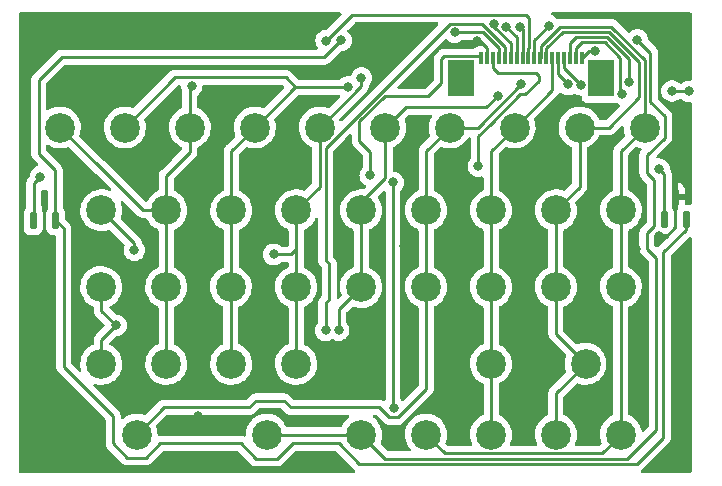
<source format=gbr>
%TF.GenerationSoftware,KiCad,Pcbnew,6.0.11-2627ca5db0~126~ubuntu22.04.1*%
%TF.CreationDate,2024-01-14T00:56:42+01:00*%
%TF.ProjectId,sda_trie_kbd,7364615f-7472-4696-955f-6b62642e6b69,rev?*%
%TF.SameCoordinates,PX2f34f60PY1c9b1e8*%
%TF.FileFunction,Copper,L2,Bot*%
%TF.FilePolarity,Positive*%
%FSLAX46Y46*%
G04 Gerber Fmt 4.6, Leading zero omitted, Abs format (unit mm)*
G04 Created by KiCad (PCBNEW 6.0.11-2627ca5db0~126~ubuntu22.04.1) date 2024-01-14 00:56:42*
%MOMM*%
%LPD*%
G01*
G04 APERTURE LIST*
%TA.AperFunction,ComponentPad*%
%ADD10C,2.524000*%
%TD*%
%TA.AperFunction,SMDPad,CuDef*%
%ADD11R,2.300000X3.100000*%
%TD*%
%TA.AperFunction,SMDPad,CuDef*%
%ADD12R,0.300000X1.100000*%
%TD*%
%TA.AperFunction,ViaPad*%
%ADD13C,0.800000*%
%TD*%
%TA.AperFunction,Conductor*%
%ADD14C,0.250000*%
%TD*%
G04 APERTURE END LIST*
D10*
X51500000Y-17254504D03*
X40500000Y-23754504D03*
X29500000Y-36254504D03*
X13000000Y-17254504D03*
X51500000Y-36254504D03*
X31539205Y-10254504D03*
X53500000Y-10254504D03*
X13000000Y-23754504D03*
X24000000Y-17254504D03*
X15000000Y-10254504D03*
X40500000Y-36254504D03*
X35000000Y-36254504D03*
X48000000Y-10254504D03*
X40500000Y-30254504D03*
X9500000Y-10254504D03*
X13000000Y-30254504D03*
X37000000Y-10254504D03*
X7500000Y-17254504D03*
X40500000Y-17254504D03*
X46000000Y-36254504D03*
X21500000Y-36254504D03*
X29500000Y-23754504D03*
X46000000Y-17254504D03*
X18476288Y-23754504D03*
X24000000Y-30254504D03*
X48500000Y-30254504D03*
X42500000Y-10254504D03*
X18500000Y-30254504D03*
X46000000Y-23754504D03*
X29500000Y-17254504D03*
X18507995Y-17254504D03*
X10500000Y-36254504D03*
X35000000Y-23754504D03*
X51500000Y-23754504D03*
X7500000Y-30254504D03*
X35000000Y-17254504D03*
X26000000Y-10254504D03*
X20500000Y-10254504D03*
X24000000Y-23754504D03*
X4000000Y-10254504D03*
X7500000Y-23754504D03*
%TA.AperFunction,SMDPad,CuDef*%
G36*
G01*
X56250000Y-16904504D02*
X55950000Y-16904504D01*
G75*
G02*
X55800000Y-16754504I0J150000D01*
G01*
X55800000Y-15579504D01*
G75*
G02*
X55950000Y-15429504I150000J0D01*
G01*
X56250000Y-15429504D01*
G75*
G02*
X56400000Y-15579504I0J-150000D01*
G01*
X56400000Y-16754504D01*
G75*
G02*
X56250000Y-16904504I-150000J0D01*
G01*
G37*
%TD.AperFunction*%
%TA.AperFunction,SMDPad,CuDef*%
G36*
G01*
X55300000Y-18779504D02*
X55000000Y-18779504D01*
G75*
G02*
X54850000Y-18629504I0J150000D01*
G01*
X54850000Y-17454504D01*
G75*
G02*
X55000000Y-17304504I150000J0D01*
G01*
X55300000Y-17304504D01*
G75*
G02*
X55450000Y-17454504I0J-150000D01*
G01*
X55450000Y-18629504D01*
G75*
G02*
X55300000Y-18779504I-150000J0D01*
G01*
G37*
%TD.AperFunction*%
%TA.AperFunction,SMDPad,CuDef*%
G36*
G01*
X57200000Y-18779504D02*
X56900000Y-18779504D01*
G75*
G02*
X56750000Y-18629504I0J150000D01*
G01*
X56750000Y-17454504D01*
G75*
G02*
X56900000Y-17304504I150000J0D01*
G01*
X57200000Y-17304504D01*
G75*
G02*
X57350000Y-17454504I0J-150000D01*
G01*
X57350000Y-18629504D01*
G75*
G02*
X57200000Y-18779504I-150000J0D01*
G01*
G37*
%TD.AperFunction*%
D11*
X37999400Y-6104704D03*
X49839400Y-6104704D03*
D12*
X39669400Y-4404704D03*
X40169400Y-4404704D03*
X40669400Y-4404704D03*
X41169400Y-4404704D03*
X41669400Y-4404704D03*
X42169400Y-4404704D03*
X42669400Y-4404704D03*
X43169400Y-4404704D03*
X43669400Y-4404704D03*
X44169400Y-4404704D03*
X44669400Y-4404704D03*
X45169400Y-4404704D03*
X45669400Y-4404704D03*
X46169400Y-4404704D03*
X46669400Y-4404704D03*
X47169400Y-4404704D03*
X47669400Y-4404704D03*
X48169400Y-4404704D03*
%TA.AperFunction,SMDPad,CuDef*%
G36*
G01*
X2850000Y-17004504D02*
X2550000Y-17004504D01*
G75*
G02*
X2400000Y-16854504I0J150000D01*
G01*
X2400000Y-15679504D01*
G75*
G02*
X2550000Y-15529504I150000J0D01*
G01*
X2850000Y-15529504D01*
G75*
G02*
X3000000Y-15679504I0J-150000D01*
G01*
X3000000Y-16854504D01*
G75*
G02*
X2850000Y-17004504I-150000J0D01*
G01*
G37*
%TD.AperFunction*%
%TA.AperFunction,SMDPad,CuDef*%
G36*
G01*
X1900000Y-18879504D02*
X1600000Y-18879504D01*
G75*
G02*
X1450000Y-18729504I0J150000D01*
G01*
X1450000Y-17554504D01*
G75*
G02*
X1600000Y-17404504I150000J0D01*
G01*
X1900000Y-17404504D01*
G75*
G02*
X2050000Y-17554504I0J-150000D01*
G01*
X2050000Y-18729504D01*
G75*
G02*
X1900000Y-18879504I-150000J0D01*
G01*
G37*
%TD.AperFunction*%
%TA.AperFunction,SMDPad,CuDef*%
G36*
G01*
X3800000Y-18879504D02*
X3500000Y-18879504D01*
G75*
G02*
X3350000Y-18729504I0J150000D01*
G01*
X3350000Y-17554504D01*
G75*
G02*
X3500000Y-17404504I150000J0D01*
G01*
X3800000Y-17404504D01*
G75*
G02*
X3950000Y-17554504I0J-150000D01*
G01*
X3950000Y-18729504D01*
G75*
G02*
X3800000Y-18879504I-150000J0D01*
G01*
G37*
%TD.AperFunction*%
D13*
X29500000Y-30294504D03*
X56000000Y-2504504D03*
X56300000Y-30304504D03*
X33100000Y-20304504D03*
X31100000Y-20304504D03*
X45300000Y-13204504D03*
X48700000Y-34004504D03*
X10400000Y-14104504D03*
X15700000Y-38304504D03*
X32300000Y-34004504D03*
X32200000Y-14904504D03*
X6500000Y-6104504D03*
X27600000Y-14104504D03*
X15700000Y-34704504D03*
X15800000Y-14104504D03*
X53100000Y-30304504D03*
X52800000Y-20504504D03*
X48700000Y-20304504D03*
X43300000Y-20304504D03*
X37600000Y-20304504D03*
X54700000Y-19404504D03*
X27800000Y-5004504D03*
X1900000Y-32104504D03*
X39350000Y-2954504D03*
X30275000Y-14304504D03*
X54725000Y-13779504D03*
X2350000Y-14404504D03*
X39425000Y-13529504D03*
X37425000Y-2179504D03*
X27800000Y-2879504D03*
X26500000Y-27429504D03*
X55825000Y-7154504D03*
X57300000Y-7204504D03*
X40789744Y-1514760D03*
X41770288Y-1708513D03*
X42995399Y-1704504D03*
X52900000Y-2829504D03*
X45400000Y-1629504D03*
X26537500Y-2892004D03*
X10300000Y-20629504D03*
X22100000Y-21004504D03*
X8750000Y-27004504D03*
X27600000Y-27404504D03*
X49327065Y-3780503D03*
X15158393Y-6729004D03*
X28350000Y-6829504D03*
X51588902Y-7404504D03*
X29525000Y-6054504D03*
X52174500Y-6405003D03*
X48089898Y-6629504D03*
X41081225Y-7551820D03*
X43074500Y-6605004D03*
X47029958Y-6605004D03*
D14*
X42500000Y-10254504D02*
X45669400Y-7085104D01*
X45669400Y-7085104D02*
X45669400Y-4404704D01*
X35000000Y-23754504D02*
X35000000Y-32404504D01*
X35000000Y-32404504D02*
X32600000Y-34804504D01*
X31049501Y-33954005D02*
X23549501Y-33954005D01*
X32600000Y-34804504D02*
X31900000Y-34804504D01*
X31900000Y-34804504D02*
X31049501Y-33954005D01*
X23549501Y-33954005D02*
X23000000Y-33404504D01*
X23000000Y-33404504D02*
X20600000Y-33404504D01*
X20600000Y-33404504D02*
X20050499Y-33954005D01*
X12800499Y-33954005D02*
X10500000Y-36254504D01*
X20050499Y-33954005D02*
X12800499Y-33954005D01*
X22400000Y-38304504D02*
X20600000Y-38304504D01*
X27600000Y-37004504D02*
X23700000Y-37004504D01*
X55100000Y-36504504D02*
X52850000Y-38754504D01*
X54000000Y-8104504D02*
X54000000Y-3929504D01*
X52850000Y-38754504D02*
X29350000Y-38754504D01*
X55100000Y-20804504D02*
X55100000Y-36504504D01*
X54500000Y-35854504D02*
X54500000Y-21304504D01*
X56975000Y-18117004D02*
X56975000Y-18929504D01*
X57050000Y-18042004D02*
X56975000Y-18117004D01*
X29350000Y-38754504D02*
X27600000Y-37004504D01*
X36600998Y-37855502D02*
X49899002Y-37855502D01*
X56975000Y-18929504D02*
X55100000Y-20804504D01*
X52049501Y-38305003D02*
X54500000Y-35854504D01*
X53700000Y-19204504D02*
X54300000Y-18604504D01*
X54000000Y-3929504D02*
X52900000Y-2829504D01*
X55200000Y-11104504D02*
X55200000Y-9304504D01*
X49899002Y-37855502D02*
X51500000Y-36254504D01*
X53700000Y-20504504D02*
X53700000Y-19204504D01*
X54300000Y-14704504D02*
X53700000Y-14104504D01*
X55200000Y-9304504D02*
X54000000Y-8104504D01*
X23700000Y-37004504D02*
X22400000Y-38304504D01*
X53700000Y-12604504D02*
X55200000Y-11104504D01*
X54500000Y-21304504D02*
X53700000Y-20504504D01*
X4307400Y-30497104D02*
X4307400Y-18799404D01*
X29500000Y-36254504D02*
X31550499Y-38305003D01*
X54300000Y-18604504D02*
X54300000Y-14704504D01*
X31550499Y-38305003D02*
X52049501Y-38305003D01*
X20600000Y-38304504D02*
X19300000Y-37004504D01*
X35000000Y-36254504D02*
X36600998Y-37855502D01*
X19300000Y-37004504D02*
X12500000Y-37004504D01*
X53700000Y-14104504D02*
X53700000Y-12604504D01*
X12500000Y-37004504D02*
X11300000Y-38204504D01*
X11300000Y-38204504D02*
X9700000Y-38204504D01*
X9700000Y-38204504D02*
X8500000Y-37004504D01*
X8500000Y-37004504D02*
X8500000Y-34689704D01*
X8500000Y-34689704D02*
X4307400Y-30497104D01*
X4307400Y-18799404D02*
X3650000Y-18142004D01*
X27600000Y-27404504D02*
X27600000Y-25654504D01*
X27600000Y-25654504D02*
X29500000Y-23754504D01*
X7500000Y-23754504D02*
X7500000Y-25754504D01*
X7500000Y-25754504D02*
X8750000Y-27004504D01*
X7500000Y-30254504D02*
X7500000Y-28254504D01*
X7500000Y-28254504D02*
X8750000Y-27004504D01*
X8825000Y-27079504D02*
X8750000Y-27004504D01*
X46000000Y-23754504D02*
X46000000Y-27754504D01*
X48500000Y-30254504D02*
X46000000Y-32754504D01*
X46000000Y-32754504D02*
X46000000Y-36254504D01*
X46000000Y-27754504D02*
X48500000Y-30254504D01*
X23550000Y-21004504D02*
X22100000Y-21004504D01*
X24000000Y-20554504D02*
X23550000Y-21004504D01*
X3650000Y-18142004D02*
X3600000Y-18092004D01*
X3600000Y-13879504D02*
X2200000Y-12479504D01*
X3600000Y-18092004D02*
X3600000Y-13879504D01*
X2200000Y-12479504D02*
X2200000Y-6254504D01*
X2200000Y-6254504D02*
X4150000Y-4304504D01*
X4150000Y-4304504D02*
X26375000Y-4304504D01*
X26375000Y-4304504D02*
X27800000Y-2879504D01*
X41669400Y-4404704D02*
X41669400Y-3419014D01*
X41669400Y-3419014D02*
X39705390Y-1455004D01*
X39705390Y-1455004D02*
X36988810Y-1455004D01*
X36988810Y-1455004D02*
X27587000Y-10856814D01*
X26500000Y-25104504D02*
X26500000Y-27429504D01*
X27587000Y-10856814D02*
X27587000Y-10911861D01*
X27587000Y-10911861D02*
X26500000Y-11998861D01*
X26800000Y-21804504D02*
X26800000Y-24804504D01*
X26500000Y-11998861D02*
X26500000Y-21504504D01*
X26500000Y-21504504D02*
X26800000Y-21804504D01*
X26800000Y-24804504D02*
X26500000Y-25104504D01*
X43669400Y-4404704D02*
X43669400Y-3534702D01*
X43719899Y-3484203D02*
X43719899Y-949403D01*
X43669400Y-3534702D02*
X43719899Y-3484203D01*
X43719899Y-949403D02*
X43475000Y-704504D01*
X43475000Y-704504D02*
X28725000Y-704504D01*
X28725000Y-704504D02*
X26537500Y-2892004D01*
X30275000Y-14304504D02*
X30275000Y-12304504D01*
X35187500Y-7592004D02*
X35200000Y-7604504D01*
X39469200Y-4204504D02*
X39669400Y-4404704D01*
X30275000Y-12304504D02*
X29350000Y-11379504D01*
X35200000Y-7604504D02*
X36300000Y-6504504D01*
X29350000Y-11379504D02*
X29350000Y-9729504D01*
X29350000Y-9729504D02*
X31487500Y-7592004D01*
X31487500Y-7592004D02*
X35187500Y-7592004D01*
X36300000Y-6504504D02*
X36300000Y-4454104D01*
X36300000Y-4454104D02*
X36549600Y-4204504D01*
X36549600Y-4204504D02*
X39469200Y-4204504D01*
X2350000Y-14404504D02*
X1800000Y-14954504D01*
X1800000Y-14954504D02*
X1800000Y-18092004D01*
X1800000Y-18092004D02*
X1750000Y-18142004D01*
X56100000Y-16167004D02*
X56100000Y-18704504D01*
X56100000Y-18704504D02*
X55300000Y-19504504D01*
X55300000Y-19504504D02*
X54800000Y-19504504D01*
X54800000Y-19504504D02*
X54700000Y-19404504D01*
X55150000Y-14204504D02*
X54725000Y-13779504D01*
X55150000Y-18042004D02*
X55150000Y-14204504D01*
X55875000Y-7204504D02*
X57300000Y-7204504D01*
X55825000Y-7154504D02*
X55875000Y-7204504D01*
X15000000Y-10254504D02*
X15000000Y-12329504D01*
X15000000Y-12329504D02*
X13000000Y-14329504D01*
X13000000Y-14329504D02*
X13000000Y-17254504D01*
X7375000Y-13629504D02*
X7425000Y-13629504D01*
X7425000Y-13629504D02*
X11050000Y-17254504D01*
X11050000Y-17254504D02*
X13000000Y-17254504D01*
X31539205Y-10254504D02*
X31539205Y-14540701D01*
X31539205Y-14540701D02*
X29500000Y-16579906D01*
X32200000Y-14904504D02*
X32200000Y-33904504D01*
X32200000Y-33904504D02*
X32300000Y-34004504D01*
X29500000Y-16579906D02*
X29500000Y-17254504D01*
X15000000Y-6887397D02*
X15158393Y-6729004D01*
X15000000Y-10254504D02*
X15000000Y-6887397D01*
X9500000Y-10254504D02*
X13750000Y-6004504D01*
X13750000Y-6004504D02*
X23100000Y-6004504D01*
X23100000Y-6004504D02*
X23925000Y-6829504D01*
X40169400Y-4404704D02*
X40169400Y-3554704D01*
X40169400Y-3554704D02*
X39569200Y-2954504D01*
X39569200Y-2954504D02*
X39350000Y-2954504D01*
X44525000Y-6329504D02*
X43400000Y-7454504D01*
X41625000Y-5679504D02*
X44325000Y-5679504D01*
X42975000Y-7454504D02*
X40475000Y-9954504D01*
X40475000Y-9954504D02*
X39425000Y-11004504D01*
X43400000Y-7454504D02*
X42975000Y-7454504D01*
X41094200Y-5679504D02*
X41625000Y-5679504D01*
X39425000Y-11004504D02*
X39425000Y-13529504D01*
X40669400Y-5254704D02*
X41094200Y-5679504D01*
X40669400Y-4404704D02*
X40669400Y-5254704D01*
X44325000Y-5679504D02*
X44525000Y-5879504D01*
X44525000Y-5879504D02*
X44525000Y-6329504D01*
X39425000Y-10254504D02*
X43074500Y-6605004D01*
X37000000Y-10254504D02*
X39425000Y-10254504D01*
X40789744Y-1752567D02*
X40789744Y-1514760D01*
X42169400Y-3132223D02*
X40789744Y-1752567D01*
X41169400Y-4404704D02*
X41169400Y-3554704D01*
X42669400Y-4404704D02*
X42669400Y-2607625D01*
X41169400Y-3554704D02*
X39794200Y-2179504D01*
X42169400Y-4404704D02*
X42169400Y-3132223D01*
X39794200Y-2179504D02*
X37425000Y-2179504D01*
X42669400Y-2607625D02*
X41770288Y-1708513D01*
X4000000Y-10254504D02*
X7375000Y-13629504D01*
X43169400Y-1878505D02*
X42995399Y-1704504D01*
X43169400Y-4404704D02*
X43169400Y-1878505D01*
X51588902Y-7404504D02*
X51450000Y-7265602D01*
X51450000Y-7265602D02*
X51450000Y-4365304D01*
X47669400Y-3554704D02*
X47669400Y-4404704D01*
X51450000Y-4365304D02*
X50140699Y-3056003D01*
X50140699Y-3056003D02*
X48168101Y-3056003D01*
X48168101Y-3056003D02*
X47669400Y-3554704D01*
X47169400Y-4404704D02*
X47169400Y-3135104D01*
X47169400Y-3135104D02*
X47698002Y-2606502D01*
X50326888Y-2606502D02*
X52174500Y-4454114D01*
X47698002Y-2606502D02*
X50326888Y-2606502D01*
X52174500Y-4454114D02*
X52174500Y-6405003D01*
X45169400Y-4404704D02*
X45194400Y-4379704D01*
X45194400Y-4379704D02*
X45194400Y-3535104D01*
X45194400Y-3535104D02*
X46572503Y-2157001D01*
X46572503Y-2157001D02*
X50513077Y-2157001D01*
X50513077Y-2157001D02*
X53050000Y-4693924D01*
X53050000Y-4693924D02*
X53050000Y-7704504D01*
X53050000Y-7704504D02*
X50500000Y-10254504D01*
X50500000Y-10254504D02*
X48000000Y-10254504D01*
X46380707Y-1707001D02*
X50698767Y-1707001D01*
X44694400Y-3393308D02*
X46380707Y-1707001D01*
X53500000Y-4508234D02*
X53500000Y-10254504D01*
X44694400Y-4379704D02*
X44694400Y-3393308D01*
X44669400Y-4404704D02*
X44694400Y-4379704D01*
X50698767Y-1707001D02*
X53500000Y-4508234D01*
X44169400Y-4404704D02*
X44169400Y-2860104D01*
X44169400Y-2860104D02*
X45400000Y-1629504D01*
X48169400Y-4404704D02*
X48793601Y-3780503D01*
X48793601Y-3780503D02*
X49327065Y-3780503D01*
X51500000Y-12254504D02*
X51500000Y-17254504D01*
X53500000Y-10254504D02*
X51500000Y-12254504D01*
X7500000Y-17254504D02*
X10300000Y-20054504D01*
X10300000Y-20054504D02*
X10300000Y-20629504D01*
X24000000Y-20554504D02*
X24000000Y-23754504D01*
X24000000Y-17254504D02*
X24000000Y-20554504D01*
X40103541Y-8529504D02*
X41081225Y-7551820D01*
X20500000Y-10254504D02*
X23925000Y-6829504D01*
X23925000Y-6829504D02*
X28350000Y-6829504D01*
X33264205Y-8529504D02*
X40103541Y-8529504D01*
X31539205Y-10254504D02*
X33264205Y-8529504D01*
X26000000Y-10254504D02*
X29525000Y-6729504D01*
X29525000Y-6729504D02*
X29525000Y-6054504D01*
X46169400Y-4404704D02*
X46169400Y-5744446D01*
X46669400Y-5209006D02*
X46669400Y-4404704D01*
X46169400Y-5744446D02*
X47029958Y-6605004D01*
X48089898Y-6629504D02*
X46669400Y-5209006D01*
X35000000Y-17254504D02*
X35000000Y-23754504D01*
X37000000Y-10254504D02*
X35000000Y-12254504D01*
X35000000Y-12254504D02*
X35000000Y-17254504D01*
X40500000Y-17254504D02*
X40500000Y-12254504D01*
X40500000Y-12254504D02*
X42500000Y-10254504D01*
X40500000Y-23754504D02*
X40500000Y-17254504D01*
X40500000Y-30254504D02*
X40500000Y-23754504D01*
X40500000Y-36254504D02*
X40500000Y-30254504D01*
X46000000Y-17254504D02*
X46000000Y-23754504D01*
X48000000Y-10254504D02*
X48000000Y-15254504D01*
X48000000Y-15254504D02*
X46000000Y-17254504D01*
X51500000Y-23754504D02*
X51500000Y-17254504D01*
X51500000Y-23754504D02*
X51500000Y-36254504D01*
X29500000Y-36254504D02*
X21500000Y-36254504D01*
X29500000Y-17254504D02*
X29500000Y-23754504D01*
X24000000Y-23754504D02*
X24000000Y-30254504D01*
X26000000Y-10254504D02*
X26000000Y-15254504D01*
X26000000Y-15254504D02*
X24000000Y-17254504D01*
X18476288Y-23754504D02*
X18476288Y-30230792D01*
X18476288Y-30230792D02*
X18500000Y-30254504D01*
X18507995Y-17254504D02*
X18507995Y-23722797D01*
X18507995Y-23722797D02*
X18476288Y-23754504D01*
X20500000Y-10254504D02*
X18507995Y-12246509D01*
X18507995Y-12246509D02*
X18507995Y-17254504D01*
X13000000Y-23754504D02*
X13000000Y-30254504D01*
X13000000Y-17254504D02*
X13000000Y-23754504D01*
%TA.AperFunction,Conductor*%
G36*
X27789030Y-528502D02*
G01*
X27835523Y-582158D01*
X27845627Y-652432D01*
X27816133Y-717012D01*
X27810004Y-723595D01*
X26587000Y-1946599D01*
X26524688Y-1980625D01*
X26497905Y-1983504D01*
X26442013Y-1983504D01*
X26435561Y-1984876D01*
X26435556Y-1984876D01*
X26348613Y-2003357D01*
X26255212Y-2023210D01*
X26249182Y-2025895D01*
X26249181Y-2025895D01*
X26086778Y-2098201D01*
X26086776Y-2098202D01*
X26080748Y-2100886D01*
X25926247Y-2213138D01*
X25921826Y-2218048D01*
X25921825Y-2218049D01*
X25804567Y-2348278D01*
X25798460Y-2355060D01*
X25702973Y-2520448D01*
X25643958Y-2702076D01*
X25643268Y-2708637D01*
X25643268Y-2708639D01*
X25631731Y-2818410D01*
X25623996Y-2892004D01*
X25643958Y-3081932D01*
X25702973Y-3263560D01*
X25798460Y-3428948D01*
X25827046Y-3460696D01*
X25857762Y-3524702D01*
X25848997Y-3595155D01*
X25803534Y-3649686D01*
X25733408Y-3671004D01*
X4228763Y-3671004D01*
X4217579Y-3670477D01*
X4210091Y-3668803D01*
X4142097Y-3670940D01*
X4142033Y-3670942D01*
X4138075Y-3671004D01*
X4110144Y-3671004D01*
X4106229Y-3671499D01*
X4106225Y-3671499D01*
X4106167Y-3671507D01*
X4106138Y-3671510D01*
X4094296Y-3672443D01*
X4050110Y-3673831D01*
X4037632Y-3677456D01*
X4030658Y-3679482D01*
X4011306Y-3683490D01*
X3999068Y-3685036D01*
X3999066Y-3685037D01*
X3991203Y-3686030D01*
X3950086Y-3702310D01*
X3938885Y-3706145D01*
X3896406Y-3718486D01*
X3889587Y-3722519D01*
X3889582Y-3722521D01*
X3878971Y-3728797D01*
X3861221Y-3737494D01*
X3842383Y-3744952D01*
X3806935Y-3770707D01*
X3806625Y-3770932D01*
X3796701Y-3777451D01*
X3765460Y-3795926D01*
X3765455Y-3795930D01*
X3758637Y-3799962D01*
X3744313Y-3814286D01*
X3729281Y-3827125D01*
X3712893Y-3839032D01*
X3684712Y-3873097D01*
X3676722Y-3881877D01*
X1807747Y-5750852D01*
X1799461Y-5758392D01*
X1792982Y-5762504D01*
X1787557Y-5768281D01*
X1746357Y-5812155D01*
X1743602Y-5814997D01*
X1723865Y-5834734D01*
X1721385Y-5837931D01*
X1713682Y-5846951D01*
X1683414Y-5879183D01*
X1679595Y-5886129D01*
X1679593Y-5886132D01*
X1673652Y-5896938D01*
X1662801Y-5913457D01*
X1650386Y-5929463D01*
X1647241Y-5936732D01*
X1647238Y-5936736D01*
X1632826Y-5970041D01*
X1627609Y-5980691D01*
X1606305Y-6019444D01*
X1601442Y-6038386D01*
X1601267Y-6039066D01*
X1594863Y-6057770D01*
X1593436Y-6061069D01*
X1586819Y-6076359D01*
X1585580Y-6084182D01*
X1585577Y-6084192D01*
X1579901Y-6120028D01*
X1577495Y-6131648D01*
X1568721Y-6165824D01*
X1566500Y-6174474D01*
X1566500Y-6194728D01*
X1564949Y-6214438D01*
X1561780Y-6234447D01*
X1565630Y-6275170D01*
X1565941Y-6278465D01*
X1566500Y-6290323D01*
X1566500Y-12400737D01*
X1565973Y-12411920D01*
X1564298Y-12419413D01*
X1564547Y-12427339D01*
X1564547Y-12427340D01*
X1566438Y-12487490D01*
X1566500Y-12491449D01*
X1566500Y-12519360D01*
X1566997Y-12523294D01*
X1566997Y-12523295D01*
X1567005Y-12523360D01*
X1567938Y-12535197D01*
X1569327Y-12579393D01*
X1574978Y-12598843D01*
X1578987Y-12618204D01*
X1581526Y-12638301D01*
X1584445Y-12645672D01*
X1584445Y-12645674D01*
X1597804Y-12679416D01*
X1601649Y-12690646D01*
X1605768Y-12704825D01*
X1613982Y-12733097D01*
X1618015Y-12739916D01*
X1618017Y-12739921D01*
X1624293Y-12750532D01*
X1632988Y-12768280D01*
X1640448Y-12787121D01*
X1645110Y-12793537D01*
X1645110Y-12793538D01*
X1666436Y-12822891D01*
X1672952Y-12832811D01*
X1695458Y-12870866D01*
X1709779Y-12885187D01*
X1722619Y-12900220D01*
X1734528Y-12916611D01*
X1740634Y-12921662D01*
X1768605Y-12944802D01*
X1777384Y-12952792D01*
X2144919Y-13320327D01*
X2178945Y-13382639D01*
X2173880Y-13453454D01*
X2131333Y-13510290D01*
X2082017Y-13532669D01*
X2074174Y-13534336D01*
X2074170Y-13534337D01*
X2067712Y-13535710D01*
X2061682Y-13538395D01*
X2061681Y-13538395D01*
X1899278Y-13610701D01*
X1899276Y-13610702D01*
X1893248Y-13613386D01*
X1738747Y-13725638D01*
X1734326Y-13730548D01*
X1734325Y-13730549D01*
X1638023Y-13837504D01*
X1610960Y-13867560D01*
X1515473Y-14032948D01*
X1456458Y-14214576D01*
X1440657Y-14364921D01*
X1439190Y-14378875D01*
X1412177Y-14444532D01*
X1396968Y-14459974D01*
X1392982Y-14462504D01*
X1387557Y-14468281D01*
X1387556Y-14468282D01*
X1346357Y-14512155D01*
X1343602Y-14514997D01*
X1323865Y-14534734D01*
X1321385Y-14537931D01*
X1313682Y-14546951D01*
X1283414Y-14579183D01*
X1279595Y-14586129D01*
X1279593Y-14586132D01*
X1273652Y-14596938D01*
X1262801Y-14613457D01*
X1250386Y-14629463D01*
X1247241Y-14636732D01*
X1247238Y-14636736D01*
X1232826Y-14670041D01*
X1227609Y-14680691D01*
X1206305Y-14719444D01*
X1204334Y-14727119D01*
X1204334Y-14727120D01*
X1201267Y-14739066D01*
X1194863Y-14757770D01*
X1186819Y-14776359D01*
X1185580Y-14784182D01*
X1185577Y-14784192D01*
X1179901Y-14820028D01*
X1177495Y-14831648D01*
X1166500Y-14874474D01*
X1166500Y-14894728D01*
X1164949Y-14914438D01*
X1161780Y-14934447D01*
X1164849Y-14966908D01*
X1165941Y-14978465D01*
X1166500Y-14990323D01*
X1166500Y-17004554D01*
X1146498Y-17072675D01*
X1129595Y-17093649D01*
X1075547Y-17147697D01*
X1071511Y-17154521D01*
X1071509Y-17154524D01*
X1039867Y-17208028D01*
X990855Y-17290903D01*
X944438Y-17450673D01*
X943934Y-17457078D01*
X943933Y-17457083D01*
X941693Y-17485546D01*
X941500Y-17488002D01*
X941500Y-18796006D01*
X941693Y-18798454D01*
X941693Y-18798462D01*
X943868Y-18826088D01*
X944438Y-18833335D01*
X990855Y-18993105D01*
X994892Y-18999931D01*
X1071509Y-19129484D01*
X1071511Y-19129487D01*
X1075547Y-19136311D01*
X1193193Y-19253957D01*
X1200017Y-19257993D01*
X1200020Y-19257995D01*
X1250763Y-19288004D01*
X1336399Y-19338649D01*
X1344010Y-19340860D01*
X1344012Y-19340861D01*
X1396231Y-19356032D01*
X1496169Y-19385066D01*
X1502574Y-19385570D01*
X1502579Y-19385571D01*
X1531042Y-19387811D01*
X1531050Y-19387811D01*
X1533498Y-19388004D01*
X1966502Y-19388004D01*
X1968950Y-19387811D01*
X1968958Y-19387811D01*
X1997421Y-19385571D01*
X1997426Y-19385570D01*
X2003831Y-19385066D01*
X2103769Y-19356032D01*
X2155988Y-19340861D01*
X2155990Y-19340860D01*
X2163601Y-19338649D01*
X2249237Y-19288004D01*
X2299980Y-19257995D01*
X2299983Y-19257993D01*
X2306807Y-19253957D01*
X2424453Y-19136311D01*
X2428489Y-19129487D01*
X2428491Y-19129484D01*
X2505108Y-18999931D01*
X2509145Y-18993105D01*
X2555562Y-18833335D01*
X2556133Y-18826088D01*
X2558307Y-18798462D01*
X2558307Y-18798454D01*
X2558500Y-18796006D01*
X2558500Y-17488002D01*
X2558307Y-17485546D01*
X2556067Y-17457083D01*
X2556066Y-17457078D01*
X2555562Y-17450673D01*
X2509145Y-17290903D01*
X2463547Y-17213801D01*
X2446000Y-17149662D01*
X2446000Y-16139004D01*
X2466002Y-16070883D01*
X2519658Y-16024390D01*
X2572000Y-16013004D01*
X2828000Y-16013004D01*
X2896121Y-16033006D01*
X2942614Y-16086662D01*
X2954000Y-16139004D01*
X2954000Y-17149662D01*
X2936453Y-17213801D01*
X2890855Y-17290903D01*
X2844438Y-17450673D01*
X2843934Y-17457078D01*
X2843933Y-17457083D01*
X2841693Y-17485546D01*
X2841500Y-17488002D01*
X2841500Y-18796006D01*
X2841693Y-18798454D01*
X2841693Y-18798462D01*
X2843868Y-18826088D01*
X2844438Y-18833335D01*
X2890855Y-18993105D01*
X2894892Y-18999931D01*
X2971509Y-19129484D01*
X2971511Y-19129487D01*
X2975547Y-19136311D01*
X3093193Y-19253957D01*
X3100017Y-19257993D01*
X3100020Y-19257995D01*
X3150763Y-19288004D01*
X3236399Y-19338649D01*
X3244010Y-19340860D01*
X3244012Y-19340861D01*
X3296231Y-19356032D01*
X3396169Y-19385066D01*
X3402574Y-19385570D01*
X3402579Y-19385571D01*
X3431042Y-19387811D01*
X3431050Y-19387811D01*
X3433498Y-19388004D01*
X3547900Y-19388004D01*
X3616021Y-19408006D01*
X3662514Y-19461662D01*
X3673900Y-19514004D01*
X3673900Y-30418337D01*
X3673373Y-30429520D01*
X3671698Y-30437013D01*
X3671947Y-30444939D01*
X3671947Y-30444940D01*
X3673838Y-30505090D01*
X3673900Y-30509049D01*
X3673900Y-30536960D01*
X3674397Y-30540894D01*
X3674397Y-30540895D01*
X3674405Y-30540960D01*
X3675338Y-30552797D01*
X3676727Y-30596993D01*
X3682378Y-30616443D01*
X3686387Y-30635804D01*
X3688926Y-30655901D01*
X3691845Y-30663272D01*
X3691845Y-30663274D01*
X3705204Y-30697016D01*
X3709049Y-30708246D01*
X3716347Y-30733366D01*
X3721382Y-30750697D01*
X3725415Y-30757516D01*
X3725417Y-30757521D01*
X3731693Y-30768132D01*
X3740388Y-30785880D01*
X3747848Y-30804721D01*
X3752510Y-30811137D01*
X3752510Y-30811138D01*
X3773836Y-30840491D01*
X3780352Y-30850411D01*
X3802858Y-30888466D01*
X3817179Y-30902787D01*
X3830019Y-30917820D01*
X3841928Y-30934211D01*
X3848034Y-30939262D01*
X3876005Y-30962402D01*
X3884784Y-30970392D01*
X7829595Y-34915204D01*
X7863621Y-34977516D01*
X7866500Y-35004299D01*
X7866500Y-36925737D01*
X7865973Y-36936920D01*
X7864298Y-36944413D01*
X7864547Y-36952339D01*
X7864547Y-36952340D01*
X7866438Y-37012490D01*
X7866500Y-37016449D01*
X7866500Y-37044360D01*
X7866997Y-37048294D01*
X7866997Y-37048295D01*
X7867005Y-37048360D01*
X7867938Y-37060197D01*
X7869327Y-37104393D01*
X7874978Y-37123843D01*
X7878987Y-37143204D01*
X7881526Y-37163301D01*
X7884445Y-37170672D01*
X7884445Y-37170674D01*
X7897804Y-37204416D01*
X7901649Y-37215646D01*
X7913982Y-37258097D01*
X7918015Y-37264916D01*
X7918017Y-37264921D01*
X7924293Y-37275532D01*
X7932988Y-37293280D01*
X7940448Y-37312121D01*
X7945110Y-37318537D01*
X7945110Y-37318538D01*
X7966436Y-37347891D01*
X7972952Y-37357811D01*
X7995458Y-37395866D01*
X8009779Y-37410187D01*
X8022619Y-37425220D01*
X8034528Y-37441611D01*
X8040634Y-37446662D01*
X8068605Y-37469802D01*
X8077384Y-37477792D01*
X9196343Y-38596751D01*
X9203887Y-38605041D01*
X9208000Y-38611522D01*
X9213777Y-38616947D01*
X9257667Y-38658162D01*
X9260509Y-38660917D01*
X9280230Y-38680638D01*
X9283425Y-38683116D01*
X9292447Y-38690822D01*
X9324679Y-38721090D01*
X9331628Y-38724910D01*
X9342432Y-38730850D01*
X9358956Y-38741703D01*
X9374959Y-38754117D01*
X9415543Y-38771680D01*
X9426173Y-38776887D01*
X9464940Y-38798199D01*
X9472617Y-38800170D01*
X9472622Y-38800172D01*
X9484558Y-38803236D01*
X9503266Y-38809641D01*
X9521855Y-38817685D01*
X9529683Y-38818925D01*
X9529690Y-38818927D01*
X9565524Y-38824603D01*
X9577144Y-38827009D01*
X9606622Y-38834577D01*
X9619970Y-38838004D01*
X9640224Y-38838004D01*
X9659934Y-38839555D01*
X9679943Y-38842724D01*
X9687835Y-38841978D01*
X9706580Y-38840206D01*
X9723962Y-38838563D01*
X9735819Y-38838004D01*
X11221233Y-38838004D01*
X11232416Y-38838531D01*
X11239909Y-38840206D01*
X11247835Y-38839957D01*
X11247836Y-38839957D01*
X11307986Y-38838066D01*
X11311945Y-38838004D01*
X11339856Y-38838004D01*
X11343791Y-38837507D01*
X11343856Y-38837499D01*
X11355693Y-38836566D01*
X11387951Y-38835552D01*
X11391970Y-38835426D01*
X11399889Y-38835177D01*
X11419343Y-38829525D01*
X11438700Y-38825517D01*
X11450930Y-38823972D01*
X11450931Y-38823972D01*
X11458797Y-38822978D01*
X11466168Y-38820059D01*
X11466170Y-38820059D01*
X11499912Y-38806700D01*
X11511142Y-38802855D01*
X11545983Y-38792733D01*
X11545984Y-38792733D01*
X11553593Y-38790522D01*
X11560412Y-38786489D01*
X11560417Y-38786487D01*
X11571028Y-38780211D01*
X11588776Y-38771516D01*
X11607617Y-38764056D01*
X11627987Y-38749257D01*
X11643387Y-38738068D01*
X11653307Y-38731552D01*
X11684535Y-38713084D01*
X11684538Y-38713082D01*
X11691362Y-38709046D01*
X11705683Y-38694725D01*
X11720717Y-38681884D01*
X11722432Y-38680638D01*
X11737107Y-38669976D01*
X11765298Y-38635899D01*
X11773288Y-38627120D01*
X12725499Y-37674909D01*
X12787811Y-37640883D01*
X12814594Y-37638004D01*
X18985406Y-37638004D01*
X19053527Y-37658006D01*
X19074501Y-37674909D01*
X20096343Y-38696751D01*
X20103887Y-38705041D01*
X20108000Y-38711522D01*
X20113777Y-38716947D01*
X20157667Y-38758162D01*
X20160509Y-38760917D01*
X20180231Y-38780639D01*
X20183355Y-38783062D01*
X20183359Y-38783066D01*
X20183424Y-38783116D01*
X20192445Y-38790821D01*
X20224679Y-38821090D01*
X20231627Y-38824909D01*
X20231629Y-38824911D01*
X20242432Y-38830850D01*
X20258959Y-38841706D01*
X20268698Y-38849261D01*
X20268700Y-38849262D01*
X20274960Y-38854118D01*
X20315540Y-38871678D01*
X20326188Y-38876895D01*
X20350976Y-38890522D01*
X20364940Y-38898199D01*
X20372616Y-38900170D01*
X20372619Y-38900171D01*
X20384562Y-38903237D01*
X20403267Y-38909641D01*
X20421855Y-38917685D01*
X20429678Y-38918924D01*
X20429688Y-38918927D01*
X20465524Y-38924603D01*
X20477144Y-38927009D01*
X20508959Y-38935177D01*
X20519970Y-38938004D01*
X20540224Y-38938004D01*
X20559934Y-38939555D01*
X20579943Y-38942724D01*
X20587835Y-38941978D01*
X20606580Y-38940206D01*
X20623962Y-38938563D01*
X20635819Y-38938004D01*
X22321233Y-38938004D01*
X22332416Y-38938531D01*
X22339909Y-38940206D01*
X22347835Y-38939957D01*
X22347836Y-38939957D01*
X22407986Y-38938066D01*
X22411945Y-38938004D01*
X22439856Y-38938004D01*
X22443791Y-38937507D01*
X22443856Y-38937499D01*
X22455693Y-38936566D01*
X22487951Y-38935552D01*
X22491970Y-38935426D01*
X22499889Y-38935177D01*
X22519343Y-38929525D01*
X22538700Y-38925517D01*
X22550930Y-38923972D01*
X22550931Y-38923972D01*
X22558797Y-38922978D01*
X22566168Y-38920059D01*
X22566170Y-38920059D01*
X22599912Y-38906700D01*
X22611142Y-38902855D01*
X22645983Y-38892733D01*
X22645984Y-38892733D01*
X22653593Y-38890522D01*
X22660412Y-38886489D01*
X22660417Y-38886487D01*
X22671028Y-38880211D01*
X22688776Y-38871516D01*
X22707617Y-38864056D01*
X22736979Y-38842724D01*
X22743387Y-38838068D01*
X22753307Y-38831552D01*
X22784535Y-38813084D01*
X22784538Y-38813082D01*
X22791362Y-38809046D01*
X22805683Y-38794725D01*
X22820717Y-38781884D01*
X22823020Y-38780211D01*
X22837107Y-38769976D01*
X22865298Y-38735899D01*
X22873288Y-38727120D01*
X23925499Y-37674909D01*
X23987811Y-37640883D01*
X24014594Y-37638004D01*
X27285406Y-37638004D01*
X27353527Y-37658006D01*
X27374501Y-37674909D01*
X28846348Y-39146757D01*
X28853888Y-39155043D01*
X28858000Y-39161522D01*
X28863777Y-39166947D01*
X28907651Y-39208147D01*
X28910493Y-39210902D01*
X28930230Y-39230639D01*
X28933427Y-39233119D01*
X28942447Y-39240822D01*
X28974679Y-39271090D01*
X28979171Y-39273560D01*
X29021763Y-39328798D01*
X29027837Y-39399534D01*
X28994703Y-39462325D01*
X28932882Y-39497234D01*
X28904347Y-39500508D01*
X634500Y-39500508D01*
X566379Y-39480506D01*
X519886Y-39426850D01*
X508500Y-39374508D01*
X508500Y-634500D01*
X528502Y-566379D01*
X582158Y-519886D01*
X634500Y-508500D01*
X27720909Y-508500D01*
X27789030Y-528502D01*
G37*
%TD.AperFunction*%
%TA.AperFunction,Conductor*%
G36*
X57409532Y-19495042D02*
G01*
X57466368Y-19537589D01*
X57491179Y-19604109D01*
X57491500Y-19613098D01*
X57491500Y-39374508D01*
X57471498Y-39442629D01*
X57417842Y-39489122D01*
X57365500Y-39500508D01*
X53293651Y-39500508D01*
X53225530Y-39480506D01*
X53179037Y-39426850D01*
X53168933Y-39356576D01*
X53198427Y-39291996D01*
X53229509Y-39266056D01*
X53234535Y-39263084D01*
X53234538Y-39263082D01*
X53241362Y-39259046D01*
X53255683Y-39244725D01*
X53270717Y-39231884D01*
X53280694Y-39224635D01*
X53287107Y-39219976D01*
X53315298Y-39185899D01*
X53323288Y-39177120D01*
X55492247Y-37008161D01*
X55500537Y-37000617D01*
X55507018Y-36996504D01*
X55553659Y-36946836D01*
X55556413Y-36943995D01*
X55576135Y-36924273D01*
X55578612Y-36921080D01*
X55586317Y-36912059D01*
X55593824Y-36904065D01*
X55616586Y-36879825D01*
X55624182Y-36866008D01*
X55626346Y-36862072D01*
X55637202Y-36845545D01*
X55644757Y-36835806D01*
X55644758Y-36835804D01*
X55649614Y-36829544D01*
X55667174Y-36788964D01*
X55672391Y-36778316D01*
X55689875Y-36746513D01*
X55689876Y-36746511D01*
X55693695Y-36739564D01*
X55698733Y-36719941D01*
X55705137Y-36701238D01*
X55710033Y-36689924D01*
X55710033Y-36689923D01*
X55713181Y-36682649D01*
X55714420Y-36674826D01*
X55714423Y-36674816D01*
X55720099Y-36638980D01*
X55722505Y-36627360D01*
X55731528Y-36592215D01*
X55731528Y-36592214D01*
X55733500Y-36584534D01*
X55733500Y-36564280D01*
X55735051Y-36544569D01*
X55736980Y-36532390D01*
X55738220Y-36524561D01*
X55734059Y-36480542D01*
X55733500Y-36468685D01*
X55733500Y-21119098D01*
X55753502Y-21050977D01*
X55770405Y-21030003D01*
X57276405Y-19524003D01*
X57338717Y-19489977D01*
X57409532Y-19495042D01*
G37*
%TD.AperFunction*%
%TA.AperFunction,Conductor*%
G36*
X38748050Y-11075867D02*
G01*
X38786410Y-11135609D01*
X38791500Y-11171059D01*
X38791500Y-12826980D01*
X38771498Y-12895101D01*
X38759142Y-12911283D01*
X38685960Y-12992560D01*
X38590473Y-13157948D01*
X38531458Y-13339576D01*
X38530768Y-13346137D01*
X38530768Y-13346139D01*
X38518086Y-13466807D01*
X38511496Y-13529504D01*
X38512186Y-13536069D01*
X38526691Y-13674073D01*
X38531458Y-13719432D01*
X38590473Y-13901060D01*
X38593776Y-13906782D01*
X38593777Y-13906783D01*
X38616656Y-13946411D01*
X38685960Y-14066448D01*
X38690378Y-14071355D01*
X38690379Y-14071356D01*
X38809325Y-14203459D01*
X38813747Y-14208370D01*
X38844274Y-14230549D01*
X38953539Y-14309935D01*
X38968248Y-14320622D01*
X38974276Y-14323306D01*
X38974278Y-14323307D01*
X39091578Y-14375532D01*
X39142712Y-14398298D01*
X39207744Y-14412121D01*
X39323056Y-14436632D01*
X39323061Y-14436632D01*
X39329513Y-14438004D01*
X39520487Y-14438004D01*
X39526939Y-14436632D01*
X39526944Y-14436632D01*
X39700833Y-14399670D01*
X39700832Y-14399670D01*
X39707288Y-14398298D01*
X39707493Y-14399262D01*
X39772536Y-14397407D01*
X39833333Y-14434072D01*
X39864655Y-14497785D01*
X39866500Y-14519266D01*
X39866500Y-15516220D01*
X39846498Y-15584341D01*
X39793251Y-15630646D01*
X39639237Y-15701647D01*
X39635328Y-15704210D01*
X39423078Y-15843367D01*
X39423073Y-15843371D01*
X39419165Y-15845933D01*
X39222837Y-16021162D01*
X39054566Y-16223486D01*
X39028928Y-16265737D01*
X38926489Y-16434552D01*
X38918049Y-16448460D01*
X38816285Y-16691141D01*
X38751508Y-16946198D01*
X38751040Y-16950850D01*
X38751039Y-16950853D01*
X38746420Y-16996726D01*
X38725143Y-17208028D01*
X38725367Y-17212694D01*
X38725367Y-17212699D01*
X38731687Y-17344268D01*
X38737769Y-17470879D01*
X38789108Y-17728976D01*
X38878032Y-17976651D01*
X39002588Y-18208461D01*
X39005383Y-18212204D01*
X39005385Y-18212207D01*
X39157248Y-18415576D01*
X39157253Y-18415582D01*
X39160040Y-18419314D01*
X39163349Y-18422594D01*
X39163354Y-18422600D01*
X39330469Y-18588262D01*
X39346928Y-18604578D01*
X39350690Y-18607336D01*
X39350693Y-18607339D01*
X39544772Y-18749644D01*
X39559147Y-18760184D01*
X39563278Y-18762358D01*
X39563279Y-18762358D01*
X39611870Y-18787923D01*
X39791579Y-18882472D01*
X39791580Y-18882473D01*
X39792035Y-18882712D01*
X39791984Y-18882810D01*
X39845237Y-18927278D01*
X39866500Y-18997322D01*
X39866500Y-22016220D01*
X39846498Y-22084341D01*
X39793251Y-22130646D01*
X39639237Y-22201647D01*
X39635328Y-22204210D01*
X39423078Y-22343367D01*
X39423073Y-22343371D01*
X39419165Y-22345933D01*
X39222837Y-22521162D01*
X39054566Y-22723486D01*
X38918049Y-22948460D01*
X38816285Y-23191141D01*
X38751508Y-23446198D01*
X38751040Y-23450850D01*
X38751039Y-23450853D01*
X38746420Y-23496726D01*
X38725143Y-23708028D01*
X38737769Y-23970879D01*
X38789108Y-24228976D01*
X38878032Y-24476651D01*
X39002588Y-24708461D01*
X39005383Y-24712204D01*
X39005385Y-24712207D01*
X39157248Y-24915576D01*
X39157253Y-24915582D01*
X39160040Y-24919314D01*
X39163349Y-24922594D01*
X39163354Y-24922600D01*
X39334582Y-25092339D01*
X39346928Y-25104578D01*
X39350690Y-25107336D01*
X39350693Y-25107339D01*
X39460519Y-25187867D01*
X39559147Y-25260184D01*
X39791579Y-25382472D01*
X39791580Y-25382473D01*
X39792035Y-25382712D01*
X39791984Y-25382810D01*
X39845237Y-25427278D01*
X39866500Y-25497322D01*
X39866500Y-28516220D01*
X39846498Y-28584341D01*
X39793251Y-28630646D01*
X39639237Y-28701647D01*
X39635328Y-28704210D01*
X39423078Y-28843367D01*
X39423073Y-28843371D01*
X39419165Y-28845933D01*
X39222837Y-29021162D01*
X39054566Y-29223486D01*
X38918049Y-29448460D01*
X38816285Y-29691141D01*
X38751508Y-29946198D01*
X38751040Y-29950850D01*
X38751039Y-29950853D01*
X38746420Y-29996726D01*
X38725143Y-30208028D01*
X38737769Y-30470879D01*
X38789108Y-30728976D01*
X38878032Y-30976651D01*
X39002588Y-31208461D01*
X39005383Y-31212204D01*
X39005385Y-31212207D01*
X39157248Y-31415576D01*
X39157253Y-31415582D01*
X39160040Y-31419314D01*
X39163349Y-31422594D01*
X39163354Y-31422600D01*
X39343611Y-31601290D01*
X39346928Y-31604578D01*
X39350690Y-31607336D01*
X39350693Y-31607339D01*
X39460519Y-31687867D01*
X39559147Y-31760184D01*
X39791579Y-31882472D01*
X39791580Y-31882473D01*
X39792035Y-31882712D01*
X39791984Y-31882810D01*
X39845237Y-31927278D01*
X39866500Y-31997322D01*
X39866500Y-34516220D01*
X39846498Y-34584341D01*
X39793251Y-34630646D01*
X39639237Y-34701647D01*
X39635328Y-34704210D01*
X39423078Y-34843367D01*
X39423073Y-34843371D01*
X39419165Y-34845933D01*
X39386924Y-34874709D01*
X39300205Y-34952109D01*
X39222837Y-35021162D01*
X39054566Y-35223486D01*
X38995339Y-35321090D01*
X38921530Y-35442724D01*
X38918049Y-35448460D01*
X38816285Y-35691141D01*
X38751508Y-35946198D01*
X38751040Y-35950850D01*
X38751039Y-35950853D01*
X38746420Y-35996726D01*
X38725143Y-36208028D01*
X38725367Y-36212694D01*
X38725367Y-36212699D01*
X38729736Y-36303652D01*
X38737769Y-36470879D01*
X38789108Y-36728976D01*
X38878032Y-36976651D01*
X38880249Y-36980777D01*
X38910117Y-37036364D01*
X38924741Y-37105838D01*
X38899482Y-37172189D01*
X38842360Y-37214352D01*
X38799125Y-37222002D01*
X36915593Y-37222002D01*
X36847472Y-37202000D01*
X36826497Y-37185097D01*
X36678592Y-37037191D01*
X36644567Y-36974879D01*
X36649632Y-36904063D01*
X36652797Y-36896366D01*
X36668391Y-36861749D01*
X36739822Y-36608475D01*
X36756743Y-36475464D01*
X36772634Y-36350556D01*
X36772634Y-36350550D01*
X36773032Y-36347425D01*
X36775465Y-36254504D01*
X36770528Y-36188071D01*
X36756309Y-35996726D01*
X36756308Y-35996722D01*
X36755963Y-35992074D01*
X36697886Y-35735408D01*
X36680672Y-35691141D01*
X36641894Y-35591426D01*
X36602509Y-35490147D01*
X36581149Y-35452774D01*
X36502782Y-35315662D01*
X36471927Y-35261677D01*
X36309010Y-35055017D01*
X36117336Y-34874709D01*
X35954534Y-34761769D01*
X35904959Y-34727377D01*
X35904956Y-34727375D01*
X35901117Y-34724712D01*
X35854346Y-34701647D01*
X35669289Y-34610387D01*
X35669286Y-34610386D01*
X35665101Y-34608322D01*
X35414474Y-34528095D01*
X35409867Y-34527345D01*
X35409864Y-34527344D01*
X35208004Y-34494469D01*
X35154742Y-34485795D01*
X35023558Y-34484078D01*
X34896287Y-34482412D01*
X34896284Y-34482412D01*
X34891610Y-34482351D01*
X34630860Y-34517837D01*
X34626374Y-34519145D01*
X34626372Y-34519145D01*
X34586019Y-34530907D01*
X34378219Y-34591475D01*
X34373966Y-34593435D01*
X34373965Y-34593436D01*
X34344762Y-34606899D01*
X34139237Y-34701647D01*
X34135328Y-34704210D01*
X33923078Y-34843367D01*
X33923073Y-34843371D01*
X33919165Y-34845933D01*
X33886924Y-34874709D01*
X33800205Y-34952109D01*
X33722837Y-35021162D01*
X33554566Y-35223486D01*
X33495339Y-35321090D01*
X33421530Y-35442724D01*
X33418049Y-35448460D01*
X33316285Y-35691141D01*
X33251508Y-35946198D01*
X33251040Y-35950850D01*
X33251039Y-35950853D01*
X33246420Y-35996726D01*
X33225143Y-36208028D01*
X33225367Y-36212694D01*
X33225367Y-36212699D01*
X33229736Y-36303652D01*
X33237769Y-36470879D01*
X33289108Y-36728976D01*
X33378032Y-36976651D01*
X33502588Y-37208461D01*
X33505383Y-37212204D01*
X33505385Y-37212207D01*
X33657248Y-37415576D01*
X33657253Y-37415582D01*
X33660040Y-37419314D01*
X33697070Y-37456022D01*
X33731364Y-37518182D01*
X33726609Y-37589020D01*
X33684311Y-37646040D01*
X33617899Y-37671142D01*
X33608362Y-37671503D01*
X31865094Y-37671503D01*
X31796973Y-37651501D01*
X31775999Y-37634598D01*
X31178593Y-37037192D01*
X31144567Y-36974880D01*
X31149632Y-36904065D01*
X31152806Y-36896347D01*
X31166470Y-36866013D01*
X31166472Y-36866008D01*
X31168391Y-36861749D01*
X31239822Y-36608475D01*
X31256743Y-36475464D01*
X31272634Y-36350556D01*
X31272634Y-36350550D01*
X31273032Y-36347425D01*
X31275465Y-36254504D01*
X31270528Y-36188071D01*
X31256309Y-35996726D01*
X31256308Y-35996722D01*
X31255963Y-35992074D01*
X31197886Y-35735408D01*
X31180672Y-35691141D01*
X31141894Y-35591426D01*
X31102509Y-35490147D01*
X31081149Y-35452774D01*
X31002782Y-35315662D01*
X30971927Y-35261677D01*
X30809010Y-35055017D01*
X30617336Y-34874709D01*
X30534195Y-34817032D01*
X30489625Y-34761769D01*
X30482008Y-34691182D01*
X30513762Y-34627683D01*
X30574806Y-34591431D01*
X30606015Y-34587505D01*
X30734907Y-34587505D01*
X30803028Y-34607507D01*
X30824002Y-34624410D01*
X31396343Y-35196751D01*
X31403887Y-35205041D01*
X31408000Y-35211522D01*
X31413777Y-35216947D01*
X31457667Y-35258162D01*
X31460509Y-35260917D01*
X31480230Y-35280638D01*
X31483425Y-35283116D01*
X31492447Y-35290822D01*
X31524679Y-35321090D01*
X31531628Y-35324910D01*
X31542432Y-35330850D01*
X31558956Y-35341703D01*
X31574959Y-35354117D01*
X31615543Y-35371680D01*
X31626173Y-35376887D01*
X31664940Y-35398199D01*
X31672617Y-35400170D01*
X31672622Y-35400172D01*
X31684558Y-35403236D01*
X31703266Y-35409641D01*
X31721855Y-35417685D01*
X31729683Y-35418925D01*
X31729690Y-35418927D01*
X31765524Y-35424603D01*
X31777144Y-35427009D01*
X31808959Y-35435177D01*
X31819970Y-35438004D01*
X31840224Y-35438004D01*
X31859934Y-35439555D01*
X31879943Y-35442724D01*
X31887835Y-35441978D01*
X31906580Y-35440206D01*
X31923962Y-35438563D01*
X31935819Y-35438004D01*
X32521233Y-35438004D01*
X32532416Y-35438531D01*
X32539909Y-35440206D01*
X32547835Y-35439957D01*
X32547836Y-35439957D01*
X32607986Y-35438066D01*
X32611945Y-35438004D01*
X32639856Y-35438004D01*
X32643791Y-35437507D01*
X32643856Y-35437499D01*
X32655693Y-35436566D01*
X32687951Y-35435552D01*
X32691970Y-35435426D01*
X32699889Y-35435177D01*
X32719343Y-35429525D01*
X32738700Y-35425517D01*
X32750930Y-35423972D01*
X32750931Y-35423972D01*
X32758797Y-35422978D01*
X32766168Y-35420059D01*
X32766170Y-35420059D01*
X32799912Y-35406700D01*
X32811142Y-35402855D01*
X32845983Y-35392733D01*
X32845984Y-35392733D01*
X32853593Y-35390522D01*
X32860412Y-35386489D01*
X32860417Y-35386487D01*
X32871028Y-35380211D01*
X32888776Y-35371516D01*
X32907617Y-35364056D01*
X32927987Y-35349257D01*
X32943387Y-35338068D01*
X32953307Y-35331552D01*
X32984535Y-35313084D01*
X32984538Y-35313082D01*
X32991362Y-35309046D01*
X33005683Y-35294725D01*
X33020717Y-35281884D01*
X33022432Y-35280638D01*
X33037107Y-35269976D01*
X33065298Y-35235899D01*
X33073288Y-35227120D01*
X35392247Y-32908161D01*
X35400537Y-32900617D01*
X35407018Y-32896504D01*
X35453659Y-32846836D01*
X35456413Y-32843995D01*
X35476135Y-32824273D01*
X35478612Y-32821080D01*
X35486317Y-32812059D01*
X35511159Y-32785604D01*
X35516586Y-32779825D01*
X35520407Y-32772875D01*
X35526346Y-32762072D01*
X35537202Y-32745545D01*
X35544757Y-32735806D01*
X35544758Y-32735804D01*
X35549614Y-32729544D01*
X35567174Y-32688964D01*
X35572391Y-32678316D01*
X35589875Y-32646513D01*
X35589876Y-32646511D01*
X35593695Y-32639564D01*
X35595728Y-32631648D01*
X35598733Y-32619942D01*
X35605137Y-32601238D01*
X35610033Y-32589924D01*
X35610033Y-32589923D01*
X35613181Y-32582649D01*
X35614420Y-32574826D01*
X35614423Y-32574816D01*
X35620099Y-32538980D01*
X35622505Y-32527360D01*
X35631528Y-32492215D01*
X35631528Y-32492214D01*
X35633500Y-32484534D01*
X35633500Y-32464280D01*
X35635051Y-32444569D01*
X35636980Y-32432390D01*
X35638220Y-32424561D01*
X35634059Y-32380542D01*
X35633500Y-32368685D01*
X35633500Y-25492412D01*
X35653502Y-25424291D01*
X35709762Y-25376644D01*
X35819819Y-25329361D01*
X35936070Y-25257422D01*
X36039619Y-25193344D01*
X36039623Y-25193341D01*
X36043592Y-25190885D01*
X36149426Y-25101290D01*
X36240874Y-25023874D01*
X36240875Y-25023873D01*
X36244440Y-25020855D01*
X36316741Y-24938412D01*
X36414867Y-24826521D01*
X36414871Y-24826516D01*
X36417949Y-24823006D01*
X36449984Y-24773203D01*
X36542160Y-24629899D01*
X36560309Y-24601683D01*
X36668391Y-24361749D01*
X36739822Y-24108475D01*
X36773032Y-23847425D01*
X36775465Y-23754504D01*
X36755963Y-23492074D01*
X36697886Y-23235408D01*
X36680672Y-23191141D01*
X36604204Y-22994506D01*
X36602509Y-22990147D01*
X36581149Y-22952774D01*
X36474247Y-22765737D01*
X36471927Y-22761677D01*
X36309010Y-22555017D01*
X36117336Y-22374709D01*
X35901117Y-22224712D01*
X35896924Y-22222644D01*
X35703772Y-22127392D01*
X35651523Y-22079324D01*
X35633500Y-22014386D01*
X35633500Y-18992412D01*
X35653502Y-18924291D01*
X35709762Y-18876644D01*
X35819819Y-18829361D01*
X35931607Y-18760184D01*
X36039619Y-18693344D01*
X36039623Y-18693341D01*
X36043592Y-18690885D01*
X36158069Y-18593973D01*
X36240874Y-18523874D01*
X36240875Y-18523873D01*
X36244440Y-18520855D01*
X36275560Y-18485370D01*
X36414867Y-18326521D01*
X36414871Y-18326516D01*
X36417949Y-18323006D01*
X36560309Y-18101683D01*
X36668391Y-17861749D01*
X36739822Y-17608475D01*
X36767870Y-17388002D01*
X36772634Y-17350556D01*
X36772634Y-17350550D01*
X36773032Y-17347425D01*
X36775465Y-17254504D01*
X36765009Y-17113801D01*
X36756309Y-16996726D01*
X36756308Y-16996722D01*
X36755963Y-16992074D01*
X36697886Y-16735408D01*
X36692807Y-16722346D01*
X36604204Y-16494506D01*
X36602509Y-16490147D01*
X36581149Y-16452774D01*
X36547922Y-16394640D01*
X36471927Y-16261677D01*
X36309010Y-16055017D01*
X36117336Y-15874709D01*
X35940324Y-15751911D01*
X35904959Y-15727377D01*
X35904956Y-15727375D01*
X35901117Y-15724712D01*
X35896924Y-15722644D01*
X35703772Y-15627392D01*
X35651523Y-15579324D01*
X35633500Y-15514386D01*
X35633500Y-12569098D01*
X35653502Y-12500977D01*
X35670405Y-12480003D01*
X36218052Y-11932356D01*
X36280364Y-11898330D01*
X36348688Y-11902496D01*
X36440131Y-11934429D01*
X36540476Y-11969471D01*
X36545069Y-11970343D01*
X36794423Y-12017685D01*
X36794426Y-12017685D01*
X36799012Y-12018556D01*
X36923931Y-12023464D01*
X37057295Y-12028704D01*
X37057300Y-12028704D01*
X37061963Y-12028887D01*
X37156297Y-12018556D01*
X37318900Y-12000749D01*
X37318906Y-12000748D01*
X37323553Y-12000239D01*
X37334633Y-11997322D01*
X37513734Y-11950168D01*
X37578035Y-11933239D01*
X37700703Y-11880537D01*
X37815516Y-11831210D01*
X37815519Y-11831208D01*
X37819819Y-11829361D01*
X37936070Y-11757422D01*
X38039619Y-11693344D01*
X38039623Y-11693341D01*
X38043592Y-11690885D01*
X38168665Y-11585003D01*
X38240874Y-11523874D01*
X38240875Y-11523873D01*
X38244440Y-11520855D01*
X38280801Y-11479393D01*
X38414867Y-11326521D01*
X38414871Y-11326516D01*
X38417949Y-11323006D01*
X38420479Y-11319073D01*
X38559529Y-11102896D01*
X38613203Y-11056425D01*
X38683481Y-11046349D01*
X38748050Y-11075867D01*
G37*
%TD.AperFunction*%
%TA.AperFunction,Conductor*%
G36*
X46437391Y-7297446D02*
G01*
X46529161Y-7364121D01*
X46573206Y-7396122D01*
X46579234Y-7398806D01*
X46579236Y-7398807D01*
X46741639Y-7471113D01*
X46747670Y-7473798D01*
X46836394Y-7492657D01*
X46928014Y-7512132D01*
X46928019Y-7512132D01*
X46934471Y-7513504D01*
X47125445Y-7513504D01*
X47131897Y-7512132D01*
X47131902Y-7512132D01*
X47223522Y-7492657D01*
X47312246Y-7473798D01*
X47322911Y-7469050D01*
X47486710Y-7396122D01*
X47487556Y-7398022D01*
X47547036Y-7383592D01*
X47615103Y-7407513D01*
X47627349Y-7416410D01*
X47633146Y-7420622D01*
X47639174Y-7423306D01*
X47639176Y-7423307D01*
X47755663Y-7475170D01*
X47807610Y-7498298D01*
X47901011Y-7518151D01*
X47987954Y-7536632D01*
X47987959Y-7536632D01*
X47994411Y-7538004D01*
X48054900Y-7538004D01*
X48123021Y-7558006D01*
X48169514Y-7611662D01*
X48180900Y-7664004D01*
X48180900Y-7702838D01*
X48187655Y-7765020D01*
X48238785Y-7901409D01*
X48326139Y-8017965D01*
X48442695Y-8105319D01*
X48579084Y-8156449D01*
X48641266Y-8163204D01*
X51037534Y-8163204D01*
X51039425Y-8162999D01*
X51108245Y-8179217D01*
X51120020Y-8186809D01*
X51132150Y-8195622D01*
X51138177Y-8198305D01*
X51138178Y-8198306D01*
X51300583Y-8270613D01*
X51306614Y-8273298D01*
X51313070Y-8274670D01*
X51319354Y-8276712D01*
X51318653Y-8278870D01*
X51371921Y-8307622D01*
X51406249Y-8369768D01*
X51401528Y-8440607D01*
X51372355Y-8486244D01*
X50274500Y-9584099D01*
X50212188Y-9618125D01*
X50185405Y-9621004D01*
X49739590Y-9621004D01*
X49671469Y-9601002D01*
X49624976Y-9547346D01*
X49622157Y-9540671D01*
X49604202Y-9494499D01*
X49604199Y-9494492D01*
X49602509Y-9490147D01*
X49581149Y-9452774D01*
X49523281Y-9351528D01*
X49471927Y-9261677D01*
X49309010Y-9055017D01*
X49117336Y-8874709D01*
X48901117Y-8724712D01*
X48896924Y-8722644D01*
X48669289Y-8610387D01*
X48669286Y-8610386D01*
X48665101Y-8608322D01*
X48414474Y-8528095D01*
X48409867Y-8527345D01*
X48409864Y-8527344D01*
X48159353Y-8486546D01*
X48159354Y-8486546D01*
X48154742Y-8485795D01*
X48027163Y-8484125D01*
X47896287Y-8482412D01*
X47896284Y-8482412D01*
X47891610Y-8482351D01*
X47630860Y-8517837D01*
X47626374Y-8519145D01*
X47626372Y-8519145D01*
X47598243Y-8527344D01*
X47378219Y-8591475D01*
X47373966Y-8593435D01*
X47373965Y-8593436D01*
X47344762Y-8606899D01*
X47139237Y-8701647D01*
X47135328Y-8704210D01*
X46923078Y-8843367D01*
X46923073Y-8843371D01*
X46919165Y-8845933D01*
X46722837Y-9021162D01*
X46554566Y-9223486D01*
X46528928Y-9265737D01*
X46462962Y-9374446D01*
X46418049Y-9448460D01*
X46316285Y-9691141D01*
X46251508Y-9946198D01*
X46251040Y-9950850D01*
X46251039Y-9950853D01*
X46246420Y-9996726D01*
X46225143Y-10208028D01*
X46237769Y-10470879D01*
X46289108Y-10728976D01*
X46378032Y-10976651D01*
X46502588Y-11208461D01*
X46505383Y-11212204D01*
X46505385Y-11212207D01*
X46657248Y-11415576D01*
X46657253Y-11415582D01*
X46660040Y-11419314D01*
X46663349Y-11422594D01*
X46663354Y-11422600D01*
X46833500Y-11591267D01*
X46846928Y-11604578D01*
X46850690Y-11607336D01*
X46850693Y-11607339D01*
X47046425Y-11750856D01*
X47059147Y-11760184D01*
X47063278Y-11762358D01*
X47063279Y-11762358D01*
X47079450Y-11770866D01*
X47291579Y-11882472D01*
X47291580Y-11882473D01*
X47292035Y-11882712D01*
X47291984Y-11882810D01*
X47345237Y-11927278D01*
X47366500Y-11997322D01*
X47366500Y-14939909D01*
X47346498Y-15008030D01*
X47329595Y-15029005D01*
X46783954Y-15574645D01*
X46721642Y-15608670D01*
X46656446Y-15605551D01*
X46490653Y-15552480D01*
X46414474Y-15528095D01*
X46409867Y-15527345D01*
X46409864Y-15527344D01*
X46192118Y-15491882D01*
X46154742Y-15485795D01*
X46027163Y-15484125D01*
X45896287Y-15482412D01*
X45896284Y-15482412D01*
X45891610Y-15482351D01*
X45630860Y-15517837D01*
X45378219Y-15591475D01*
X45373966Y-15593435D01*
X45373965Y-15593436D01*
X45333545Y-15612070D01*
X45139237Y-15701647D01*
X45135328Y-15704210D01*
X44923078Y-15843367D01*
X44923073Y-15843371D01*
X44919165Y-15845933D01*
X44722837Y-16021162D01*
X44554566Y-16223486D01*
X44528928Y-16265737D01*
X44426489Y-16434552D01*
X44418049Y-16448460D01*
X44316285Y-16691141D01*
X44251508Y-16946198D01*
X44251040Y-16950850D01*
X44251039Y-16950853D01*
X44246420Y-16996726D01*
X44225143Y-17208028D01*
X44225367Y-17212694D01*
X44225367Y-17212699D01*
X44231687Y-17344268D01*
X44237769Y-17470879D01*
X44289108Y-17728976D01*
X44378032Y-17976651D01*
X44502588Y-18208461D01*
X44505383Y-18212204D01*
X44505385Y-18212207D01*
X44657248Y-18415576D01*
X44657253Y-18415582D01*
X44660040Y-18419314D01*
X44663349Y-18422594D01*
X44663354Y-18422600D01*
X44830469Y-18588262D01*
X44846928Y-18604578D01*
X44850690Y-18607336D01*
X44850693Y-18607339D01*
X45044772Y-18749644D01*
X45059147Y-18760184D01*
X45063278Y-18762358D01*
X45063279Y-18762358D01*
X45111870Y-18787923D01*
X45291579Y-18882472D01*
X45291580Y-18882473D01*
X45292035Y-18882712D01*
X45291984Y-18882810D01*
X45345237Y-18927278D01*
X45366500Y-18997322D01*
X45366500Y-22016220D01*
X45346498Y-22084341D01*
X45293251Y-22130646D01*
X45139237Y-22201647D01*
X45135328Y-22204210D01*
X44923078Y-22343367D01*
X44923073Y-22343371D01*
X44919165Y-22345933D01*
X44722837Y-22521162D01*
X44554566Y-22723486D01*
X44418049Y-22948460D01*
X44316285Y-23191141D01*
X44251508Y-23446198D01*
X44251040Y-23450850D01*
X44251039Y-23450853D01*
X44246420Y-23496726D01*
X44225143Y-23708028D01*
X44237769Y-23970879D01*
X44289108Y-24228976D01*
X44378032Y-24476651D01*
X44502588Y-24708461D01*
X44505383Y-24712204D01*
X44505385Y-24712207D01*
X44657248Y-24915576D01*
X44657253Y-24915582D01*
X44660040Y-24919314D01*
X44663349Y-24922594D01*
X44663354Y-24922600D01*
X44834582Y-25092339D01*
X44846928Y-25104578D01*
X44850690Y-25107336D01*
X44850693Y-25107339D01*
X44960519Y-25187867D01*
X45059147Y-25260184D01*
X45291579Y-25382472D01*
X45291580Y-25382473D01*
X45292035Y-25382712D01*
X45291984Y-25382810D01*
X45345237Y-25427278D01*
X45366500Y-25497322D01*
X45366500Y-27675737D01*
X45365973Y-27686920D01*
X45364298Y-27694413D01*
X45364547Y-27702339D01*
X45364547Y-27702340D01*
X45366438Y-27762490D01*
X45366500Y-27766449D01*
X45366500Y-27794360D01*
X45366997Y-27798294D01*
X45366997Y-27798295D01*
X45367005Y-27798360D01*
X45367938Y-27810197D01*
X45369327Y-27854393D01*
X45374850Y-27873404D01*
X45374978Y-27873843D01*
X45378987Y-27893204D01*
X45381526Y-27913301D01*
X45384445Y-27920672D01*
X45384445Y-27920674D01*
X45397804Y-27954416D01*
X45401649Y-27965646D01*
X45413982Y-28008097D01*
X45418015Y-28014916D01*
X45418017Y-28014921D01*
X45424293Y-28025532D01*
X45432988Y-28043280D01*
X45440448Y-28062121D01*
X45445110Y-28068537D01*
X45445110Y-28068538D01*
X45466436Y-28097891D01*
X45472952Y-28107811D01*
X45495458Y-28145866D01*
X45509779Y-28160187D01*
X45522619Y-28175220D01*
X45534528Y-28191611D01*
X45540634Y-28196662D01*
X45568605Y-28219802D01*
X45577384Y-28227792D01*
X46822784Y-29473192D01*
X46856810Y-29535504D01*
X46849886Y-29611011D01*
X46816285Y-29691141D01*
X46751508Y-29946198D01*
X46751040Y-29950850D01*
X46751039Y-29950853D01*
X46746420Y-29996726D01*
X46725143Y-30208028D01*
X46737769Y-30470879D01*
X46789108Y-30728976D01*
X46852073Y-30904349D01*
X46856267Y-30975220D01*
X46822580Y-31036020D01*
X45607747Y-32250852D01*
X45599461Y-32258392D01*
X45592982Y-32262504D01*
X45587557Y-32268281D01*
X45546357Y-32312155D01*
X45543602Y-32314997D01*
X45523865Y-32334734D01*
X45521385Y-32337931D01*
X45513682Y-32346951D01*
X45483414Y-32379183D01*
X45479595Y-32386129D01*
X45479593Y-32386132D01*
X45473652Y-32396938D01*
X45462801Y-32413457D01*
X45450386Y-32429463D01*
X45447241Y-32436732D01*
X45447238Y-32436736D01*
X45432826Y-32470041D01*
X45427609Y-32480691D01*
X45406305Y-32519444D01*
X45404334Y-32527119D01*
X45404334Y-32527120D01*
X45401267Y-32539066D01*
X45394863Y-32557770D01*
X45386819Y-32576359D01*
X45385580Y-32584182D01*
X45385577Y-32584192D01*
X45379901Y-32620028D01*
X45377495Y-32631648D01*
X45375463Y-32639564D01*
X45366500Y-32674474D01*
X45366500Y-32694728D01*
X45364949Y-32714438D01*
X45361780Y-32734447D01*
X45362526Y-32742339D01*
X45365941Y-32778465D01*
X45366500Y-32790323D01*
X45366500Y-34516220D01*
X45346498Y-34584341D01*
X45293251Y-34630646D01*
X45139237Y-34701647D01*
X45135328Y-34704210D01*
X44923078Y-34843367D01*
X44923073Y-34843371D01*
X44919165Y-34845933D01*
X44886924Y-34874709D01*
X44800205Y-34952109D01*
X44722837Y-35021162D01*
X44554566Y-35223486D01*
X44495339Y-35321090D01*
X44421530Y-35442724D01*
X44418049Y-35448460D01*
X44316285Y-35691141D01*
X44251508Y-35946198D01*
X44251040Y-35950850D01*
X44251039Y-35950853D01*
X44246420Y-35996726D01*
X44225143Y-36208028D01*
X44225367Y-36212694D01*
X44225367Y-36212699D01*
X44229736Y-36303652D01*
X44237769Y-36470879D01*
X44289108Y-36728976D01*
X44378032Y-36976651D01*
X44380249Y-36980777D01*
X44410117Y-37036364D01*
X44424741Y-37105838D01*
X44399482Y-37172189D01*
X44342360Y-37214352D01*
X44299125Y-37222002D01*
X42201062Y-37222002D01*
X42132941Y-37202000D01*
X42086448Y-37148344D01*
X42076344Y-37078070D01*
X42086180Y-37044252D01*
X42141664Y-36921080D01*
X42168391Y-36861749D01*
X42239822Y-36608475D01*
X42256743Y-36475464D01*
X42272634Y-36350556D01*
X42272634Y-36350550D01*
X42273032Y-36347425D01*
X42275465Y-36254504D01*
X42270528Y-36188071D01*
X42256309Y-35996726D01*
X42256308Y-35996722D01*
X42255963Y-35992074D01*
X42197886Y-35735408D01*
X42180672Y-35691141D01*
X42141894Y-35591426D01*
X42102509Y-35490147D01*
X42081149Y-35452774D01*
X42002782Y-35315662D01*
X41971927Y-35261677D01*
X41809010Y-35055017D01*
X41617336Y-34874709D01*
X41454534Y-34761769D01*
X41404959Y-34727377D01*
X41404956Y-34727375D01*
X41401117Y-34724712D01*
X41396924Y-34722644D01*
X41203772Y-34627392D01*
X41151523Y-34579324D01*
X41133500Y-34514386D01*
X41133500Y-31992412D01*
X41153502Y-31924291D01*
X41209762Y-31876644D01*
X41319819Y-31829361D01*
X41436070Y-31757422D01*
X41539619Y-31693344D01*
X41539623Y-31693341D01*
X41543592Y-31690885D01*
X41744440Y-31520855D01*
X41764748Y-31497698D01*
X41914867Y-31326521D01*
X41914871Y-31326516D01*
X41917949Y-31323006D01*
X42060309Y-31101683D01*
X42168391Y-30861749D01*
X42224367Y-30663274D01*
X42238552Y-30612979D01*
X42238553Y-30612976D01*
X42239822Y-30608475D01*
X42252471Y-30509049D01*
X42272634Y-30350556D01*
X42272634Y-30350550D01*
X42273032Y-30347425D01*
X42275465Y-30254504D01*
X42255963Y-29992074D01*
X42197886Y-29735408D01*
X42180672Y-29691141D01*
X42104204Y-29494506D01*
X42102509Y-29490147D01*
X42092819Y-29473192D01*
X41974247Y-29265737D01*
X41971927Y-29261677D01*
X41809010Y-29055017D01*
X41617336Y-28874709D01*
X41401117Y-28724712D01*
X41396924Y-28722644D01*
X41203772Y-28627392D01*
X41151523Y-28579324D01*
X41133500Y-28514386D01*
X41133500Y-25492412D01*
X41153502Y-25424291D01*
X41209762Y-25376644D01*
X41319819Y-25329361D01*
X41436070Y-25257422D01*
X41539619Y-25193344D01*
X41539623Y-25193341D01*
X41543592Y-25190885D01*
X41649426Y-25101290D01*
X41740874Y-25023874D01*
X41740875Y-25023873D01*
X41744440Y-25020855D01*
X41816741Y-24938412D01*
X41914867Y-24826521D01*
X41914871Y-24826516D01*
X41917949Y-24823006D01*
X41949984Y-24773203D01*
X42042160Y-24629899D01*
X42060309Y-24601683D01*
X42168391Y-24361749D01*
X42239822Y-24108475D01*
X42273032Y-23847425D01*
X42275465Y-23754504D01*
X42255963Y-23492074D01*
X42197886Y-23235408D01*
X42180672Y-23191141D01*
X42104204Y-22994506D01*
X42102509Y-22990147D01*
X42081149Y-22952774D01*
X41974247Y-22765737D01*
X41971927Y-22761677D01*
X41809010Y-22555017D01*
X41617336Y-22374709D01*
X41401117Y-22224712D01*
X41396924Y-22222644D01*
X41203772Y-22127392D01*
X41151523Y-22079324D01*
X41133500Y-22014386D01*
X41133500Y-18992412D01*
X41153502Y-18924291D01*
X41209762Y-18876644D01*
X41319819Y-18829361D01*
X41431607Y-18760184D01*
X41539619Y-18693344D01*
X41539623Y-18693341D01*
X41543592Y-18690885D01*
X41658069Y-18593973D01*
X41740874Y-18523874D01*
X41740875Y-18523873D01*
X41744440Y-18520855D01*
X41775560Y-18485370D01*
X41914867Y-18326521D01*
X41914871Y-18326516D01*
X41917949Y-18323006D01*
X42060309Y-18101683D01*
X42168391Y-17861749D01*
X42239822Y-17608475D01*
X42267870Y-17388002D01*
X42272634Y-17350556D01*
X42272634Y-17350550D01*
X42273032Y-17347425D01*
X42275465Y-17254504D01*
X42265009Y-17113801D01*
X42256309Y-16996726D01*
X42256308Y-16996722D01*
X42255963Y-16992074D01*
X42197886Y-16735408D01*
X42192807Y-16722346D01*
X42104204Y-16494506D01*
X42102509Y-16490147D01*
X42081149Y-16452774D01*
X42047922Y-16394640D01*
X41971927Y-16261677D01*
X41809010Y-16055017D01*
X41617336Y-15874709D01*
X41440324Y-15751911D01*
X41404959Y-15727377D01*
X41404956Y-15727375D01*
X41401117Y-15724712D01*
X41396924Y-15722644D01*
X41203772Y-15627392D01*
X41151523Y-15579324D01*
X41133500Y-15514386D01*
X41133500Y-12569098D01*
X41153502Y-12500977D01*
X41170405Y-12480003D01*
X41718052Y-11932356D01*
X41780364Y-11898330D01*
X41848688Y-11902496D01*
X41940131Y-11934429D01*
X42040476Y-11969471D01*
X42045069Y-11970343D01*
X42294423Y-12017685D01*
X42294426Y-12017685D01*
X42299012Y-12018556D01*
X42423931Y-12023464D01*
X42557295Y-12028704D01*
X42557300Y-12028704D01*
X42561963Y-12028887D01*
X42656297Y-12018556D01*
X42818900Y-12000749D01*
X42818906Y-12000748D01*
X42823553Y-12000239D01*
X42834633Y-11997322D01*
X43013734Y-11950168D01*
X43078035Y-11933239D01*
X43200703Y-11880537D01*
X43315516Y-11831210D01*
X43315519Y-11831208D01*
X43319819Y-11829361D01*
X43436070Y-11757422D01*
X43539619Y-11693344D01*
X43539623Y-11693341D01*
X43543592Y-11690885D01*
X43668665Y-11585003D01*
X43740874Y-11523874D01*
X43740875Y-11523873D01*
X43744440Y-11520855D01*
X43780801Y-11479393D01*
X43914867Y-11326521D01*
X43914871Y-11326516D01*
X43917949Y-11323006D01*
X43926597Y-11309562D01*
X44015685Y-11171059D01*
X44060309Y-11101683D01*
X44168391Y-10861749D01*
X44239822Y-10608475D01*
X44273032Y-10347425D01*
X44275465Y-10254504D01*
X44264768Y-10110556D01*
X44256309Y-9996726D01*
X44256308Y-9996722D01*
X44255963Y-9992074D01*
X44197886Y-9735408D01*
X44148477Y-9608353D01*
X44142429Y-9537617D01*
X44176815Y-9473593D01*
X46061647Y-7588761D01*
X46069937Y-7581217D01*
X46076418Y-7577104D01*
X46123059Y-7527436D01*
X46125813Y-7524595D01*
X46145534Y-7504874D01*
X46148012Y-7501679D01*
X46155718Y-7492657D01*
X46175949Y-7471113D01*
X46185986Y-7460425D01*
X46195746Y-7442672D01*
X46206599Y-7426149D01*
X46210886Y-7420622D01*
X46219013Y-7410145D01*
X46236576Y-7369561D01*
X46241791Y-7358916D01*
X46243607Y-7355614D01*
X46252916Y-7338680D01*
X46303261Y-7288622D01*
X46372678Y-7273729D01*
X46437391Y-7297446D01*
G37*
%TD.AperFunction*%
%TA.AperFunction,Conductor*%
G36*
X51644018Y-10110556D02*
G01*
X51700854Y-10153103D01*
X51725841Y-10222566D01*
X51737769Y-10470879D01*
X51789108Y-10728976D01*
X51790686Y-10733371D01*
X51852072Y-10904347D01*
X51856266Y-10975220D01*
X51822579Y-11036019D01*
X51107742Y-11750856D01*
X51099462Y-11758391D01*
X51092982Y-11762504D01*
X51065726Y-11791529D01*
X51046357Y-11812155D01*
X51043602Y-11814997D01*
X51023865Y-11834734D01*
X51021385Y-11837931D01*
X51013682Y-11846951D01*
X50983414Y-11879183D01*
X50979595Y-11886129D01*
X50979593Y-11886132D01*
X50973652Y-11896938D01*
X50962801Y-11913457D01*
X50950386Y-11929463D01*
X50947241Y-11936732D01*
X50947238Y-11936736D01*
X50932826Y-11970041D01*
X50927609Y-11980691D01*
X50906305Y-12019444D01*
X50904334Y-12027119D01*
X50904334Y-12027120D01*
X50901267Y-12039066D01*
X50894863Y-12057770D01*
X50886819Y-12076359D01*
X50885580Y-12084182D01*
X50885577Y-12084192D01*
X50879901Y-12120028D01*
X50877495Y-12131648D01*
X50866500Y-12174474D01*
X50866500Y-12194728D01*
X50864949Y-12214438D01*
X50861780Y-12234447D01*
X50862526Y-12242339D01*
X50865941Y-12278465D01*
X50866500Y-12290323D01*
X50866500Y-15516220D01*
X50846498Y-15584341D01*
X50793251Y-15630646D01*
X50639237Y-15701647D01*
X50635328Y-15704210D01*
X50423078Y-15843367D01*
X50423073Y-15843371D01*
X50419165Y-15845933D01*
X50222837Y-16021162D01*
X50054566Y-16223486D01*
X50028928Y-16265737D01*
X49926489Y-16434552D01*
X49918049Y-16448460D01*
X49816285Y-16691141D01*
X49751508Y-16946198D01*
X49751040Y-16950850D01*
X49751039Y-16950853D01*
X49746420Y-16996726D01*
X49725143Y-17208028D01*
X49725367Y-17212694D01*
X49725367Y-17212699D01*
X49731687Y-17344268D01*
X49737769Y-17470879D01*
X49789108Y-17728976D01*
X49878032Y-17976651D01*
X50002588Y-18208461D01*
X50005383Y-18212204D01*
X50005385Y-18212207D01*
X50157248Y-18415576D01*
X50157253Y-18415582D01*
X50160040Y-18419314D01*
X50163349Y-18422594D01*
X50163354Y-18422600D01*
X50330469Y-18588262D01*
X50346928Y-18604578D01*
X50350690Y-18607336D01*
X50350693Y-18607339D01*
X50544772Y-18749644D01*
X50559147Y-18760184D01*
X50563278Y-18762358D01*
X50563279Y-18762358D01*
X50611870Y-18787923D01*
X50791579Y-18882472D01*
X50791580Y-18882473D01*
X50792035Y-18882712D01*
X50791984Y-18882810D01*
X50845237Y-18927278D01*
X50866500Y-18997322D01*
X50866500Y-22016220D01*
X50846498Y-22084341D01*
X50793251Y-22130646D01*
X50639237Y-22201647D01*
X50635328Y-22204210D01*
X50423078Y-22343367D01*
X50423073Y-22343371D01*
X50419165Y-22345933D01*
X50222837Y-22521162D01*
X50054566Y-22723486D01*
X49918049Y-22948460D01*
X49816285Y-23191141D01*
X49751508Y-23446198D01*
X49751040Y-23450850D01*
X49751039Y-23450853D01*
X49746420Y-23496726D01*
X49725143Y-23708028D01*
X49737769Y-23970879D01*
X49789108Y-24228976D01*
X49878032Y-24476651D01*
X50002588Y-24708461D01*
X50005383Y-24712204D01*
X50005385Y-24712207D01*
X50157248Y-24915576D01*
X50157253Y-24915582D01*
X50160040Y-24919314D01*
X50163349Y-24922594D01*
X50163354Y-24922600D01*
X50334582Y-25092339D01*
X50346928Y-25104578D01*
X50350690Y-25107336D01*
X50350693Y-25107339D01*
X50460519Y-25187867D01*
X50559147Y-25260184D01*
X50791579Y-25382472D01*
X50791580Y-25382473D01*
X50792035Y-25382712D01*
X50791984Y-25382810D01*
X50845237Y-25427278D01*
X50866500Y-25497322D01*
X50866500Y-34516220D01*
X50846498Y-34584341D01*
X50793251Y-34630646D01*
X50639237Y-34701647D01*
X50635328Y-34704210D01*
X50423078Y-34843367D01*
X50423073Y-34843371D01*
X50419165Y-34845933D01*
X50386924Y-34874709D01*
X50300205Y-34952109D01*
X50222837Y-35021162D01*
X50054566Y-35223486D01*
X49995339Y-35321090D01*
X49921530Y-35442724D01*
X49918049Y-35448460D01*
X49816285Y-35691141D01*
X49751508Y-35946198D01*
X49751040Y-35950850D01*
X49751039Y-35950853D01*
X49746420Y-35996726D01*
X49725143Y-36208028D01*
X49725367Y-36212694D01*
X49725367Y-36212699D01*
X49729736Y-36303652D01*
X49737769Y-36470879D01*
X49789108Y-36728976D01*
X49852073Y-36904349D01*
X49856267Y-36975219D01*
X49822580Y-37036019D01*
X49673502Y-37185097D01*
X49611190Y-37219123D01*
X49584407Y-37222002D01*
X47701062Y-37222002D01*
X47632941Y-37202000D01*
X47586448Y-37148344D01*
X47576344Y-37078070D01*
X47586180Y-37044252D01*
X47641664Y-36921080D01*
X47668391Y-36861749D01*
X47739822Y-36608475D01*
X47756743Y-36475464D01*
X47772634Y-36350556D01*
X47772634Y-36350550D01*
X47773032Y-36347425D01*
X47775465Y-36254504D01*
X47770528Y-36188071D01*
X47756309Y-35996726D01*
X47756308Y-35996722D01*
X47755963Y-35992074D01*
X47697886Y-35735408D01*
X47680672Y-35691141D01*
X47641894Y-35591426D01*
X47602509Y-35490147D01*
X47581149Y-35452774D01*
X47502782Y-35315662D01*
X47471927Y-35261677D01*
X47309010Y-35055017D01*
X47117336Y-34874709D01*
X46954534Y-34761769D01*
X46904959Y-34727377D01*
X46904956Y-34727375D01*
X46901117Y-34724712D01*
X46896924Y-34722644D01*
X46703772Y-34627392D01*
X46651523Y-34579324D01*
X46633500Y-34514386D01*
X46633500Y-33069098D01*
X46653502Y-33000977D01*
X46670405Y-32980003D01*
X47718052Y-31932356D01*
X47780364Y-31898330D01*
X47848688Y-31902496D01*
X47940131Y-31934429D01*
X48040476Y-31969471D01*
X48045069Y-31970343D01*
X48294423Y-32017685D01*
X48294426Y-32017685D01*
X48299012Y-32018556D01*
X48423931Y-32023464D01*
X48557295Y-32028704D01*
X48557300Y-32028704D01*
X48561963Y-32028887D01*
X48656297Y-32018556D01*
X48818900Y-32000749D01*
X48818906Y-32000748D01*
X48823553Y-32000239D01*
X48834633Y-31997322D01*
X49073515Y-31934429D01*
X49078035Y-31933239D01*
X49215171Y-31874321D01*
X49315516Y-31831210D01*
X49315519Y-31831208D01*
X49319819Y-31829361D01*
X49436070Y-31757422D01*
X49539619Y-31693344D01*
X49539623Y-31693341D01*
X49543592Y-31690885D01*
X49744440Y-31520855D01*
X49764748Y-31497698D01*
X49914867Y-31326521D01*
X49914871Y-31326516D01*
X49917949Y-31323006D01*
X50060309Y-31101683D01*
X50168391Y-30861749D01*
X50224367Y-30663274D01*
X50238552Y-30612979D01*
X50238553Y-30612976D01*
X50239822Y-30608475D01*
X50252471Y-30509049D01*
X50272634Y-30350556D01*
X50272634Y-30350550D01*
X50273032Y-30347425D01*
X50275465Y-30254504D01*
X50255963Y-29992074D01*
X50197886Y-29735408D01*
X50180672Y-29691141D01*
X50104204Y-29494506D01*
X50102509Y-29490147D01*
X50092819Y-29473192D01*
X49974247Y-29265737D01*
X49971927Y-29261677D01*
X49809010Y-29055017D01*
X49617336Y-28874709D01*
X49401117Y-28724712D01*
X49354346Y-28701647D01*
X49169289Y-28610387D01*
X49169286Y-28610386D01*
X49165101Y-28608322D01*
X49130966Y-28597395D01*
X49074512Y-28579324D01*
X48914474Y-28528095D01*
X48909867Y-28527345D01*
X48909864Y-28527344D01*
X48659353Y-28486546D01*
X48659354Y-28486546D01*
X48654742Y-28485795D01*
X48527163Y-28484125D01*
X48396287Y-28482412D01*
X48396284Y-28482412D01*
X48391610Y-28482351D01*
X48130860Y-28517837D01*
X47878219Y-28591475D01*
X47858488Y-28600571D01*
X47788252Y-28610927D01*
X47723566Y-28581666D01*
X47716641Y-28575241D01*
X47203522Y-28062121D01*
X46670405Y-27529004D01*
X46636379Y-27466692D01*
X46633500Y-27439909D01*
X46633500Y-25492412D01*
X46653502Y-25424291D01*
X46709762Y-25376644D01*
X46819819Y-25329361D01*
X46936070Y-25257422D01*
X47039619Y-25193344D01*
X47039623Y-25193341D01*
X47043592Y-25190885D01*
X47149426Y-25101290D01*
X47240874Y-25023874D01*
X47240875Y-25023873D01*
X47244440Y-25020855D01*
X47316741Y-24938412D01*
X47414867Y-24826521D01*
X47414871Y-24826516D01*
X47417949Y-24823006D01*
X47449984Y-24773203D01*
X47542160Y-24629899D01*
X47560309Y-24601683D01*
X47668391Y-24361749D01*
X47739822Y-24108475D01*
X47773032Y-23847425D01*
X47775465Y-23754504D01*
X47755963Y-23492074D01*
X47697886Y-23235408D01*
X47680672Y-23191141D01*
X47604204Y-22994506D01*
X47602509Y-22990147D01*
X47581149Y-22952774D01*
X47474247Y-22765737D01*
X47471927Y-22761677D01*
X47309010Y-22555017D01*
X47117336Y-22374709D01*
X46901117Y-22224712D01*
X46896924Y-22222644D01*
X46703772Y-22127392D01*
X46651523Y-22079324D01*
X46633500Y-22014386D01*
X46633500Y-18992412D01*
X46653502Y-18924291D01*
X46709762Y-18876644D01*
X46819819Y-18829361D01*
X46931607Y-18760184D01*
X47039619Y-18693344D01*
X47039623Y-18693341D01*
X47043592Y-18690885D01*
X47158069Y-18593973D01*
X47240874Y-18523874D01*
X47240875Y-18523873D01*
X47244440Y-18520855D01*
X47275560Y-18485370D01*
X47414867Y-18326521D01*
X47414871Y-18326516D01*
X47417949Y-18323006D01*
X47560309Y-18101683D01*
X47668391Y-17861749D01*
X47739822Y-17608475D01*
X47767870Y-17388002D01*
X47772634Y-17350556D01*
X47772634Y-17350550D01*
X47773032Y-17347425D01*
X47775465Y-17254504D01*
X47765009Y-17113801D01*
X47756309Y-16996726D01*
X47756308Y-16996722D01*
X47755963Y-16992074D01*
X47697886Y-16735408D01*
X47696193Y-16731054D01*
X47648478Y-16608355D01*
X47642431Y-16537616D01*
X47676816Y-16473592D01*
X48010835Y-16139574D01*
X48392258Y-15758151D01*
X48400537Y-15750617D01*
X48407018Y-15746504D01*
X48453644Y-15696852D01*
X48456398Y-15694011D01*
X48476135Y-15674274D01*
X48478615Y-15671077D01*
X48486320Y-15662055D01*
X48516586Y-15629825D01*
X48520405Y-15622879D01*
X48520407Y-15622876D01*
X48526348Y-15612070D01*
X48537199Y-15595551D01*
X48538870Y-15593397D01*
X48549614Y-15579545D01*
X48552759Y-15572276D01*
X48552762Y-15572272D01*
X48567174Y-15538967D01*
X48572391Y-15528317D01*
X48593695Y-15489564D01*
X48598733Y-15469941D01*
X48605137Y-15451238D01*
X48610033Y-15439924D01*
X48610033Y-15439923D01*
X48613181Y-15432649D01*
X48614420Y-15424826D01*
X48614423Y-15424816D01*
X48620099Y-15388980D01*
X48622505Y-15377360D01*
X48631528Y-15342215D01*
X48631528Y-15342214D01*
X48633500Y-15334534D01*
X48633500Y-15314280D01*
X48635051Y-15294569D01*
X48636980Y-15282390D01*
X48638220Y-15274561D01*
X48634059Y-15230542D01*
X48633500Y-15218685D01*
X48633500Y-11992412D01*
X48653502Y-11924291D01*
X48709762Y-11876644D01*
X48819819Y-11829361D01*
X48936070Y-11757422D01*
X49039619Y-11693344D01*
X49039623Y-11693341D01*
X49043592Y-11690885D01*
X49168665Y-11585003D01*
X49240874Y-11523874D01*
X49240875Y-11523873D01*
X49244440Y-11520855D01*
X49280801Y-11479393D01*
X49414867Y-11326521D01*
X49414871Y-11326516D01*
X49417949Y-11323006D01*
X49426597Y-11309562D01*
X49515685Y-11171059D01*
X49560309Y-11101683D01*
X49623117Y-10962254D01*
X49669332Y-10908359D01*
X49737999Y-10888004D01*
X50421233Y-10888004D01*
X50432416Y-10888531D01*
X50439909Y-10890206D01*
X50447835Y-10889957D01*
X50447836Y-10889957D01*
X50507986Y-10888066D01*
X50511945Y-10888004D01*
X50539856Y-10888004D01*
X50543791Y-10887507D01*
X50543856Y-10887499D01*
X50555693Y-10886566D01*
X50587951Y-10885552D01*
X50591970Y-10885426D01*
X50599889Y-10885177D01*
X50619343Y-10879525D01*
X50638700Y-10875517D01*
X50650930Y-10873972D01*
X50650931Y-10873972D01*
X50658797Y-10872978D01*
X50666168Y-10870059D01*
X50666170Y-10870059D01*
X50699912Y-10856700D01*
X50711142Y-10852855D01*
X50745983Y-10842733D01*
X50745984Y-10842733D01*
X50753593Y-10840522D01*
X50760412Y-10836489D01*
X50760417Y-10836487D01*
X50771028Y-10830211D01*
X50788776Y-10821516D01*
X50807617Y-10814056D01*
X50843387Y-10788068D01*
X50853307Y-10781552D01*
X50884535Y-10763084D01*
X50884538Y-10763082D01*
X50891362Y-10759046D01*
X50905683Y-10744725D01*
X50920717Y-10731884D01*
X50937107Y-10719976D01*
X50965298Y-10685899D01*
X50973288Y-10677120D01*
X51510891Y-10139517D01*
X51573203Y-10105491D01*
X51644018Y-10110556D01*
G37*
%TD.AperFunction*%
%TA.AperFunction,Conductor*%
G36*
X22753526Y-34058006D02*
G01*
X22774501Y-34074909D01*
X23045854Y-34346263D01*
X23053388Y-34354542D01*
X23057501Y-34361023D01*
X23099984Y-34400917D01*
X23107152Y-34407648D01*
X23109994Y-34410403D01*
X23129731Y-34430140D01*
X23132928Y-34432620D01*
X23141948Y-34440323D01*
X23174180Y-34470591D01*
X23181126Y-34474410D01*
X23181129Y-34474412D01*
X23191935Y-34480353D01*
X23208454Y-34491204D01*
X23224460Y-34503619D01*
X23231729Y-34506764D01*
X23231733Y-34506767D01*
X23265038Y-34521179D01*
X23275688Y-34526396D01*
X23314441Y-34547700D01*
X23322116Y-34549671D01*
X23322117Y-34549671D01*
X23334063Y-34552738D01*
X23352767Y-34559142D01*
X23356687Y-34560838D01*
X23371356Y-34567186D01*
X23379179Y-34568425D01*
X23379189Y-34568428D01*
X23415025Y-34574104D01*
X23426645Y-34576510D01*
X23458460Y-34584678D01*
X23469471Y-34587505D01*
X23489725Y-34587505D01*
X23509435Y-34589056D01*
X23529444Y-34592225D01*
X23537336Y-34591479D01*
X23556081Y-34589707D01*
X23573463Y-34588064D01*
X23585320Y-34587505D01*
X28391347Y-34587505D01*
X28459468Y-34607507D01*
X28505961Y-34661163D01*
X28516065Y-34731437D01*
X28486571Y-34796017D01*
X28460432Y-34818877D01*
X28423078Y-34843367D01*
X28423073Y-34843371D01*
X28419165Y-34845933D01*
X28386924Y-34874709D01*
X28300205Y-34952109D01*
X28222837Y-35021162D01*
X28054566Y-35223486D01*
X27995339Y-35321090D01*
X27921530Y-35442724D01*
X27918049Y-35448460D01*
X27878098Y-35543732D01*
X27833312Y-35598815D01*
X27761903Y-35621004D01*
X23239590Y-35621004D01*
X23171469Y-35601002D01*
X23124976Y-35547346D01*
X23122157Y-35540671D01*
X23104202Y-35494499D01*
X23104199Y-35494492D01*
X23102509Y-35490147D01*
X23081149Y-35452774D01*
X23002782Y-35315662D01*
X22971927Y-35261677D01*
X22809010Y-35055017D01*
X22617336Y-34874709D01*
X22454534Y-34761769D01*
X22404959Y-34727377D01*
X22404956Y-34727375D01*
X22401117Y-34724712D01*
X22354346Y-34701647D01*
X22169289Y-34610387D01*
X22169286Y-34610386D01*
X22165101Y-34608322D01*
X21914474Y-34528095D01*
X21909867Y-34527345D01*
X21909864Y-34527344D01*
X21708004Y-34494469D01*
X21654742Y-34485795D01*
X21523558Y-34484078D01*
X21396287Y-34482412D01*
X21396284Y-34482412D01*
X21391610Y-34482351D01*
X21130860Y-34517837D01*
X21126374Y-34519145D01*
X21126372Y-34519145D01*
X21086019Y-34530907D01*
X20878219Y-34591475D01*
X20873966Y-34593435D01*
X20873965Y-34593436D01*
X20844762Y-34606899D01*
X20639237Y-34701647D01*
X20635328Y-34704210D01*
X20423078Y-34843367D01*
X20423073Y-34843371D01*
X20419165Y-34845933D01*
X20386924Y-34874709D01*
X20300205Y-34952109D01*
X20222837Y-35021162D01*
X20054566Y-35223486D01*
X19995339Y-35321090D01*
X19921530Y-35442724D01*
X19918049Y-35448460D01*
X19816285Y-35691141D01*
X19751508Y-35946198D01*
X19751040Y-35950850D01*
X19751039Y-35950853D01*
X19746420Y-35996726D01*
X19725143Y-36208028D01*
X19727376Y-36254504D01*
X19729498Y-36298681D01*
X19712788Y-36367683D01*
X19661425Y-36416697D01*
X19591716Y-36430161D01*
X19549527Y-36417171D01*
X19549378Y-36417546D01*
X19544597Y-36415653D01*
X19542950Y-36415146D01*
X19542007Y-36414628D01*
X19542006Y-36414628D01*
X19535060Y-36410809D01*
X19515437Y-36405771D01*
X19496734Y-36399367D01*
X19485420Y-36394471D01*
X19485419Y-36394471D01*
X19478145Y-36391323D01*
X19470322Y-36390084D01*
X19470312Y-36390081D01*
X19434476Y-36384405D01*
X19422856Y-36381999D01*
X19387711Y-36372976D01*
X19387710Y-36372976D01*
X19380030Y-36371004D01*
X19359776Y-36371004D01*
X19340065Y-36369453D01*
X19327886Y-36367524D01*
X19320057Y-36366284D01*
X19290786Y-36369051D01*
X19276039Y-36370445D01*
X19264181Y-36371004D01*
X12578767Y-36371004D01*
X12567584Y-36370477D01*
X12560091Y-36368802D01*
X12552165Y-36369051D01*
X12552164Y-36369051D01*
X12492014Y-36370942D01*
X12488055Y-36371004D01*
X12460144Y-36371004D01*
X12456210Y-36371501D01*
X12456209Y-36371501D01*
X12456144Y-36371509D01*
X12444309Y-36372441D01*
X12405140Y-36373673D01*
X12336424Y-36355821D01*
X12288268Y-36303652D01*
X12276126Y-36254455D01*
X12275465Y-36254504D01*
X12256309Y-35996726D01*
X12256308Y-35996722D01*
X12255963Y-35992074D01*
X12197886Y-35735408D01*
X12182431Y-35695666D01*
X12148478Y-35608355D01*
X12142431Y-35537616D01*
X12176816Y-35473592D01*
X12591724Y-35058685D01*
X13026000Y-34624409D01*
X13088312Y-34590384D01*
X13115095Y-34587505D01*
X19971732Y-34587505D01*
X19982915Y-34588032D01*
X19990408Y-34589707D01*
X19998334Y-34589458D01*
X19998335Y-34589458D01*
X20058485Y-34587567D01*
X20062444Y-34587505D01*
X20090355Y-34587505D01*
X20094290Y-34587008D01*
X20094355Y-34587000D01*
X20106192Y-34586067D01*
X20138450Y-34585053D01*
X20142469Y-34584927D01*
X20150388Y-34584678D01*
X20169842Y-34579026D01*
X20189199Y-34575018D01*
X20201429Y-34573473D01*
X20201430Y-34573473D01*
X20209296Y-34572479D01*
X20216667Y-34569560D01*
X20216669Y-34569560D01*
X20250411Y-34556201D01*
X20261641Y-34552356D01*
X20296482Y-34542234D01*
X20296483Y-34542234D01*
X20304092Y-34540023D01*
X20310911Y-34535990D01*
X20310916Y-34535988D01*
X20321527Y-34529712D01*
X20339275Y-34521017D01*
X20358116Y-34513557D01*
X20393886Y-34487569D01*
X20403806Y-34481053D01*
X20435034Y-34462585D01*
X20435037Y-34462583D01*
X20441861Y-34458547D01*
X20456182Y-34444226D01*
X20471216Y-34431385D01*
X20474107Y-34429285D01*
X20487606Y-34419477D01*
X20515787Y-34385412D01*
X20523777Y-34376631D01*
X20825501Y-34074908D01*
X20887813Y-34040883D01*
X20914596Y-34038004D01*
X22685405Y-34038004D01*
X22753526Y-34058006D01*
G37*
%TD.AperFunction*%
%TA.AperFunction,Conductor*%
G36*
X52848688Y-11902496D02*
G01*
X52940131Y-11934429D01*
X53040476Y-11969471D01*
X53143366Y-11989005D01*
X53206559Y-12021362D01*
X53242228Y-12082748D01*
X53239047Y-12153674D01*
X53211714Y-12199046D01*
X53188841Y-12223403D01*
X53188838Y-12223407D01*
X53183414Y-12229183D01*
X53179595Y-12236129D01*
X53179593Y-12236132D01*
X53173652Y-12246938D01*
X53162801Y-12263457D01*
X53150386Y-12279463D01*
X53147241Y-12286732D01*
X53147238Y-12286736D01*
X53132826Y-12320041D01*
X53127609Y-12330691D01*
X53106305Y-12369444D01*
X53104334Y-12377119D01*
X53104334Y-12377120D01*
X53101267Y-12389066D01*
X53094863Y-12407770D01*
X53086819Y-12426359D01*
X53085580Y-12434182D01*
X53085577Y-12434192D01*
X53079901Y-12470028D01*
X53077495Y-12481648D01*
X53075489Y-12489462D01*
X53066500Y-12524474D01*
X53066500Y-12544728D01*
X53064949Y-12564438D01*
X53061780Y-12584447D01*
X53064571Y-12613967D01*
X53065941Y-12628465D01*
X53066500Y-12640323D01*
X53066500Y-14025737D01*
X53065973Y-14036920D01*
X53064298Y-14044413D01*
X53064547Y-14052339D01*
X53064547Y-14052340D01*
X53066438Y-14112490D01*
X53066500Y-14116449D01*
X53066500Y-14144360D01*
X53066997Y-14148294D01*
X53066997Y-14148295D01*
X53067005Y-14148360D01*
X53067938Y-14160197D01*
X53069327Y-14204393D01*
X53074371Y-14221755D01*
X53074978Y-14223843D01*
X53078987Y-14243204D01*
X53081526Y-14263301D01*
X53084445Y-14270672D01*
X53084445Y-14270674D01*
X53097804Y-14304416D01*
X53101649Y-14315646D01*
X53113982Y-14358097D01*
X53118015Y-14364916D01*
X53118017Y-14364921D01*
X53124293Y-14375532D01*
X53132988Y-14393280D01*
X53140448Y-14412121D01*
X53145110Y-14418537D01*
X53145110Y-14418538D01*
X53166436Y-14447891D01*
X53172952Y-14457811D01*
X53190729Y-14487869D01*
X53195458Y-14495866D01*
X53209779Y-14510187D01*
X53222619Y-14525220D01*
X53234528Y-14541611D01*
X53250716Y-14555003D01*
X53268605Y-14569802D01*
X53277384Y-14577792D01*
X53629595Y-14930003D01*
X53663621Y-14992315D01*
X53666500Y-15019098D01*
X53666500Y-18289909D01*
X53646498Y-18358030D01*
X53629595Y-18379004D01*
X53307742Y-18700857D01*
X53299463Y-18708391D01*
X53292982Y-18712504D01*
X53252561Y-18755548D01*
X53246357Y-18762155D01*
X53243602Y-18764997D01*
X53223865Y-18784734D01*
X53221385Y-18787931D01*
X53213682Y-18796951D01*
X53183414Y-18829183D01*
X53179595Y-18836129D01*
X53179593Y-18836132D01*
X53173652Y-18846938D01*
X53162801Y-18863457D01*
X53150386Y-18879463D01*
X53147241Y-18886732D01*
X53147238Y-18886736D01*
X53132826Y-18920041D01*
X53127609Y-18930691D01*
X53106305Y-18969444D01*
X53104334Y-18977119D01*
X53104334Y-18977120D01*
X53101267Y-18989066D01*
X53094863Y-19007770D01*
X53090196Y-19018556D01*
X53086819Y-19026359D01*
X53085580Y-19034182D01*
X53085577Y-19034192D01*
X53079901Y-19070028D01*
X53077495Y-19081648D01*
X53066500Y-19124474D01*
X53066500Y-19144728D01*
X53064949Y-19164438D01*
X53061780Y-19184447D01*
X53062526Y-19192339D01*
X53065941Y-19228465D01*
X53066500Y-19240323D01*
X53066500Y-20425737D01*
X53065973Y-20436920D01*
X53064298Y-20444413D01*
X53064547Y-20452339D01*
X53064547Y-20452340D01*
X53066438Y-20512490D01*
X53066500Y-20516449D01*
X53066500Y-20544360D01*
X53066997Y-20548294D01*
X53066997Y-20548295D01*
X53067005Y-20548360D01*
X53067938Y-20560197D01*
X53069327Y-20604393D01*
X53074715Y-20622939D01*
X53074978Y-20623843D01*
X53078987Y-20643204D01*
X53081526Y-20663301D01*
X53084445Y-20670672D01*
X53084445Y-20670674D01*
X53097804Y-20704416D01*
X53101649Y-20715646D01*
X53113982Y-20758097D01*
X53118015Y-20764916D01*
X53118017Y-20764921D01*
X53124293Y-20775532D01*
X53132988Y-20793280D01*
X53140448Y-20812121D01*
X53145110Y-20818537D01*
X53145110Y-20818538D01*
X53166436Y-20847891D01*
X53172952Y-20857811D01*
X53195458Y-20895866D01*
X53209779Y-20910187D01*
X53222619Y-20925220D01*
X53234528Y-20941611D01*
X53240633Y-20946662D01*
X53240638Y-20946667D01*
X53268604Y-20969803D01*
X53277382Y-20977791D01*
X53829595Y-21530004D01*
X53863621Y-21592316D01*
X53866500Y-21619099D01*
X53866500Y-35539909D01*
X53846498Y-35608030D01*
X53829595Y-35629005D01*
X53456379Y-36002220D01*
X53394067Y-36036245D01*
X53323251Y-36031180D01*
X53266416Y-35988633D01*
X53244391Y-35940932D01*
X53198917Y-35739965D01*
X53197886Y-35735408D01*
X53180672Y-35691141D01*
X53141894Y-35591426D01*
X53102509Y-35490147D01*
X53081149Y-35452774D01*
X53002782Y-35315662D01*
X52971927Y-35261677D01*
X52809010Y-35055017D01*
X52617336Y-34874709D01*
X52454534Y-34761769D01*
X52404959Y-34727377D01*
X52404956Y-34727375D01*
X52401117Y-34724712D01*
X52396924Y-34722644D01*
X52203772Y-34627392D01*
X52151523Y-34579324D01*
X52133500Y-34514386D01*
X52133500Y-25492412D01*
X52153502Y-25424291D01*
X52209762Y-25376644D01*
X52319819Y-25329361D01*
X52436070Y-25257422D01*
X52539619Y-25193344D01*
X52539623Y-25193341D01*
X52543592Y-25190885D01*
X52649426Y-25101290D01*
X52740874Y-25023874D01*
X52740875Y-25023873D01*
X52744440Y-25020855D01*
X52816741Y-24938412D01*
X52914867Y-24826521D01*
X52914871Y-24826516D01*
X52917949Y-24823006D01*
X52949984Y-24773203D01*
X53042160Y-24629899D01*
X53060309Y-24601683D01*
X53168391Y-24361749D01*
X53239822Y-24108475D01*
X53273032Y-23847425D01*
X53275465Y-23754504D01*
X53255963Y-23492074D01*
X53197886Y-23235408D01*
X53180672Y-23191141D01*
X53104204Y-22994506D01*
X53102509Y-22990147D01*
X53081149Y-22952774D01*
X52974247Y-22765737D01*
X52971927Y-22761677D01*
X52809010Y-22555017D01*
X52617336Y-22374709D01*
X52401117Y-22224712D01*
X52396924Y-22222644D01*
X52203772Y-22127392D01*
X52151523Y-22079324D01*
X52133500Y-22014386D01*
X52133500Y-18992412D01*
X52153502Y-18924291D01*
X52209762Y-18876644D01*
X52319819Y-18829361D01*
X52431607Y-18760184D01*
X52539619Y-18693344D01*
X52539623Y-18693341D01*
X52543592Y-18690885D01*
X52658069Y-18593973D01*
X52740874Y-18523874D01*
X52740875Y-18523873D01*
X52744440Y-18520855D01*
X52775560Y-18485370D01*
X52914867Y-18326521D01*
X52914871Y-18326516D01*
X52917949Y-18323006D01*
X53060309Y-18101683D01*
X53168391Y-17861749D01*
X53239822Y-17608475D01*
X53267870Y-17388002D01*
X53272634Y-17350556D01*
X53272634Y-17350550D01*
X53273032Y-17347425D01*
X53275465Y-17254504D01*
X53265009Y-17113801D01*
X53256309Y-16996726D01*
X53256308Y-16996722D01*
X53255963Y-16992074D01*
X53197886Y-16735408D01*
X53192807Y-16722346D01*
X53104204Y-16494506D01*
X53102509Y-16490147D01*
X53081149Y-16452774D01*
X53047922Y-16394640D01*
X52971927Y-16261677D01*
X52809010Y-16055017D01*
X52617336Y-15874709D01*
X52440324Y-15751911D01*
X52404959Y-15727377D01*
X52404956Y-15727375D01*
X52401117Y-15724712D01*
X52396924Y-15722644D01*
X52203772Y-15627392D01*
X52151523Y-15579324D01*
X52133500Y-15514386D01*
X52133500Y-12569098D01*
X52153502Y-12500977D01*
X52170405Y-12480003D01*
X52718052Y-11932356D01*
X52780364Y-11898330D01*
X52848688Y-11902496D01*
G37*
%TD.AperFunction*%
%TA.AperFunction,Conductor*%
G36*
X22853527Y-6658006D02*
G01*
X22874501Y-6674909D01*
X22940001Y-6740409D01*
X22974027Y-6802721D01*
X22968962Y-6873536D01*
X22940001Y-6918599D01*
X21283954Y-8574645D01*
X21221642Y-8608671D01*
X21156448Y-8605552D01*
X20914474Y-8528095D01*
X20909867Y-8527345D01*
X20909864Y-8527344D01*
X20659353Y-8486546D01*
X20659354Y-8486546D01*
X20654742Y-8485795D01*
X20527163Y-8484125D01*
X20396287Y-8482412D01*
X20396284Y-8482412D01*
X20391610Y-8482351D01*
X20130860Y-8517837D01*
X20126374Y-8519145D01*
X20126372Y-8519145D01*
X20098243Y-8527344D01*
X19878219Y-8591475D01*
X19873966Y-8593435D01*
X19873965Y-8593436D01*
X19844762Y-8606899D01*
X19639237Y-8701647D01*
X19635328Y-8704210D01*
X19423078Y-8843367D01*
X19423073Y-8843371D01*
X19419165Y-8845933D01*
X19222837Y-9021162D01*
X19054566Y-9223486D01*
X19028928Y-9265737D01*
X18962962Y-9374446D01*
X18918049Y-9448460D01*
X18816285Y-9691141D01*
X18751508Y-9946198D01*
X18751040Y-9950850D01*
X18751039Y-9950853D01*
X18746420Y-9996726D01*
X18725143Y-10208028D01*
X18737769Y-10470879D01*
X18789108Y-10728976D01*
X18852073Y-10904349D01*
X18856267Y-10975219D01*
X18822580Y-11036019D01*
X18115742Y-11742857D01*
X18107456Y-11750397D01*
X18100977Y-11754509D01*
X18095552Y-11760286D01*
X18054352Y-11804160D01*
X18051597Y-11807002D01*
X18031860Y-11826739D01*
X18029380Y-11829936D01*
X18021677Y-11838956D01*
X17991409Y-11871188D01*
X17987590Y-11878134D01*
X17987588Y-11878137D01*
X17981647Y-11888943D01*
X17970796Y-11905462D01*
X17958381Y-11921468D01*
X17955236Y-11928737D01*
X17955233Y-11928741D01*
X17940821Y-11962046D01*
X17935604Y-11972696D01*
X17914300Y-12011449D01*
X17912329Y-12019124D01*
X17912329Y-12019125D01*
X17909262Y-12031071D01*
X17902858Y-12049775D01*
X17902367Y-12050911D01*
X17894814Y-12068364D01*
X17893575Y-12076187D01*
X17893572Y-12076197D01*
X17887896Y-12112033D01*
X17885490Y-12123653D01*
X17879828Y-12145707D01*
X17874495Y-12166479D01*
X17874495Y-12186733D01*
X17872944Y-12206443D01*
X17869775Y-12226452D01*
X17870521Y-12234344D01*
X17873936Y-12270470D01*
X17874495Y-12282328D01*
X17874495Y-15516220D01*
X17854493Y-15584341D01*
X17801246Y-15630646D01*
X17647232Y-15701647D01*
X17643323Y-15704210D01*
X17431073Y-15843367D01*
X17431068Y-15843371D01*
X17427160Y-15845933D01*
X17230832Y-16021162D01*
X17062561Y-16223486D01*
X17036923Y-16265737D01*
X16934484Y-16434552D01*
X16926044Y-16448460D01*
X16824280Y-16691141D01*
X16759503Y-16946198D01*
X16759035Y-16950850D01*
X16759034Y-16950853D01*
X16754415Y-16996726D01*
X16733138Y-17208028D01*
X16733362Y-17212694D01*
X16733362Y-17212699D01*
X16739682Y-17344268D01*
X16745764Y-17470879D01*
X16797103Y-17728976D01*
X16886027Y-17976651D01*
X17010583Y-18208461D01*
X17013378Y-18212204D01*
X17013380Y-18212207D01*
X17165243Y-18415576D01*
X17165248Y-18415582D01*
X17168035Y-18419314D01*
X17171344Y-18422594D01*
X17171349Y-18422600D01*
X17338464Y-18588262D01*
X17354923Y-18604578D01*
X17358685Y-18607336D01*
X17358688Y-18607339D01*
X17552767Y-18749644D01*
X17567142Y-18760184D01*
X17571273Y-18762358D01*
X17571274Y-18762358D01*
X17619865Y-18787923D01*
X17799574Y-18882472D01*
X17799575Y-18882473D01*
X17800030Y-18882712D01*
X17799979Y-18882810D01*
X17853232Y-18927278D01*
X17874495Y-18997322D01*
X17874495Y-22001603D01*
X17854493Y-22069724D01*
X17801247Y-22116028D01*
X17615525Y-22201647D01*
X17611616Y-22204210D01*
X17399366Y-22343367D01*
X17399361Y-22343371D01*
X17395453Y-22345933D01*
X17199125Y-22521162D01*
X17030854Y-22723486D01*
X16894337Y-22948460D01*
X16792573Y-23191141D01*
X16727796Y-23446198D01*
X16727328Y-23450850D01*
X16727327Y-23450853D01*
X16722708Y-23496726D01*
X16701431Y-23708028D01*
X16714057Y-23970879D01*
X16765396Y-24228976D01*
X16854320Y-24476651D01*
X16978876Y-24708461D01*
X16981671Y-24712204D01*
X16981673Y-24712207D01*
X17133536Y-24915576D01*
X17133541Y-24915582D01*
X17136328Y-24919314D01*
X17139637Y-24922594D01*
X17139642Y-24922600D01*
X17310870Y-25092339D01*
X17323216Y-25104578D01*
X17326978Y-25107336D01*
X17326981Y-25107339D01*
X17436807Y-25187867D01*
X17535435Y-25260184D01*
X17767867Y-25382472D01*
X17767868Y-25382473D01*
X17768323Y-25382712D01*
X17768272Y-25382810D01*
X17821525Y-25427278D01*
X17842788Y-25497322D01*
X17842788Y-28527151D01*
X17822786Y-28595272D01*
X17769539Y-28641577D01*
X17639237Y-28701647D01*
X17635328Y-28704210D01*
X17423078Y-28843367D01*
X17423073Y-28843371D01*
X17419165Y-28845933D01*
X17222837Y-29021162D01*
X17054566Y-29223486D01*
X16918049Y-29448460D01*
X16816285Y-29691141D01*
X16751508Y-29946198D01*
X16751040Y-29950850D01*
X16751039Y-29950853D01*
X16746420Y-29996726D01*
X16725143Y-30208028D01*
X16737769Y-30470879D01*
X16789108Y-30728976D01*
X16878032Y-30976651D01*
X17002588Y-31208461D01*
X17005383Y-31212204D01*
X17005385Y-31212207D01*
X17157248Y-31415576D01*
X17157253Y-31415582D01*
X17160040Y-31419314D01*
X17163349Y-31422594D01*
X17163354Y-31422600D01*
X17343611Y-31601290D01*
X17346928Y-31604578D01*
X17350690Y-31607336D01*
X17350693Y-31607339D01*
X17460519Y-31687867D01*
X17559147Y-31760184D01*
X17563278Y-31762358D01*
X17563279Y-31762358D01*
X17787900Y-31880537D01*
X17787906Y-31880539D01*
X17792035Y-31882712D01*
X18040476Y-31969471D01*
X18045069Y-31970343D01*
X18294423Y-32017685D01*
X18294426Y-32017685D01*
X18299012Y-32018556D01*
X18423931Y-32023464D01*
X18557295Y-32028704D01*
X18557300Y-32028704D01*
X18561963Y-32028887D01*
X18656297Y-32018556D01*
X18818900Y-32000749D01*
X18818906Y-32000748D01*
X18823553Y-32000239D01*
X18834633Y-31997322D01*
X19073515Y-31934429D01*
X19078035Y-31933239D01*
X19215171Y-31874321D01*
X19315516Y-31831210D01*
X19315519Y-31831208D01*
X19319819Y-31829361D01*
X19436070Y-31757422D01*
X19539619Y-31693344D01*
X19539623Y-31693341D01*
X19543592Y-31690885D01*
X19744440Y-31520855D01*
X19764748Y-31497698D01*
X19914867Y-31326521D01*
X19914871Y-31326516D01*
X19917949Y-31323006D01*
X20060309Y-31101683D01*
X20168391Y-30861749D01*
X20224367Y-30663274D01*
X20238552Y-30612979D01*
X20238553Y-30612976D01*
X20239822Y-30608475D01*
X20252471Y-30509049D01*
X20272634Y-30350556D01*
X20272634Y-30350550D01*
X20273032Y-30347425D01*
X20275465Y-30254504D01*
X20255963Y-29992074D01*
X20197886Y-29735408D01*
X20180672Y-29691141D01*
X20104204Y-29494506D01*
X20102509Y-29490147D01*
X20092819Y-29473192D01*
X19974247Y-29265737D01*
X19971927Y-29261677D01*
X19809010Y-29055017D01*
X19617336Y-28874709D01*
X19401117Y-28724712D01*
X19350378Y-28699690D01*
X19180060Y-28615699D01*
X19127811Y-28567631D01*
X19109788Y-28502693D01*
X19109788Y-25492412D01*
X19129790Y-25424291D01*
X19186050Y-25376644D01*
X19296107Y-25329361D01*
X19412358Y-25257422D01*
X19515907Y-25193344D01*
X19515911Y-25193341D01*
X19519880Y-25190885D01*
X19625714Y-25101290D01*
X19717162Y-25023874D01*
X19717163Y-25023873D01*
X19720728Y-25020855D01*
X19793029Y-24938412D01*
X19891155Y-24826521D01*
X19891159Y-24826516D01*
X19894237Y-24823006D01*
X19926272Y-24773203D01*
X20018448Y-24629899D01*
X20036597Y-24601683D01*
X20144679Y-24361749D01*
X20216110Y-24108475D01*
X20249320Y-23847425D01*
X20251753Y-23754504D01*
X20232251Y-23492074D01*
X20174174Y-23235408D01*
X20156960Y-23191141D01*
X20080492Y-22994506D01*
X20078797Y-22990147D01*
X20057437Y-22952774D01*
X19950535Y-22765737D01*
X19948215Y-22761677D01*
X19785298Y-22555017D01*
X19593624Y-22374709D01*
X19377405Y-22224712D01*
X19211766Y-22143028D01*
X19159518Y-22094959D01*
X19141495Y-22030022D01*
X19141495Y-18992412D01*
X19161497Y-18924291D01*
X19217757Y-18876644D01*
X19327814Y-18829361D01*
X19439602Y-18760184D01*
X19547614Y-18693344D01*
X19547618Y-18693341D01*
X19551587Y-18690885D01*
X19666064Y-18593973D01*
X19748869Y-18523874D01*
X19748870Y-18523873D01*
X19752435Y-18520855D01*
X19783555Y-18485370D01*
X19922862Y-18326521D01*
X19922866Y-18326516D01*
X19925944Y-18323006D01*
X20068304Y-18101683D01*
X20176386Y-17861749D01*
X20247817Y-17608475D01*
X20275865Y-17388002D01*
X20280629Y-17350556D01*
X20280629Y-17350550D01*
X20281027Y-17347425D01*
X20283460Y-17254504D01*
X20273004Y-17113801D01*
X20264304Y-16996726D01*
X20264303Y-16996722D01*
X20263958Y-16992074D01*
X20205881Y-16735408D01*
X20200802Y-16722346D01*
X20112199Y-16494506D01*
X20110504Y-16490147D01*
X20089144Y-16452774D01*
X20055917Y-16394640D01*
X19979922Y-16261677D01*
X19817005Y-16055017D01*
X19625331Y-15874709D01*
X19448319Y-15751911D01*
X19412954Y-15727377D01*
X19412951Y-15727375D01*
X19409112Y-15724712D01*
X19404919Y-15722644D01*
X19211767Y-15627392D01*
X19159518Y-15579324D01*
X19141495Y-15514386D01*
X19141495Y-12561103D01*
X19161497Y-12492982D01*
X19178400Y-12472008D01*
X19718052Y-11932356D01*
X19780364Y-11898330D01*
X19848688Y-11902496D01*
X19940131Y-11934429D01*
X20040476Y-11969471D01*
X20045069Y-11970343D01*
X20294423Y-12017685D01*
X20294426Y-12017685D01*
X20299012Y-12018556D01*
X20423931Y-12023464D01*
X20557295Y-12028704D01*
X20557300Y-12028704D01*
X20561963Y-12028887D01*
X20656297Y-12018556D01*
X20818900Y-12000749D01*
X20818906Y-12000748D01*
X20823553Y-12000239D01*
X20834633Y-11997322D01*
X21013734Y-11950168D01*
X21078035Y-11933239D01*
X21200703Y-11880537D01*
X21315516Y-11831210D01*
X21315519Y-11831208D01*
X21319819Y-11829361D01*
X21436070Y-11757422D01*
X21539619Y-11693344D01*
X21539623Y-11693341D01*
X21543592Y-11690885D01*
X21668665Y-11585003D01*
X21740874Y-11523874D01*
X21740875Y-11523873D01*
X21744440Y-11520855D01*
X21780801Y-11479393D01*
X21914867Y-11326521D01*
X21914871Y-11326516D01*
X21917949Y-11323006D01*
X21926597Y-11309562D01*
X22015685Y-11171059D01*
X22060309Y-11101683D01*
X22168391Y-10861749D01*
X22239822Y-10608475D01*
X22273032Y-10347425D01*
X22275465Y-10254504D01*
X22264768Y-10110556D01*
X22256309Y-9996726D01*
X22256308Y-9996722D01*
X22255963Y-9992074D01*
X22197886Y-9735408D01*
X22148477Y-9608353D01*
X22142429Y-9537617D01*
X22176815Y-9473593D01*
X24150499Y-7499909D01*
X24212811Y-7465883D01*
X24239594Y-7463004D01*
X27591406Y-7463004D01*
X27659527Y-7483006D01*
X27706020Y-7536662D01*
X27716124Y-7606936D01*
X27686630Y-7671516D01*
X27680516Y-7678084D01*
X26783952Y-8574647D01*
X26721642Y-8608671D01*
X26656448Y-8605552D01*
X26414474Y-8528095D01*
X26409867Y-8527345D01*
X26409864Y-8527344D01*
X26159353Y-8486546D01*
X26159354Y-8486546D01*
X26154742Y-8485795D01*
X26027163Y-8484125D01*
X25896287Y-8482412D01*
X25896284Y-8482412D01*
X25891610Y-8482351D01*
X25630860Y-8517837D01*
X25626374Y-8519145D01*
X25626372Y-8519145D01*
X25598243Y-8527344D01*
X25378219Y-8591475D01*
X25373966Y-8593435D01*
X25373965Y-8593436D01*
X25344762Y-8606899D01*
X25139237Y-8701647D01*
X25135328Y-8704210D01*
X24923078Y-8843367D01*
X24923073Y-8843371D01*
X24919165Y-8845933D01*
X24722837Y-9021162D01*
X24554566Y-9223486D01*
X24528928Y-9265737D01*
X24462962Y-9374446D01*
X24418049Y-9448460D01*
X24316285Y-9691141D01*
X24251508Y-9946198D01*
X24251040Y-9950850D01*
X24251039Y-9950853D01*
X24246420Y-9996726D01*
X24225143Y-10208028D01*
X24237769Y-10470879D01*
X24289108Y-10728976D01*
X24378032Y-10976651D01*
X24502588Y-11208461D01*
X24505383Y-11212204D01*
X24505385Y-11212207D01*
X24657248Y-11415576D01*
X24657253Y-11415582D01*
X24660040Y-11419314D01*
X24663349Y-11422594D01*
X24663354Y-11422600D01*
X24833500Y-11591267D01*
X24846928Y-11604578D01*
X24850690Y-11607336D01*
X24850693Y-11607339D01*
X25046425Y-11750856D01*
X25059147Y-11760184D01*
X25063278Y-11762358D01*
X25063279Y-11762358D01*
X25079450Y-11770866D01*
X25291579Y-11882472D01*
X25291580Y-11882473D01*
X25292035Y-11882712D01*
X25291984Y-11882810D01*
X25345237Y-11927278D01*
X25366500Y-11997322D01*
X25366500Y-14939909D01*
X25346498Y-15008030D01*
X25329595Y-15029005D01*
X24783954Y-15574645D01*
X24721642Y-15608670D01*
X24656446Y-15605551D01*
X24490653Y-15552480D01*
X24414474Y-15528095D01*
X24409867Y-15527345D01*
X24409864Y-15527344D01*
X24192118Y-15491882D01*
X24154742Y-15485795D01*
X24027163Y-15484125D01*
X23896287Y-15482412D01*
X23896284Y-15482412D01*
X23891610Y-15482351D01*
X23630860Y-15517837D01*
X23378219Y-15591475D01*
X23373966Y-15593435D01*
X23373965Y-15593436D01*
X23333545Y-15612070D01*
X23139237Y-15701647D01*
X23135328Y-15704210D01*
X22923078Y-15843367D01*
X22923073Y-15843371D01*
X22919165Y-15845933D01*
X22722837Y-16021162D01*
X22554566Y-16223486D01*
X22528928Y-16265737D01*
X22426489Y-16434552D01*
X22418049Y-16448460D01*
X22316285Y-16691141D01*
X22251508Y-16946198D01*
X22251040Y-16950850D01*
X22251039Y-16950853D01*
X22246420Y-16996726D01*
X22225143Y-17208028D01*
X22225367Y-17212694D01*
X22225367Y-17212699D01*
X22231687Y-17344268D01*
X22237769Y-17470879D01*
X22289108Y-17728976D01*
X22378032Y-17976651D01*
X22502588Y-18208461D01*
X22505383Y-18212204D01*
X22505385Y-18212207D01*
X22657248Y-18415576D01*
X22657253Y-18415582D01*
X22660040Y-18419314D01*
X22663349Y-18422594D01*
X22663354Y-18422600D01*
X22830469Y-18588262D01*
X22846928Y-18604578D01*
X22850690Y-18607336D01*
X22850693Y-18607339D01*
X23044772Y-18749644D01*
X23059147Y-18760184D01*
X23063278Y-18762358D01*
X23063279Y-18762358D01*
X23111870Y-18787923D01*
X23291579Y-18882472D01*
X23291580Y-18882473D01*
X23292035Y-18882712D01*
X23291984Y-18882810D01*
X23345237Y-18927278D01*
X23366500Y-18997322D01*
X23366500Y-20239909D01*
X23346498Y-20308030D01*
X23329587Y-20329013D01*
X23324491Y-20334108D01*
X23262175Y-20368127D01*
X23235404Y-20371004D01*
X22808200Y-20371004D01*
X22740079Y-20351002D01*
X22720853Y-20334661D01*
X22720580Y-20334964D01*
X22715668Y-20330541D01*
X22711253Y-20325638D01*
X22556752Y-20213386D01*
X22550724Y-20210702D01*
X22550722Y-20210701D01*
X22388319Y-20138395D01*
X22388318Y-20138395D01*
X22382288Y-20135710D01*
X22288887Y-20115857D01*
X22201944Y-20097376D01*
X22201939Y-20097376D01*
X22195487Y-20096004D01*
X22004513Y-20096004D01*
X21998061Y-20097376D01*
X21998056Y-20097376D01*
X21911113Y-20115857D01*
X21817712Y-20135710D01*
X21811682Y-20138395D01*
X21811681Y-20138395D01*
X21649278Y-20210701D01*
X21649276Y-20210702D01*
X21643248Y-20213386D01*
X21488747Y-20325638D01*
X21484326Y-20330548D01*
X21484325Y-20330549D01*
X21380248Y-20446139D01*
X21360960Y-20467560D01*
X21265473Y-20632948D01*
X21206458Y-20814576D01*
X21186496Y-21004504D01*
X21187186Y-21011069D01*
X21204033Y-21171356D01*
X21206458Y-21194432D01*
X21265473Y-21376060D01*
X21268776Y-21381782D01*
X21268777Y-21381783D01*
X21346104Y-21515717D01*
X21360960Y-21541448D01*
X21365378Y-21546355D01*
X21365379Y-21546356D01*
X21484325Y-21678459D01*
X21488747Y-21683370D01*
X21528888Y-21712534D01*
X21615597Y-21775532D01*
X21643248Y-21795622D01*
X21649276Y-21798306D01*
X21649278Y-21798307D01*
X21811681Y-21870613D01*
X21817712Y-21873298D01*
X21891777Y-21889041D01*
X21998056Y-21911632D01*
X21998061Y-21911632D01*
X22004513Y-21913004D01*
X22195487Y-21913004D01*
X22201939Y-21911632D01*
X22201944Y-21911632D01*
X22308223Y-21889041D01*
X22382288Y-21873298D01*
X22388319Y-21870613D01*
X22550722Y-21798307D01*
X22550724Y-21798306D01*
X22556752Y-21795622D01*
X22584404Y-21775532D01*
X22692483Y-21697007D01*
X22711253Y-21683370D01*
X22715668Y-21678467D01*
X22720580Y-21674044D01*
X22721705Y-21675293D01*
X22775014Y-21642453D01*
X22808200Y-21638004D01*
X23240500Y-21638004D01*
X23308621Y-21658006D01*
X23355114Y-21711662D01*
X23366500Y-21764004D01*
X23366500Y-22016220D01*
X23346498Y-22084341D01*
X23293251Y-22130646D01*
X23139237Y-22201647D01*
X23135328Y-22204210D01*
X22923078Y-22343367D01*
X22923073Y-22343371D01*
X22919165Y-22345933D01*
X22722837Y-22521162D01*
X22554566Y-22723486D01*
X22418049Y-22948460D01*
X22316285Y-23191141D01*
X22251508Y-23446198D01*
X22251040Y-23450850D01*
X22251039Y-23450853D01*
X22246420Y-23496726D01*
X22225143Y-23708028D01*
X22237769Y-23970879D01*
X22289108Y-24228976D01*
X22378032Y-24476651D01*
X22502588Y-24708461D01*
X22505383Y-24712204D01*
X22505385Y-24712207D01*
X22657248Y-24915576D01*
X22657253Y-24915582D01*
X22660040Y-24919314D01*
X22663349Y-24922594D01*
X22663354Y-24922600D01*
X22834582Y-25092339D01*
X22846928Y-25104578D01*
X22850690Y-25107336D01*
X22850693Y-25107339D01*
X22960519Y-25187867D01*
X23059147Y-25260184D01*
X23291579Y-25382472D01*
X23291580Y-25382473D01*
X23292035Y-25382712D01*
X23291984Y-25382810D01*
X23345237Y-25427278D01*
X23366500Y-25497322D01*
X23366500Y-28516220D01*
X23346498Y-28584341D01*
X23293251Y-28630646D01*
X23139237Y-28701647D01*
X23135328Y-28704210D01*
X22923078Y-28843367D01*
X22923073Y-28843371D01*
X22919165Y-28845933D01*
X22722837Y-29021162D01*
X22554566Y-29223486D01*
X22418049Y-29448460D01*
X22316285Y-29691141D01*
X22251508Y-29946198D01*
X22251040Y-29950850D01*
X22251039Y-29950853D01*
X22246420Y-29996726D01*
X22225143Y-30208028D01*
X22237769Y-30470879D01*
X22289108Y-30728976D01*
X22378032Y-30976651D01*
X22502588Y-31208461D01*
X22505383Y-31212204D01*
X22505385Y-31212207D01*
X22657248Y-31415576D01*
X22657253Y-31415582D01*
X22660040Y-31419314D01*
X22663349Y-31422594D01*
X22663354Y-31422600D01*
X22843611Y-31601290D01*
X22846928Y-31604578D01*
X22850690Y-31607336D01*
X22850693Y-31607339D01*
X22960519Y-31687867D01*
X23059147Y-31760184D01*
X23063278Y-31762358D01*
X23063279Y-31762358D01*
X23287900Y-31880537D01*
X23287906Y-31880539D01*
X23292035Y-31882712D01*
X23540476Y-31969471D01*
X23545069Y-31970343D01*
X23794423Y-32017685D01*
X23794426Y-32017685D01*
X23799012Y-32018556D01*
X23923931Y-32023464D01*
X24057295Y-32028704D01*
X24057300Y-32028704D01*
X24061963Y-32028887D01*
X24156297Y-32018556D01*
X24318900Y-32000749D01*
X24318906Y-32000748D01*
X24323553Y-32000239D01*
X24334633Y-31997322D01*
X24573515Y-31934429D01*
X24578035Y-31933239D01*
X24715171Y-31874321D01*
X24815516Y-31831210D01*
X24815519Y-31831208D01*
X24819819Y-31829361D01*
X24936070Y-31757422D01*
X25039619Y-31693344D01*
X25039623Y-31693341D01*
X25043592Y-31690885D01*
X25244440Y-31520855D01*
X25264748Y-31497698D01*
X25414867Y-31326521D01*
X25414871Y-31326516D01*
X25417949Y-31323006D01*
X25560309Y-31101683D01*
X25668391Y-30861749D01*
X25724367Y-30663274D01*
X25738552Y-30612979D01*
X25738553Y-30612976D01*
X25739822Y-30608475D01*
X25752471Y-30509049D01*
X25772634Y-30350556D01*
X25772634Y-30350550D01*
X25773032Y-30347425D01*
X25775465Y-30254504D01*
X25755963Y-29992074D01*
X25697886Y-29735408D01*
X25680672Y-29691141D01*
X25604204Y-29494506D01*
X25602509Y-29490147D01*
X25592819Y-29473192D01*
X25474247Y-29265737D01*
X25471927Y-29261677D01*
X25309010Y-29055017D01*
X25117336Y-28874709D01*
X24901117Y-28724712D01*
X24896924Y-28722644D01*
X24703772Y-28627392D01*
X24651523Y-28579324D01*
X24633500Y-28514386D01*
X24633500Y-25492412D01*
X24653502Y-25424291D01*
X24709762Y-25376644D01*
X24819819Y-25329361D01*
X24936070Y-25257422D01*
X25039619Y-25193344D01*
X25039623Y-25193341D01*
X25043592Y-25190885D01*
X25149426Y-25101290D01*
X25240874Y-25023874D01*
X25240875Y-25023873D01*
X25244440Y-25020855D01*
X25316741Y-24938412D01*
X25414867Y-24826521D01*
X25414871Y-24826516D01*
X25417949Y-24823006D01*
X25449984Y-24773203D01*
X25542160Y-24629899D01*
X25560309Y-24601683D01*
X25668391Y-24361749D01*
X25739822Y-24108475D01*
X25773032Y-23847425D01*
X25775465Y-23754504D01*
X25755963Y-23492074D01*
X25697886Y-23235408D01*
X25680672Y-23191141D01*
X25604204Y-22994506D01*
X25602509Y-22990147D01*
X25581149Y-22952774D01*
X25474247Y-22765737D01*
X25471927Y-22761677D01*
X25309010Y-22555017D01*
X25117336Y-22374709D01*
X24901117Y-22224712D01*
X24896924Y-22222644D01*
X24703772Y-22127392D01*
X24651523Y-22079324D01*
X24633500Y-22014386D01*
X24633500Y-20614280D01*
X24635051Y-20594569D01*
X24636980Y-20582390D01*
X24638220Y-20574561D01*
X24634059Y-20530542D01*
X24633500Y-20518685D01*
X24633500Y-18992412D01*
X24653502Y-18924291D01*
X24709762Y-18876644D01*
X24819819Y-18829361D01*
X24931607Y-18760184D01*
X25039619Y-18693344D01*
X25039623Y-18693341D01*
X25043592Y-18690885D01*
X25158069Y-18593973D01*
X25240874Y-18523874D01*
X25240875Y-18523873D01*
X25244440Y-18520855D01*
X25275560Y-18485370D01*
X25414867Y-18326521D01*
X25414871Y-18326516D01*
X25417949Y-18323006D01*
X25560309Y-18101683D01*
X25625618Y-17956702D01*
X25671833Y-17902807D01*
X25739850Y-17882454D01*
X25808073Y-17902104D01*
X25854842Y-17955519D01*
X25866500Y-18008452D01*
X25866500Y-21425737D01*
X25865973Y-21436920D01*
X25864298Y-21444413D01*
X25864547Y-21452339D01*
X25864547Y-21452340D01*
X25866438Y-21512490D01*
X25866500Y-21516449D01*
X25866500Y-21544360D01*
X25866997Y-21548294D01*
X25866997Y-21548295D01*
X25867005Y-21548360D01*
X25867938Y-21560197D01*
X25869327Y-21604393D01*
X25874978Y-21623843D01*
X25878987Y-21643204D01*
X25881526Y-21663301D01*
X25884445Y-21670672D01*
X25884445Y-21670674D01*
X25897804Y-21704416D01*
X25901649Y-21715646D01*
X25913982Y-21758097D01*
X25918015Y-21764916D01*
X25918017Y-21764921D01*
X25924293Y-21775532D01*
X25932988Y-21793280D01*
X25940448Y-21812121D01*
X25945110Y-21818537D01*
X25945110Y-21818538D01*
X25966436Y-21847891D01*
X25972952Y-21857811D01*
X25995458Y-21895866D01*
X26001064Y-21901473D01*
X26009780Y-21910189D01*
X26022620Y-21925222D01*
X26034528Y-21941611D01*
X26040635Y-21946663D01*
X26068598Y-21969796D01*
X26077378Y-21977786D01*
X26129595Y-22030003D01*
X26163621Y-22092315D01*
X26166500Y-22119098D01*
X26166500Y-24489909D01*
X26146498Y-24558030D01*
X26129595Y-24579004D01*
X26107747Y-24600852D01*
X26099461Y-24608392D01*
X26092982Y-24612504D01*
X26087557Y-24618281D01*
X26046356Y-24662156D01*
X26043601Y-24664998D01*
X26023865Y-24684734D01*
X26021385Y-24687931D01*
X26013682Y-24696951D01*
X25983414Y-24729183D01*
X25979595Y-24736129D01*
X25979593Y-24736132D01*
X25973652Y-24746938D01*
X25962801Y-24763457D01*
X25950386Y-24779463D01*
X25947241Y-24786732D01*
X25947238Y-24786736D01*
X25932826Y-24820041D01*
X25927609Y-24830691D01*
X25906305Y-24869444D01*
X25904334Y-24877119D01*
X25904334Y-24877120D01*
X25901267Y-24889066D01*
X25894863Y-24907770D01*
X25886819Y-24926359D01*
X25885580Y-24934182D01*
X25885577Y-24934192D01*
X25879901Y-24970028D01*
X25877495Y-24981648D01*
X25866500Y-25024474D01*
X25866500Y-25044728D01*
X25864949Y-25064438D01*
X25861780Y-25084447D01*
X25862526Y-25092339D01*
X25865941Y-25128465D01*
X25866500Y-25140323D01*
X25866500Y-26726980D01*
X25846498Y-26795101D01*
X25834142Y-26811283D01*
X25760960Y-26892560D01*
X25757659Y-26898278D01*
X25670908Y-27048535D01*
X25665473Y-27057948D01*
X25606458Y-27239576D01*
X25586496Y-27429504D01*
X25587186Y-27436069D01*
X25603141Y-27587869D01*
X25606458Y-27619432D01*
X25665473Y-27801060D01*
X25668776Y-27806782D01*
X25668777Y-27806783D01*
X25686756Y-27837923D01*
X25760960Y-27966448D01*
X25765378Y-27971355D01*
X25765379Y-27971356D01*
X25847104Y-28062121D01*
X25888747Y-28108370D01*
X25960067Y-28160187D01*
X26008839Y-28195622D01*
X26043248Y-28220622D01*
X26049276Y-28223306D01*
X26049278Y-28223307D01*
X26211681Y-28295613D01*
X26217712Y-28298298D01*
X26311113Y-28318151D01*
X26398056Y-28336632D01*
X26398061Y-28336632D01*
X26404513Y-28338004D01*
X26595487Y-28338004D01*
X26601939Y-28336632D01*
X26601944Y-28336632D01*
X26688887Y-28318151D01*
X26782288Y-28298298D01*
X26788319Y-28295613D01*
X26950722Y-28223307D01*
X26950724Y-28223306D01*
X26956752Y-28220622D01*
X26989730Y-28196662D01*
X26993145Y-28194181D01*
X27060013Y-28170323D01*
X27129164Y-28186404D01*
X27133594Y-28189251D01*
X27137906Y-28191741D01*
X27143248Y-28195622D01*
X27149276Y-28198306D01*
X27149278Y-28198307D01*
X27311681Y-28270613D01*
X27317712Y-28273298D01*
X27397808Y-28290323D01*
X27498056Y-28311632D01*
X27498061Y-28311632D01*
X27504513Y-28313004D01*
X27695487Y-28313004D01*
X27701939Y-28311632D01*
X27701944Y-28311632D01*
X27802192Y-28290323D01*
X27882288Y-28273298D01*
X27888319Y-28270613D01*
X28050722Y-28198307D01*
X28050724Y-28198306D01*
X28056752Y-28195622D01*
X28069440Y-28186404D01*
X28132795Y-28140373D01*
X28211253Y-28083370D01*
X28247340Y-28043291D01*
X28334621Y-27946356D01*
X28334622Y-27946355D01*
X28339040Y-27941448D01*
X28412863Y-27813583D01*
X28431223Y-27781783D01*
X28431224Y-27781782D01*
X28434527Y-27776060D01*
X28493542Y-27594432D01*
X28513504Y-27404504D01*
X28509854Y-27369775D01*
X28494232Y-27221139D01*
X28494232Y-27221137D01*
X28493542Y-27214576D01*
X28434527Y-27032948D01*
X28339040Y-26867560D01*
X28265863Y-26786289D01*
X28235147Y-26722283D01*
X28233500Y-26701980D01*
X28233500Y-25969098D01*
X28253502Y-25900977D01*
X28270405Y-25880003D01*
X28718052Y-25432356D01*
X28780364Y-25398330D01*
X28848688Y-25402496D01*
X28940131Y-25434429D01*
X29040476Y-25469471D01*
X29045069Y-25470343D01*
X29294423Y-25517685D01*
X29294426Y-25517685D01*
X29299012Y-25518556D01*
X29423931Y-25523464D01*
X29557295Y-25528704D01*
X29557300Y-25528704D01*
X29561963Y-25528887D01*
X29656297Y-25518556D01*
X29818900Y-25500749D01*
X29818906Y-25500748D01*
X29823553Y-25500239D01*
X29834633Y-25497322D01*
X30073515Y-25434429D01*
X30078035Y-25433239D01*
X30246489Y-25360866D01*
X30315516Y-25331210D01*
X30315522Y-25331207D01*
X30319819Y-25329361D01*
X30436070Y-25257422D01*
X30539619Y-25193344D01*
X30539623Y-25193341D01*
X30543592Y-25190885D01*
X30649426Y-25101290D01*
X30740874Y-25023874D01*
X30740875Y-25023873D01*
X30744440Y-25020855D01*
X30816741Y-24938412D01*
X30914867Y-24826521D01*
X30914871Y-24826516D01*
X30917949Y-24823006D01*
X30949984Y-24773203D01*
X31042160Y-24629899D01*
X31060309Y-24601683D01*
X31168391Y-24361749D01*
X31239822Y-24108475D01*
X31273032Y-23847425D01*
X31275465Y-23754504D01*
X31255963Y-23492074D01*
X31197886Y-23235408D01*
X31180672Y-23191141D01*
X31104204Y-22994506D01*
X31102509Y-22990147D01*
X31081149Y-22952774D01*
X30974247Y-22765737D01*
X30971927Y-22761677D01*
X30809010Y-22555017D01*
X30617336Y-22374709D01*
X30401117Y-22224712D01*
X30396924Y-22222644D01*
X30203772Y-22127392D01*
X30151523Y-22079324D01*
X30133500Y-22014386D01*
X30133500Y-18992412D01*
X30153502Y-18924291D01*
X30209762Y-18876644D01*
X30319819Y-18829361D01*
X30431607Y-18760184D01*
X30539619Y-18693344D01*
X30539623Y-18693341D01*
X30543592Y-18690885D01*
X30658069Y-18593973D01*
X30740874Y-18523874D01*
X30740875Y-18523873D01*
X30744440Y-18520855D01*
X30775560Y-18485370D01*
X30914867Y-18326521D01*
X30914871Y-18326516D01*
X30917949Y-18323006D01*
X31060309Y-18101683D01*
X31168391Y-17861749D01*
X31239822Y-17608475D01*
X31267870Y-17388002D01*
X31272634Y-17350556D01*
X31272634Y-17350550D01*
X31273032Y-17347425D01*
X31275465Y-17254504D01*
X31265009Y-17113801D01*
X31256309Y-16996726D01*
X31256308Y-16996722D01*
X31255963Y-16992074D01*
X31197886Y-16735408D01*
X31192807Y-16722346D01*
X31104204Y-16494506D01*
X31102509Y-16490147D01*
X31081149Y-16452774D01*
X31047922Y-16394640D01*
X30971927Y-16261677D01*
X30969031Y-16258004D01*
X30969026Y-16257996D01*
X30927604Y-16205453D01*
X30901138Y-16139574D01*
X30914491Y-16069844D01*
X30937458Y-16038352D01*
X31351405Y-15624405D01*
X31413717Y-15590379D01*
X31484532Y-15595444D01*
X31541368Y-15637991D01*
X31566179Y-15704511D01*
X31566500Y-15713500D01*
X31566500Y-33298167D01*
X31546498Y-33366288D01*
X31492842Y-33412781D01*
X31422568Y-33422885D01*
X31378294Y-33407301D01*
X31374542Y-33404391D01*
X31367272Y-33401245D01*
X31367267Y-33401242D01*
X31333964Y-33386831D01*
X31323314Y-33381614D01*
X31284561Y-33360310D01*
X31264938Y-33355272D01*
X31246235Y-33348868D01*
X31234921Y-33343972D01*
X31234920Y-33343972D01*
X31227646Y-33340824D01*
X31219823Y-33339585D01*
X31219813Y-33339582D01*
X31183977Y-33333906D01*
X31172357Y-33331500D01*
X31137212Y-33322477D01*
X31137211Y-33322477D01*
X31129531Y-33320505D01*
X31109277Y-33320505D01*
X31089566Y-33318954D01*
X31081182Y-33317626D01*
X31069558Y-33315785D01*
X31040287Y-33318552D01*
X31025540Y-33319946D01*
X31013682Y-33320505D01*
X23864096Y-33320505D01*
X23795975Y-33300503D01*
X23775000Y-33283600D01*
X23503647Y-33012246D01*
X23496113Y-33003967D01*
X23492000Y-32997486D01*
X23442348Y-32950860D01*
X23439507Y-32948106D01*
X23419770Y-32928369D01*
X23416573Y-32925889D01*
X23407551Y-32918184D01*
X23388370Y-32900172D01*
X23375321Y-32887918D01*
X23368375Y-32884099D01*
X23368372Y-32884097D01*
X23357566Y-32878156D01*
X23341047Y-32867305D01*
X23340583Y-32866945D01*
X23325041Y-32854890D01*
X23317772Y-32851745D01*
X23317768Y-32851742D01*
X23284463Y-32837330D01*
X23273813Y-32832113D01*
X23235060Y-32810809D01*
X23215437Y-32805771D01*
X23196734Y-32799367D01*
X23185420Y-32794471D01*
X23185419Y-32794471D01*
X23178145Y-32791323D01*
X23170322Y-32790084D01*
X23170312Y-32790081D01*
X23134476Y-32784405D01*
X23122856Y-32781999D01*
X23087711Y-32772976D01*
X23087710Y-32772976D01*
X23080030Y-32771004D01*
X23059776Y-32771004D01*
X23040065Y-32769453D01*
X23027886Y-32767524D01*
X23020057Y-32766284D01*
X22990786Y-32769051D01*
X22976039Y-32770445D01*
X22964181Y-32771004D01*
X20678768Y-32771004D01*
X20667585Y-32770477D01*
X20660092Y-32768802D01*
X20652166Y-32769051D01*
X20652165Y-32769051D01*
X20592002Y-32770942D01*
X20588044Y-32771004D01*
X20560144Y-32771004D01*
X20556154Y-32771508D01*
X20544320Y-32772440D01*
X20500111Y-32773830D01*
X20492497Y-32776042D01*
X20492492Y-32776043D01*
X20480659Y-32779481D01*
X20461296Y-32783492D01*
X20441203Y-32786030D01*
X20433836Y-32788947D01*
X20433831Y-32788948D01*
X20400092Y-32802306D01*
X20388865Y-32806150D01*
X20346407Y-32818486D01*
X20339581Y-32822523D01*
X20328972Y-32828797D01*
X20311224Y-32837492D01*
X20292383Y-32844952D01*
X20285967Y-32849614D01*
X20285966Y-32849614D01*
X20256613Y-32870940D01*
X20246693Y-32877456D01*
X20215465Y-32895924D01*
X20215462Y-32895926D01*
X20208638Y-32899962D01*
X20194317Y-32914283D01*
X20179284Y-32927123D01*
X20162893Y-32939032D01*
X20136516Y-32970917D01*
X20134712Y-32973097D01*
X20126722Y-32981878D01*
X19824998Y-33283601D01*
X19762686Y-33317626D01*
X19735903Y-33320505D01*
X12879266Y-33320505D01*
X12868083Y-33319978D01*
X12860590Y-33318303D01*
X12852664Y-33318552D01*
X12852663Y-33318552D01*
X12792500Y-33320443D01*
X12788542Y-33320505D01*
X12760643Y-33320505D01*
X12756653Y-33321009D01*
X12744819Y-33321941D01*
X12700610Y-33323331D01*
X12692996Y-33325543D01*
X12692991Y-33325544D01*
X12681158Y-33328982D01*
X12661795Y-33332993D01*
X12641702Y-33335531D01*
X12634335Y-33338448D01*
X12634330Y-33338449D01*
X12600591Y-33351807D01*
X12589364Y-33355651D01*
X12546906Y-33367987D01*
X12540080Y-33372024D01*
X12529471Y-33378298D01*
X12511723Y-33386993D01*
X12492882Y-33394453D01*
X12486466Y-33399115D01*
X12486465Y-33399115D01*
X12457112Y-33420441D01*
X12447192Y-33426957D01*
X12415964Y-33445425D01*
X12415961Y-33445427D01*
X12409137Y-33449463D01*
X12394816Y-33463784D01*
X12379783Y-33476624D01*
X12363392Y-33488533D01*
X12358341Y-33494639D01*
X12335201Y-33522610D01*
X12327211Y-33531389D01*
X11283954Y-34574645D01*
X11221642Y-34608671D01*
X11156448Y-34605552D01*
X10914474Y-34528095D01*
X10909867Y-34527345D01*
X10909864Y-34527344D01*
X10708004Y-34494469D01*
X10654742Y-34485795D01*
X10523558Y-34484078D01*
X10396287Y-34482412D01*
X10396284Y-34482412D01*
X10391610Y-34482351D01*
X10130860Y-34517837D01*
X10126374Y-34519145D01*
X10126372Y-34519145D01*
X10086019Y-34530907D01*
X9878219Y-34591475D01*
X9873966Y-34593435D01*
X9873965Y-34593436D01*
X9844762Y-34606899D01*
X9639237Y-34701647D01*
X9635328Y-34704210D01*
X9423078Y-34843367D01*
X9423073Y-34843371D01*
X9419165Y-34845933D01*
X9386924Y-34874709D01*
X9343401Y-34913555D01*
X9279260Y-34943993D01*
X9208845Y-34934921D01*
X9154513Y-34889221D01*
X9133500Y-34819552D01*
X9133500Y-34768472D01*
X9134027Y-34757289D01*
X9135702Y-34749796D01*
X9133562Y-34681705D01*
X9133500Y-34677748D01*
X9133500Y-34649848D01*
X9132996Y-34645857D01*
X9132063Y-34634015D01*
X9131958Y-34630646D01*
X9130674Y-34589815D01*
X9128462Y-34582201D01*
X9128461Y-34582196D01*
X9125023Y-34570363D01*
X9121012Y-34550999D01*
X9119467Y-34538768D01*
X9118474Y-34530907D01*
X9115557Y-34523540D01*
X9115556Y-34523535D01*
X9102198Y-34489796D01*
X9098354Y-34478569D01*
X9093710Y-34462585D01*
X9086018Y-34436111D01*
X9080828Y-34427336D01*
X9075707Y-34418676D01*
X9067012Y-34400928D01*
X9059552Y-34382087D01*
X9033564Y-34346317D01*
X9027048Y-34336397D01*
X9008580Y-34305169D01*
X9008578Y-34305166D01*
X9004542Y-34298342D01*
X8990221Y-34284021D01*
X8977380Y-34268987D01*
X8970131Y-34259010D01*
X8965472Y-34252597D01*
X8931395Y-34224406D01*
X8922616Y-34216416D01*
X6869705Y-32163505D01*
X6835680Y-32101194D01*
X6840745Y-32030379D01*
X6883292Y-31973543D01*
X6949812Y-31948732D01*
X7000340Y-31955455D01*
X7040476Y-31969471D01*
X7045069Y-31970343D01*
X7294423Y-32017685D01*
X7294426Y-32017685D01*
X7299012Y-32018556D01*
X7423931Y-32023464D01*
X7557295Y-32028704D01*
X7557300Y-32028704D01*
X7561963Y-32028887D01*
X7656297Y-32018556D01*
X7818900Y-32000749D01*
X7818906Y-32000748D01*
X7823553Y-32000239D01*
X7834633Y-31997322D01*
X8073515Y-31934429D01*
X8078035Y-31933239D01*
X8215171Y-31874321D01*
X8315516Y-31831210D01*
X8315519Y-31831208D01*
X8319819Y-31829361D01*
X8436070Y-31757422D01*
X8539619Y-31693344D01*
X8539623Y-31693341D01*
X8543592Y-31690885D01*
X8744440Y-31520855D01*
X8764748Y-31497698D01*
X8914867Y-31326521D01*
X8914871Y-31326516D01*
X8917949Y-31323006D01*
X9060309Y-31101683D01*
X9168391Y-30861749D01*
X9224367Y-30663274D01*
X9238552Y-30612979D01*
X9238553Y-30612976D01*
X9239822Y-30608475D01*
X9252471Y-30509049D01*
X9272634Y-30350556D01*
X9272634Y-30350550D01*
X9273032Y-30347425D01*
X9275465Y-30254504D01*
X9255963Y-29992074D01*
X9197886Y-29735408D01*
X9180672Y-29691141D01*
X9104204Y-29494506D01*
X9102509Y-29490147D01*
X9092819Y-29473192D01*
X8974247Y-29265737D01*
X8971927Y-29261677D01*
X8809010Y-29055017D01*
X8617336Y-28874709D01*
X8401117Y-28724712D01*
X8240414Y-28645462D01*
X8188166Y-28597395D01*
X8170199Y-28528709D01*
X8192218Y-28461214D01*
X8207048Y-28443362D01*
X8700501Y-27949909D01*
X8762813Y-27915883D01*
X8789596Y-27913004D01*
X8845487Y-27913004D01*
X8851939Y-27911632D01*
X8851944Y-27911632D01*
X8938888Y-27893151D01*
X9032288Y-27873298D01*
X9074750Y-27854393D01*
X9200722Y-27798307D01*
X9200724Y-27798306D01*
X9206752Y-27795622D01*
X9361253Y-27683370D01*
X9441333Y-27594432D01*
X9484621Y-27546356D01*
X9484622Y-27546355D01*
X9489040Y-27541448D01*
X9584527Y-27376060D01*
X9643542Y-27194432D01*
X9663504Y-27004504D01*
X9649111Y-26867560D01*
X9644232Y-26821139D01*
X9644232Y-26821137D01*
X9643542Y-26814576D01*
X9584527Y-26632948D01*
X9489040Y-26467560D01*
X9361253Y-26325638D01*
X9206752Y-26213386D01*
X9200724Y-26210702D01*
X9200722Y-26210701D01*
X9038319Y-26138395D01*
X9038318Y-26138395D01*
X9032288Y-26135710D01*
X8938888Y-26115857D01*
X8851944Y-26097376D01*
X8851939Y-26097376D01*
X8845487Y-26096004D01*
X8789595Y-26096004D01*
X8721474Y-26076002D01*
X8700499Y-26059099D01*
X8207130Y-25565729D01*
X8173105Y-25503417D01*
X8178170Y-25432601D01*
X8220717Y-25375766D01*
X8246488Y-25360866D01*
X8319819Y-25329361D01*
X8436070Y-25257422D01*
X8539619Y-25193344D01*
X8539623Y-25193341D01*
X8543592Y-25190885D01*
X8649426Y-25101290D01*
X8740874Y-25023874D01*
X8740875Y-25023873D01*
X8744440Y-25020855D01*
X8816741Y-24938412D01*
X8914867Y-24826521D01*
X8914871Y-24826516D01*
X8917949Y-24823006D01*
X8949984Y-24773203D01*
X9042160Y-24629899D01*
X9060309Y-24601683D01*
X9168391Y-24361749D01*
X9239822Y-24108475D01*
X9273032Y-23847425D01*
X9275465Y-23754504D01*
X9255963Y-23492074D01*
X9197886Y-23235408D01*
X9180672Y-23191141D01*
X9104204Y-22994506D01*
X9102509Y-22990147D01*
X9081149Y-22952774D01*
X8974247Y-22765737D01*
X8971927Y-22761677D01*
X8809010Y-22555017D01*
X8617336Y-22374709D01*
X8401117Y-22224712D01*
X8354346Y-22201647D01*
X8169289Y-22110387D01*
X8169286Y-22110386D01*
X8165101Y-22108322D01*
X7914474Y-22028095D01*
X7909867Y-22027345D01*
X7909864Y-22027344D01*
X7659353Y-21986546D01*
X7659354Y-21986546D01*
X7654742Y-21985795D01*
X7527163Y-21984125D01*
X7396287Y-21982412D01*
X7396284Y-21982412D01*
X7391610Y-21982351D01*
X7130860Y-22017837D01*
X6878219Y-22091475D01*
X6873966Y-22093435D01*
X6873965Y-22093436D01*
X6866499Y-22096878D01*
X6639237Y-22201647D01*
X6635328Y-22204210D01*
X6423078Y-22343367D01*
X6423073Y-22343371D01*
X6419165Y-22345933D01*
X6222837Y-22521162D01*
X6054566Y-22723486D01*
X5918049Y-22948460D01*
X5816285Y-23191141D01*
X5751508Y-23446198D01*
X5751040Y-23450850D01*
X5751039Y-23450853D01*
X5746420Y-23496726D01*
X5725143Y-23708028D01*
X5737769Y-23970879D01*
X5789108Y-24228976D01*
X5878032Y-24476651D01*
X6002588Y-24708461D01*
X6005383Y-24712204D01*
X6005385Y-24712207D01*
X6157248Y-24915576D01*
X6157253Y-24915582D01*
X6160040Y-24919314D01*
X6163349Y-24922594D01*
X6163354Y-24922600D01*
X6334582Y-25092339D01*
X6346928Y-25104578D01*
X6350690Y-25107336D01*
X6350693Y-25107339D01*
X6460519Y-25187867D01*
X6559147Y-25260184D01*
X6791579Y-25382472D01*
X6791580Y-25382473D01*
X6792035Y-25382712D01*
X6791984Y-25382810D01*
X6845237Y-25427278D01*
X6866500Y-25497322D01*
X6866500Y-25675737D01*
X6865973Y-25686920D01*
X6864298Y-25694413D01*
X6864547Y-25702339D01*
X6864547Y-25702340D01*
X6866438Y-25762490D01*
X6866500Y-25766449D01*
X6866500Y-25794360D01*
X6866997Y-25798294D01*
X6866997Y-25798295D01*
X6867005Y-25798360D01*
X6867938Y-25810197D01*
X6869327Y-25854393D01*
X6874978Y-25873843D01*
X6878987Y-25893204D01*
X6881526Y-25913301D01*
X6884445Y-25920672D01*
X6884445Y-25920674D01*
X6897804Y-25954416D01*
X6901649Y-25965646D01*
X6913982Y-26008097D01*
X6918015Y-26014916D01*
X6918017Y-26014921D01*
X6924293Y-26025532D01*
X6932988Y-26043280D01*
X6940448Y-26062121D01*
X6945110Y-26068537D01*
X6945110Y-26068538D01*
X6966436Y-26097891D01*
X6972952Y-26107811D01*
X6991040Y-26138395D01*
X6995458Y-26145866D01*
X7009779Y-26160187D01*
X7022619Y-26175220D01*
X7034528Y-26191611D01*
X7065541Y-26217267D01*
X7068605Y-26219802D01*
X7077384Y-26227792D01*
X7765000Y-26915408D01*
X7799026Y-26977720D01*
X7793961Y-27048535D01*
X7765000Y-27093598D01*
X7107742Y-27750856D01*
X7099462Y-27758391D01*
X7092982Y-27762504D01*
X7059361Y-27798307D01*
X7046357Y-27812155D01*
X7043602Y-27814997D01*
X7023865Y-27834734D01*
X7021385Y-27837931D01*
X7013682Y-27846951D01*
X6983414Y-27879183D01*
X6979595Y-27886129D01*
X6979593Y-27886132D01*
X6973652Y-27896938D01*
X6962801Y-27913457D01*
X6950386Y-27929463D01*
X6947241Y-27936732D01*
X6947238Y-27936736D01*
X6932826Y-27970041D01*
X6927609Y-27980691D01*
X6906305Y-28019444D01*
X6904334Y-28027119D01*
X6904334Y-28027120D01*
X6901267Y-28039066D01*
X6894863Y-28057770D01*
X6886819Y-28076359D01*
X6885580Y-28084182D01*
X6885577Y-28084192D01*
X6879901Y-28120028D01*
X6877495Y-28131648D01*
X6875255Y-28140373D01*
X6866500Y-28174474D01*
X6866500Y-28194728D01*
X6864949Y-28214438D01*
X6861780Y-28234447D01*
X6862526Y-28242339D01*
X6865941Y-28278465D01*
X6866500Y-28290323D01*
X6866500Y-28516220D01*
X6846498Y-28584341D01*
X6793251Y-28630646D01*
X6639237Y-28701647D01*
X6635328Y-28704210D01*
X6423078Y-28843367D01*
X6423073Y-28843371D01*
X6419165Y-28845933D01*
X6222837Y-29021162D01*
X6054566Y-29223486D01*
X5918049Y-29448460D01*
X5816285Y-29691141D01*
X5751508Y-29946198D01*
X5751040Y-29950850D01*
X5751039Y-29950853D01*
X5746420Y-29996726D01*
X5725143Y-30208028D01*
X5737769Y-30470879D01*
X5789108Y-30728976D01*
X5797273Y-30751718D01*
X5801467Y-30822588D01*
X5766679Y-30884478D01*
X5703953Y-30917734D01*
X5633205Y-30911800D01*
X5589590Y-30883389D01*
X4977805Y-30271604D01*
X4943779Y-30209292D01*
X4940900Y-30182509D01*
X4940900Y-18878171D01*
X4941427Y-18866988D01*
X4943102Y-18859495D01*
X4941968Y-18823404D01*
X4940962Y-18791418D01*
X4940900Y-18787459D01*
X4940900Y-18759548D01*
X4940395Y-18755548D01*
X4939462Y-18743705D01*
X4938967Y-18727939D01*
X4938073Y-18699515D01*
X4932421Y-18680061D01*
X4928413Y-18660704D01*
X4926868Y-18648474D01*
X4926868Y-18648473D01*
X4925874Y-18640607D01*
X4922955Y-18633234D01*
X4909596Y-18599492D01*
X4905751Y-18588262D01*
X4895629Y-18553421D01*
X4895629Y-18553420D01*
X4893418Y-18545811D01*
X4889385Y-18538992D01*
X4889383Y-18538987D01*
X4883107Y-18528376D01*
X4874412Y-18510628D01*
X4866952Y-18491787D01*
X4840964Y-18456017D01*
X4834448Y-18446097D01*
X4815980Y-18414869D01*
X4815978Y-18414866D01*
X4811942Y-18408042D01*
X4797621Y-18393721D01*
X4784780Y-18378687D01*
X4777532Y-18368711D01*
X4772872Y-18362297D01*
X4738801Y-18334111D01*
X4730022Y-18326122D01*
X4495405Y-18091505D01*
X4461379Y-18029193D01*
X4458500Y-18002410D01*
X4458500Y-17488002D01*
X4458307Y-17485546D01*
X4456067Y-17457083D01*
X4456066Y-17457078D01*
X4455562Y-17450673D01*
X4409145Y-17290903D01*
X4360133Y-17208028D01*
X4328491Y-17154524D01*
X4328489Y-17154521D01*
X4324453Y-17147697D01*
X4270405Y-17093649D01*
X4236379Y-17031337D01*
X4233500Y-17004554D01*
X4233500Y-13958271D01*
X4234027Y-13947088D01*
X4235702Y-13939595D01*
X4235242Y-13924941D01*
X4233562Y-13871518D01*
X4233500Y-13867559D01*
X4233500Y-13839648D01*
X4232995Y-13835648D01*
X4232062Y-13823805D01*
X4230922Y-13787534D01*
X4230673Y-13779615D01*
X4225021Y-13760161D01*
X4221013Y-13740804D01*
X4219468Y-13728574D01*
X4219468Y-13728573D01*
X4218474Y-13720707D01*
X4204848Y-13686291D01*
X4202196Y-13679592D01*
X4198351Y-13668362D01*
X4188229Y-13633521D01*
X4188229Y-13633520D01*
X4186018Y-13625911D01*
X4181985Y-13619092D01*
X4181983Y-13619087D01*
X4175707Y-13608476D01*
X4167012Y-13590728D01*
X4159552Y-13571887D01*
X4133564Y-13536117D01*
X4127048Y-13526197D01*
X4108580Y-13494969D01*
X4108578Y-13494966D01*
X4104542Y-13488142D01*
X4090221Y-13473821D01*
X4077380Y-13458787D01*
X4070131Y-13448810D01*
X4065472Y-13442397D01*
X4031395Y-13414206D01*
X4022616Y-13406216D01*
X2870405Y-12254004D01*
X2836379Y-12191692D01*
X2833500Y-12164909D01*
X2833500Y-11843361D01*
X2853502Y-11775240D01*
X2907158Y-11728747D01*
X2977432Y-11718643D01*
X3034005Y-11741749D01*
X3059147Y-11760184D01*
X3063278Y-11762358D01*
X3063279Y-11762358D01*
X3287900Y-11880537D01*
X3287906Y-11880539D01*
X3292035Y-11882712D01*
X3540476Y-11969471D01*
X3545069Y-11970343D01*
X3794423Y-12017685D01*
X3794426Y-12017685D01*
X3799012Y-12018556D01*
X3923931Y-12023464D01*
X4057295Y-12028704D01*
X4057300Y-12028704D01*
X4061963Y-12028887D01*
X4156297Y-12018556D01*
X4318900Y-12000749D01*
X4318906Y-12000748D01*
X4323553Y-12000239D01*
X4334633Y-11997322D01*
X4513734Y-11950168D01*
X4578035Y-11933239D01*
X4624079Y-11913457D01*
X4642833Y-11905400D01*
X4713317Y-11896888D01*
X4781665Y-11932073D01*
X5835292Y-12985701D01*
X6871348Y-14021757D01*
X6878888Y-14030043D01*
X6883000Y-14036522D01*
X6888777Y-14041947D01*
X6932651Y-14083147D01*
X6935493Y-14085902D01*
X6955230Y-14105639D01*
X6958427Y-14108119D01*
X6967447Y-14115822D01*
X6999679Y-14146090D01*
X7006625Y-14149909D01*
X7006628Y-14149911D01*
X7017434Y-14155852D01*
X7033953Y-14166703D01*
X7049959Y-14179118D01*
X7078586Y-14191506D01*
X7117640Y-14218048D01*
X8303026Y-15403434D01*
X8337052Y-15465746D01*
X8331987Y-15536561D01*
X8289440Y-15593397D01*
X8222920Y-15618208D01*
X8167409Y-15609460D01*
X8165101Y-15608322D01*
X8160653Y-15606898D01*
X8160650Y-15606897D01*
X8059895Y-15574645D01*
X7914474Y-15528095D01*
X7909867Y-15527345D01*
X7909864Y-15527344D01*
X7692118Y-15491882D01*
X7654742Y-15485795D01*
X7527163Y-15484125D01*
X7396287Y-15482412D01*
X7396284Y-15482412D01*
X7391610Y-15482351D01*
X7130860Y-15517837D01*
X6878219Y-15591475D01*
X6873966Y-15593435D01*
X6873965Y-15593436D01*
X6833545Y-15612070D01*
X6639237Y-15701647D01*
X6635328Y-15704210D01*
X6423078Y-15843367D01*
X6423073Y-15843371D01*
X6419165Y-15845933D01*
X6222837Y-16021162D01*
X6054566Y-16223486D01*
X6028928Y-16265737D01*
X5926489Y-16434552D01*
X5918049Y-16448460D01*
X5816285Y-16691141D01*
X5751508Y-16946198D01*
X5751040Y-16950850D01*
X5751039Y-16950853D01*
X5746420Y-16996726D01*
X5725143Y-17208028D01*
X5725367Y-17212694D01*
X5725367Y-17212699D01*
X5731687Y-17344268D01*
X5737769Y-17470879D01*
X5789108Y-17728976D01*
X5878032Y-17976651D01*
X6002588Y-18208461D01*
X6005383Y-18212204D01*
X6005385Y-18212207D01*
X6157248Y-18415576D01*
X6157253Y-18415582D01*
X6160040Y-18419314D01*
X6163349Y-18422594D01*
X6163354Y-18422600D01*
X6330469Y-18588262D01*
X6346928Y-18604578D01*
X6350690Y-18607336D01*
X6350693Y-18607339D01*
X6544772Y-18749644D01*
X6559147Y-18760184D01*
X6563278Y-18762358D01*
X6563279Y-18762358D01*
X6787900Y-18880537D01*
X6787906Y-18880539D01*
X6792035Y-18882712D01*
X6929458Y-18930702D01*
X7020523Y-18962503D01*
X7040476Y-18969471D01*
X7045069Y-18970343D01*
X7294423Y-19017685D01*
X7294426Y-19017685D01*
X7299012Y-19018556D01*
X7423931Y-19023464D01*
X7557295Y-19028704D01*
X7557300Y-19028704D01*
X7561963Y-19028887D01*
X7656297Y-19018556D01*
X7818900Y-19000749D01*
X7818906Y-19000748D01*
X7823553Y-19000239D01*
X7829513Y-18998670D01*
X8073515Y-18934429D01*
X8078035Y-18933239D01*
X8119149Y-18915575D01*
X8142833Y-18905400D01*
X8213317Y-18896888D01*
X8281665Y-18932073D01*
X9449107Y-20099516D01*
X9483133Y-20161828D01*
X9478068Y-20232644D01*
X9469136Y-20251602D01*
X9468780Y-20252219D01*
X9468778Y-20252224D01*
X9465473Y-20257948D01*
X9406458Y-20439576D01*
X9405768Y-20446137D01*
X9405768Y-20446139D01*
X9395445Y-20544360D01*
X9386496Y-20629504D01*
X9387186Y-20636069D01*
X9405690Y-20812121D01*
X9406458Y-20819432D01*
X9465473Y-21001060D01*
X9560960Y-21166448D01*
X9565378Y-21171355D01*
X9565379Y-21171356D01*
X9606201Y-21216693D01*
X9688747Y-21308370D01*
X9763037Y-21362345D01*
X9832953Y-21413142D01*
X9843248Y-21420622D01*
X9849276Y-21423306D01*
X9849278Y-21423307D01*
X10000130Y-21490470D01*
X10017712Y-21498298D01*
X10103105Y-21516449D01*
X10198056Y-21536632D01*
X10198061Y-21536632D01*
X10204513Y-21538004D01*
X10395487Y-21538004D01*
X10401939Y-21536632D01*
X10401944Y-21536632D01*
X10496895Y-21516449D01*
X10582288Y-21498298D01*
X10599870Y-21490470D01*
X10750722Y-21423307D01*
X10750724Y-21423306D01*
X10756752Y-21420622D01*
X10767048Y-21413142D01*
X10836963Y-21362345D01*
X10911253Y-21308370D01*
X10993799Y-21216693D01*
X11034621Y-21171356D01*
X11034622Y-21171355D01*
X11039040Y-21166448D01*
X11134527Y-21001060D01*
X11193542Y-20819432D01*
X11194311Y-20812121D01*
X11212814Y-20636069D01*
X11213504Y-20629504D01*
X11204555Y-20544360D01*
X11194232Y-20446139D01*
X11194232Y-20446137D01*
X11193542Y-20439576D01*
X11134527Y-20257948D01*
X11131220Y-20252219D01*
X11042342Y-20098279D01*
X11042341Y-20098278D01*
X11039040Y-20092560D01*
X11034620Y-20087651D01*
X11034617Y-20087647D01*
X10957530Y-20002033D01*
X10930170Y-19952878D01*
X10925023Y-19935163D01*
X10921012Y-19915799D01*
X10919467Y-19903568D01*
X10918474Y-19895707D01*
X10915557Y-19888340D01*
X10915556Y-19888335D01*
X10902198Y-19854596D01*
X10898354Y-19843369D01*
X10888230Y-19808526D01*
X10886018Y-19800911D01*
X10875707Y-19783476D01*
X10867012Y-19765728D01*
X10859552Y-19746887D01*
X10833564Y-19711117D01*
X10827048Y-19701197D01*
X10808580Y-19669969D01*
X10808578Y-19669966D01*
X10804542Y-19663142D01*
X10790221Y-19648821D01*
X10777380Y-19633787D01*
X10770131Y-19623810D01*
X10765472Y-19617397D01*
X10731395Y-19589206D01*
X10722616Y-19581216D01*
X9178593Y-18037192D01*
X9144567Y-17974880D01*
X9149632Y-17904064D01*
X9152806Y-17896347D01*
X9162601Y-17874603D01*
X9168391Y-17861749D01*
X9239822Y-17608475D01*
X9267870Y-17388002D01*
X9272634Y-17350556D01*
X9272634Y-17350550D01*
X9273032Y-17347425D01*
X9275465Y-17254504D01*
X9265009Y-17113801D01*
X9256309Y-16996726D01*
X9256308Y-16996722D01*
X9255963Y-16992074D01*
X9197886Y-16735408D01*
X9192807Y-16722346D01*
X9172452Y-16670004D01*
X9136909Y-16578606D01*
X9130861Y-16507869D01*
X9164018Y-16445090D01*
X9225852Y-16410203D01*
X9296731Y-16414284D01*
X9343437Y-16443845D01*
X10546343Y-17646751D01*
X10553887Y-17655041D01*
X10558000Y-17661522D01*
X10563777Y-17666947D01*
X10607667Y-17708162D01*
X10610509Y-17710917D01*
X10630230Y-17730638D01*
X10633425Y-17733116D01*
X10642447Y-17740822D01*
X10674679Y-17771090D01*
X10681628Y-17774910D01*
X10692432Y-17780850D01*
X10708956Y-17791703D01*
X10724959Y-17804117D01*
X10765543Y-17821680D01*
X10776173Y-17826887D01*
X10814940Y-17848199D01*
X10822617Y-17850170D01*
X10822622Y-17850172D01*
X10834558Y-17853236D01*
X10853266Y-17859641D01*
X10871855Y-17867685D01*
X10879683Y-17868925D01*
X10879690Y-17868927D01*
X10915524Y-17874603D01*
X10927144Y-17877009D01*
X10948353Y-17882454D01*
X10969970Y-17888004D01*
X10990224Y-17888004D01*
X11009934Y-17889555D01*
X11029943Y-17892724D01*
X11037835Y-17891978D01*
X11073961Y-17888563D01*
X11085819Y-17888004D01*
X11257568Y-17888004D01*
X11325689Y-17908006D01*
X11372182Y-17961662D01*
X11376153Y-17971419D01*
X11376447Y-17972237D01*
X11378032Y-17976651D01*
X11502588Y-18208461D01*
X11505383Y-18212204D01*
X11505385Y-18212207D01*
X11657248Y-18415576D01*
X11657253Y-18415582D01*
X11660040Y-18419314D01*
X11663349Y-18422594D01*
X11663354Y-18422600D01*
X11830469Y-18588262D01*
X11846928Y-18604578D01*
X11850690Y-18607336D01*
X11850693Y-18607339D01*
X12044772Y-18749644D01*
X12059147Y-18760184D01*
X12063278Y-18762358D01*
X12063279Y-18762358D01*
X12111870Y-18787923D01*
X12291579Y-18882472D01*
X12291580Y-18882473D01*
X12292035Y-18882712D01*
X12291984Y-18882810D01*
X12345237Y-18927278D01*
X12366500Y-18997322D01*
X12366500Y-22016220D01*
X12346498Y-22084341D01*
X12293251Y-22130646D01*
X12139237Y-22201647D01*
X12135328Y-22204210D01*
X11923078Y-22343367D01*
X11923073Y-22343371D01*
X11919165Y-22345933D01*
X11722837Y-22521162D01*
X11554566Y-22723486D01*
X11418049Y-22948460D01*
X11316285Y-23191141D01*
X11251508Y-23446198D01*
X11251040Y-23450850D01*
X11251039Y-23450853D01*
X11246420Y-23496726D01*
X11225143Y-23708028D01*
X11237769Y-23970879D01*
X11289108Y-24228976D01*
X11378032Y-24476651D01*
X11502588Y-24708461D01*
X11505383Y-24712204D01*
X11505385Y-24712207D01*
X11657248Y-24915576D01*
X11657253Y-24915582D01*
X11660040Y-24919314D01*
X11663349Y-24922594D01*
X11663354Y-24922600D01*
X11834582Y-25092339D01*
X11846928Y-25104578D01*
X11850690Y-25107336D01*
X11850693Y-25107339D01*
X11960519Y-25187867D01*
X12059147Y-25260184D01*
X12291579Y-25382472D01*
X12291580Y-25382473D01*
X12292035Y-25382712D01*
X12291984Y-25382810D01*
X12345237Y-25427278D01*
X12366500Y-25497322D01*
X12366500Y-28516220D01*
X12346498Y-28584341D01*
X12293251Y-28630646D01*
X12139237Y-28701647D01*
X12135328Y-28704210D01*
X11923078Y-28843367D01*
X11923073Y-28843371D01*
X11919165Y-28845933D01*
X11722837Y-29021162D01*
X11554566Y-29223486D01*
X11418049Y-29448460D01*
X11316285Y-29691141D01*
X11251508Y-29946198D01*
X11251040Y-29950850D01*
X11251039Y-29950853D01*
X11246420Y-29996726D01*
X11225143Y-30208028D01*
X11237769Y-30470879D01*
X11289108Y-30728976D01*
X11378032Y-30976651D01*
X11502588Y-31208461D01*
X11505383Y-31212204D01*
X11505385Y-31212207D01*
X11657248Y-31415576D01*
X11657253Y-31415582D01*
X11660040Y-31419314D01*
X11663349Y-31422594D01*
X11663354Y-31422600D01*
X11843611Y-31601290D01*
X11846928Y-31604578D01*
X11850690Y-31607336D01*
X11850693Y-31607339D01*
X11960519Y-31687867D01*
X12059147Y-31760184D01*
X12063278Y-31762358D01*
X12063279Y-31762358D01*
X12287900Y-31880537D01*
X12287906Y-31880539D01*
X12292035Y-31882712D01*
X12540476Y-31969471D01*
X12545069Y-31970343D01*
X12794423Y-32017685D01*
X12794426Y-32017685D01*
X12799012Y-32018556D01*
X12923931Y-32023464D01*
X13057295Y-32028704D01*
X13057300Y-32028704D01*
X13061963Y-32028887D01*
X13156297Y-32018556D01*
X13318900Y-32000749D01*
X13318906Y-32000748D01*
X13323553Y-32000239D01*
X13334633Y-31997322D01*
X13573515Y-31934429D01*
X13578035Y-31933239D01*
X13715171Y-31874321D01*
X13815516Y-31831210D01*
X13815519Y-31831208D01*
X13819819Y-31829361D01*
X13936070Y-31757422D01*
X14039619Y-31693344D01*
X14039623Y-31693341D01*
X14043592Y-31690885D01*
X14244440Y-31520855D01*
X14264748Y-31497698D01*
X14414867Y-31326521D01*
X14414871Y-31326516D01*
X14417949Y-31323006D01*
X14560309Y-31101683D01*
X14668391Y-30861749D01*
X14724367Y-30663274D01*
X14738552Y-30612979D01*
X14738553Y-30612976D01*
X14739822Y-30608475D01*
X14752471Y-30509049D01*
X14772634Y-30350556D01*
X14772634Y-30350550D01*
X14773032Y-30347425D01*
X14775465Y-30254504D01*
X14755963Y-29992074D01*
X14697886Y-29735408D01*
X14680672Y-29691141D01*
X14604204Y-29494506D01*
X14602509Y-29490147D01*
X14592819Y-29473192D01*
X14474247Y-29265737D01*
X14471927Y-29261677D01*
X14309010Y-29055017D01*
X14117336Y-28874709D01*
X13901117Y-28724712D01*
X13896924Y-28722644D01*
X13703772Y-28627392D01*
X13651523Y-28579324D01*
X13633500Y-28514386D01*
X13633500Y-25492412D01*
X13653502Y-25424291D01*
X13709762Y-25376644D01*
X13819819Y-25329361D01*
X13936070Y-25257422D01*
X14039619Y-25193344D01*
X14039623Y-25193341D01*
X14043592Y-25190885D01*
X14149426Y-25101290D01*
X14240874Y-25023874D01*
X14240875Y-25023873D01*
X14244440Y-25020855D01*
X14316741Y-24938412D01*
X14414867Y-24826521D01*
X14414871Y-24826516D01*
X14417949Y-24823006D01*
X14449984Y-24773203D01*
X14542160Y-24629899D01*
X14560309Y-24601683D01*
X14668391Y-24361749D01*
X14739822Y-24108475D01*
X14773032Y-23847425D01*
X14775465Y-23754504D01*
X14755963Y-23492074D01*
X14697886Y-23235408D01*
X14680672Y-23191141D01*
X14604204Y-22994506D01*
X14602509Y-22990147D01*
X14581149Y-22952774D01*
X14474247Y-22765737D01*
X14471927Y-22761677D01*
X14309010Y-22555017D01*
X14117336Y-22374709D01*
X13901117Y-22224712D01*
X13896924Y-22222644D01*
X13703772Y-22127392D01*
X13651523Y-22079324D01*
X13633500Y-22014386D01*
X13633500Y-18992412D01*
X13653502Y-18924291D01*
X13709762Y-18876644D01*
X13819819Y-18829361D01*
X13931607Y-18760184D01*
X14039619Y-18693344D01*
X14039623Y-18693341D01*
X14043592Y-18690885D01*
X14158069Y-18593973D01*
X14240874Y-18523874D01*
X14240875Y-18523873D01*
X14244440Y-18520855D01*
X14275560Y-18485370D01*
X14414867Y-18326521D01*
X14414871Y-18326516D01*
X14417949Y-18323006D01*
X14560309Y-18101683D01*
X14668391Y-17861749D01*
X14739822Y-17608475D01*
X14767870Y-17388002D01*
X14772634Y-17350556D01*
X14772634Y-17350550D01*
X14773032Y-17347425D01*
X14775465Y-17254504D01*
X14765009Y-17113801D01*
X14756309Y-16996726D01*
X14756308Y-16996722D01*
X14755963Y-16992074D01*
X14697886Y-16735408D01*
X14692807Y-16722346D01*
X14604204Y-16494506D01*
X14602509Y-16490147D01*
X14581149Y-16452774D01*
X14547922Y-16394640D01*
X14471927Y-16261677D01*
X14309010Y-16055017D01*
X14117336Y-15874709D01*
X13940324Y-15751911D01*
X13904959Y-15727377D01*
X13904956Y-15727375D01*
X13901117Y-15724712D01*
X13896924Y-15722644D01*
X13703772Y-15627392D01*
X13651523Y-15579324D01*
X13633500Y-15514386D01*
X13633500Y-14644098D01*
X13653502Y-14575977D01*
X13670405Y-14555003D01*
X15392253Y-12833156D01*
X15400539Y-12825616D01*
X15407018Y-12821504D01*
X15453644Y-12771852D01*
X15456398Y-12769011D01*
X15476135Y-12749274D01*
X15478615Y-12746077D01*
X15486320Y-12737055D01*
X15511159Y-12710604D01*
X15516586Y-12704825D01*
X15520405Y-12697879D01*
X15520407Y-12697876D01*
X15526348Y-12687070D01*
X15537199Y-12670551D01*
X15544758Y-12660805D01*
X15549614Y-12654545D01*
X15552759Y-12647276D01*
X15552762Y-12647272D01*
X15567174Y-12613967D01*
X15572391Y-12603317D01*
X15593695Y-12564564D01*
X15598733Y-12544941D01*
X15605137Y-12526238D01*
X15610033Y-12514924D01*
X15610033Y-12514923D01*
X15613181Y-12507649D01*
X15614420Y-12499826D01*
X15614423Y-12499816D01*
X15620099Y-12463980D01*
X15622505Y-12452360D01*
X15631528Y-12417215D01*
X15631528Y-12417214D01*
X15633500Y-12409534D01*
X15633500Y-12389280D01*
X15635051Y-12369569D01*
X15636980Y-12357390D01*
X15638220Y-12349561D01*
X15634059Y-12305542D01*
X15633500Y-12293685D01*
X15633500Y-11992412D01*
X15653502Y-11924291D01*
X15709762Y-11876644D01*
X15819819Y-11829361D01*
X15936070Y-11757422D01*
X16039619Y-11693344D01*
X16039623Y-11693341D01*
X16043592Y-11690885D01*
X16168665Y-11585003D01*
X16240874Y-11523874D01*
X16240875Y-11523873D01*
X16244440Y-11520855D01*
X16280801Y-11479393D01*
X16414867Y-11326521D01*
X16414871Y-11326516D01*
X16417949Y-11323006D01*
X16426597Y-11309562D01*
X16515685Y-11171059D01*
X16560309Y-11101683D01*
X16668391Y-10861749D01*
X16739822Y-10608475D01*
X16773032Y-10347425D01*
X16775465Y-10254504D01*
X16764768Y-10110556D01*
X16756309Y-9996726D01*
X16756308Y-9996722D01*
X16755963Y-9992074D01*
X16697886Y-9735408D01*
X16680672Y-9691141D01*
X16639045Y-9584099D01*
X16602509Y-9490147D01*
X16581149Y-9452774D01*
X16523281Y-9351528D01*
X16471927Y-9261677D01*
X16309010Y-9055017D01*
X16117336Y-8874709D01*
X15901117Y-8724712D01*
X15896924Y-8722644D01*
X15703772Y-8627392D01*
X15651523Y-8579324D01*
X15633500Y-8514386D01*
X15633500Y-7570986D01*
X15653502Y-7502865D01*
X15685439Y-7469050D01*
X15764302Y-7411753D01*
X15764304Y-7411751D01*
X15769646Y-7407870D01*
X15780224Y-7396122D01*
X15893014Y-7270856D01*
X15893015Y-7270855D01*
X15897433Y-7265948D01*
X15992920Y-7100560D01*
X16051935Y-6918932D01*
X16053944Y-6899816D01*
X16069603Y-6750833D01*
X16096616Y-6685177D01*
X16154838Y-6644547D01*
X16194913Y-6638004D01*
X22785406Y-6638004D01*
X22853527Y-6658006D01*
G37*
%TD.AperFunction*%
%TA.AperFunction,Conductor*%
G36*
X35435547Y-9183006D02*
G01*
X35482040Y-9236662D01*
X35492144Y-9306936D01*
X35475146Y-9354366D01*
X35418049Y-9448460D01*
X35316285Y-9691141D01*
X35251508Y-9946198D01*
X35251040Y-9950850D01*
X35251039Y-9950853D01*
X35246420Y-9996726D01*
X35225143Y-10208028D01*
X35237769Y-10470879D01*
X35289108Y-10728976D01*
X35290686Y-10733371D01*
X35352072Y-10904347D01*
X35356266Y-10975220D01*
X35322579Y-11036019D01*
X34607742Y-11750856D01*
X34599462Y-11758391D01*
X34592982Y-11762504D01*
X34565726Y-11791529D01*
X34546357Y-11812155D01*
X34543602Y-11814997D01*
X34523865Y-11834734D01*
X34521385Y-11837931D01*
X34513682Y-11846951D01*
X34483414Y-11879183D01*
X34479595Y-11886129D01*
X34479593Y-11886132D01*
X34473652Y-11896938D01*
X34462801Y-11913457D01*
X34450386Y-11929463D01*
X34447241Y-11936732D01*
X34447238Y-11936736D01*
X34432826Y-11970041D01*
X34427609Y-11980691D01*
X34406305Y-12019444D01*
X34404334Y-12027119D01*
X34404334Y-12027120D01*
X34401267Y-12039066D01*
X34394863Y-12057770D01*
X34386819Y-12076359D01*
X34385580Y-12084182D01*
X34385577Y-12084192D01*
X34379901Y-12120028D01*
X34377495Y-12131648D01*
X34366500Y-12174474D01*
X34366500Y-12194728D01*
X34364949Y-12214438D01*
X34361780Y-12234447D01*
X34362526Y-12242339D01*
X34365941Y-12278465D01*
X34366500Y-12290323D01*
X34366500Y-15516220D01*
X34346498Y-15584341D01*
X34293251Y-15630646D01*
X34139237Y-15701647D01*
X34135328Y-15704210D01*
X33923078Y-15843367D01*
X33923073Y-15843371D01*
X33919165Y-15845933D01*
X33722837Y-16021162D01*
X33554566Y-16223486D01*
X33528928Y-16265737D01*
X33426489Y-16434552D01*
X33418049Y-16448460D01*
X33316285Y-16691141D01*
X33251508Y-16946198D01*
X33251040Y-16950850D01*
X33251039Y-16950853D01*
X33246420Y-16996726D01*
X33225143Y-17208028D01*
X33225367Y-17212694D01*
X33225367Y-17212699D01*
X33231687Y-17344268D01*
X33237769Y-17470879D01*
X33289108Y-17728976D01*
X33378032Y-17976651D01*
X33502588Y-18208461D01*
X33505383Y-18212204D01*
X33505385Y-18212207D01*
X33657248Y-18415576D01*
X33657253Y-18415582D01*
X33660040Y-18419314D01*
X33663349Y-18422594D01*
X33663354Y-18422600D01*
X33830469Y-18588262D01*
X33846928Y-18604578D01*
X33850690Y-18607336D01*
X33850693Y-18607339D01*
X34044772Y-18749644D01*
X34059147Y-18760184D01*
X34063278Y-18762358D01*
X34063279Y-18762358D01*
X34111870Y-18787923D01*
X34291579Y-18882472D01*
X34291580Y-18882473D01*
X34292035Y-18882712D01*
X34291984Y-18882810D01*
X34345237Y-18927278D01*
X34366500Y-18997322D01*
X34366500Y-22016220D01*
X34346498Y-22084341D01*
X34293251Y-22130646D01*
X34139237Y-22201647D01*
X34135328Y-22204210D01*
X33923078Y-22343367D01*
X33923073Y-22343371D01*
X33919165Y-22345933D01*
X33722837Y-22521162D01*
X33554566Y-22723486D01*
X33418049Y-22948460D01*
X33316285Y-23191141D01*
X33251508Y-23446198D01*
X33251040Y-23450850D01*
X33251039Y-23450853D01*
X33246420Y-23496726D01*
X33225143Y-23708028D01*
X33237769Y-23970879D01*
X33289108Y-24228976D01*
X33378032Y-24476651D01*
X33502588Y-24708461D01*
X33505383Y-24712204D01*
X33505385Y-24712207D01*
X33657248Y-24915576D01*
X33657253Y-24915582D01*
X33660040Y-24919314D01*
X33663349Y-24922594D01*
X33663354Y-24922600D01*
X33834582Y-25092339D01*
X33846928Y-25104578D01*
X33850690Y-25107336D01*
X33850693Y-25107339D01*
X33960519Y-25187867D01*
X34059147Y-25260184D01*
X34291579Y-25382472D01*
X34291580Y-25382473D01*
X34292035Y-25382712D01*
X34291984Y-25382810D01*
X34345237Y-25427278D01*
X34366500Y-25497322D01*
X34366500Y-32089910D01*
X34346498Y-32158031D01*
X34329595Y-32179005D01*
X33133874Y-33374726D01*
X33071562Y-33408752D01*
X33000747Y-33403687D01*
X32951146Y-33369944D01*
X32911253Y-33325638D01*
X32904873Y-33321002D01*
X32885439Y-33306883D01*
X32842085Y-33250661D01*
X32833500Y-33204947D01*
X32833500Y-15607028D01*
X32853502Y-15538907D01*
X32865858Y-15522725D01*
X32939040Y-15441448D01*
X33028508Y-15286485D01*
X33031223Y-15281783D01*
X33031224Y-15281782D01*
X33034527Y-15276060D01*
X33093542Y-15094432D01*
X33105731Y-14978465D01*
X33112814Y-14911069D01*
X33113504Y-14904504D01*
X33108308Y-14855063D01*
X33094232Y-14721139D01*
X33094232Y-14721137D01*
X33093542Y-14714576D01*
X33034527Y-14532948D01*
X33025436Y-14517201D01*
X32960512Y-14404750D01*
X32939040Y-14367560D01*
X32930520Y-14358097D01*
X32815675Y-14230549D01*
X32815674Y-14230548D01*
X32811253Y-14225638D01*
X32699004Y-14144084D01*
X32662094Y-14117267D01*
X32662093Y-14117266D01*
X32656752Y-14113386D01*
X32650724Y-14110702D01*
X32650722Y-14110701D01*
X32488319Y-14038395D01*
X32488318Y-14038395D01*
X32482288Y-14035710D01*
X32295487Y-13996004D01*
X32288883Y-13996004D01*
X32285535Y-13995652D01*
X32219878Y-13968639D01*
X32179248Y-13910418D01*
X32172705Y-13870342D01*
X32172705Y-11992412D01*
X32192707Y-11924291D01*
X32248967Y-11876644D01*
X32359024Y-11829361D01*
X32475275Y-11757422D01*
X32578824Y-11693344D01*
X32578828Y-11693341D01*
X32582797Y-11690885D01*
X32707870Y-11585003D01*
X32780079Y-11523874D01*
X32780080Y-11523873D01*
X32783645Y-11520855D01*
X32820006Y-11479393D01*
X32954072Y-11326521D01*
X32954076Y-11326516D01*
X32957154Y-11323006D01*
X32965802Y-11309562D01*
X33054890Y-11171059D01*
X33099514Y-11101683D01*
X33207596Y-10861749D01*
X33279027Y-10608475D01*
X33312237Y-10347425D01*
X33314670Y-10254504D01*
X33303973Y-10110556D01*
X33295514Y-9996726D01*
X33295513Y-9996722D01*
X33295168Y-9992074D01*
X33237091Y-9735408D01*
X33187682Y-9608353D01*
X33181634Y-9537617D01*
X33216020Y-9473593D01*
X33489704Y-9199909D01*
X33552016Y-9165883D01*
X33578799Y-9163004D01*
X35367426Y-9163004D01*
X35435547Y-9183006D01*
G37*
%TD.AperFunction*%
%TA.AperFunction,Conductor*%
G36*
X28634532Y-10809352D02*
G01*
X28691368Y-10851899D01*
X28716179Y-10918419D01*
X28716500Y-10927408D01*
X28716500Y-11300737D01*
X28715973Y-11311920D01*
X28714298Y-11319413D01*
X28714547Y-11327339D01*
X28714547Y-11327340D01*
X28716438Y-11387490D01*
X28716500Y-11391449D01*
X28716500Y-11419360D01*
X28716997Y-11423294D01*
X28716997Y-11423295D01*
X28717005Y-11423360D01*
X28717938Y-11435197D01*
X28719327Y-11479393D01*
X28724125Y-11495908D01*
X28724978Y-11498843D01*
X28728987Y-11518204D01*
X28731526Y-11538301D01*
X28734445Y-11545672D01*
X28734445Y-11545674D01*
X28747804Y-11579416D01*
X28751649Y-11590646D01*
X28758423Y-11613964D01*
X28763982Y-11633097D01*
X28768015Y-11639916D01*
X28768017Y-11639921D01*
X28774293Y-11650532D01*
X28782988Y-11668280D01*
X28790448Y-11687121D01*
X28795110Y-11693537D01*
X28795110Y-11693538D01*
X28816436Y-11722891D01*
X28822952Y-11732811D01*
X28840513Y-11762504D01*
X28845458Y-11770866D01*
X28859779Y-11785187D01*
X28872619Y-11800220D01*
X28884528Y-11816611D01*
X28906308Y-11834629D01*
X28918605Y-11844802D01*
X28927384Y-11852792D01*
X29604595Y-12530003D01*
X29638621Y-12592315D01*
X29641500Y-12619098D01*
X29641500Y-13601980D01*
X29621498Y-13670101D01*
X29609142Y-13686283D01*
X29535960Y-13767560D01*
X29478225Y-13867559D01*
X29455495Y-13906930D01*
X29440473Y-13932948D01*
X29381458Y-14114576D01*
X29380768Y-14121137D01*
X29380768Y-14121139D01*
X29371600Y-14208370D01*
X29361496Y-14304504D01*
X29362186Y-14311069D01*
X29378710Y-14468282D01*
X29381458Y-14494432D01*
X29440473Y-14676060D01*
X29535960Y-14841448D01*
X29540378Y-14846355D01*
X29540379Y-14846356D01*
X29650458Y-14968611D01*
X29663747Y-14983370D01*
X29712922Y-15019098D01*
X29801385Y-15083370D01*
X29818248Y-15095622D01*
X29824283Y-15098309D01*
X29837676Y-15104272D01*
X29891774Y-15150250D01*
X29912425Y-15218177D01*
X29893075Y-15286485D01*
X29875526Y-15308475D01*
X29735234Y-15448767D01*
X29672922Y-15482793D01*
X29644492Y-15485661D01*
X29530266Y-15484166D01*
X29396287Y-15482412D01*
X29396284Y-15482412D01*
X29391610Y-15482351D01*
X29130860Y-15517837D01*
X28878219Y-15591475D01*
X28873966Y-15593435D01*
X28873965Y-15593436D01*
X28833545Y-15612070D01*
X28639237Y-15701647D01*
X28635328Y-15704210D01*
X28423078Y-15843367D01*
X28423073Y-15843371D01*
X28419165Y-15845933D01*
X28222837Y-16021162D01*
X28054566Y-16223486D01*
X28028928Y-16265737D01*
X27926489Y-16434552D01*
X27918049Y-16448460D01*
X27816285Y-16691141D01*
X27751508Y-16946198D01*
X27751040Y-16950850D01*
X27751039Y-16950853D01*
X27746420Y-16996726D01*
X27725143Y-17208028D01*
X27725367Y-17212694D01*
X27725367Y-17212699D01*
X27731687Y-17344268D01*
X27737769Y-17470879D01*
X27789108Y-17728976D01*
X27878032Y-17976651D01*
X28002588Y-18208461D01*
X28005383Y-18212204D01*
X28005385Y-18212207D01*
X28157248Y-18415576D01*
X28157253Y-18415582D01*
X28160040Y-18419314D01*
X28163349Y-18422594D01*
X28163354Y-18422600D01*
X28330469Y-18588262D01*
X28346928Y-18604578D01*
X28350690Y-18607336D01*
X28350693Y-18607339D01*
X28544772Y-18749644D01*
X28559147Y-18760184D01*
X28563278Y-18762358D01*
X28563279Y-18762358D01*
X28611870Y-18787923D01*
X28791579Y-18882472D01*
X28791580Y-18882473D01*
X28792035Y-18882712D01*
X28791984Y-18882810D01*
X28845237Y-18927278D01*
X28866500Y-18997322D01*
X28866500Y-22016220D01*
X28846498Y-22084341D01*
X28793251Y-22130646D01*
X28639237Y-22201647D01*
X28635328Y-22204210D01*
X28423078Y-22343367D01*
X28423073Y-22343371D01*
X28419165Y-22345933D01*
X28222837Y-22521162D01*
X28054566Y-22723486D01*
X27918049Y-22948460D01*
X27816285Y-23191141D01*
X27751508Y-23446198D01*
X27751040Y-23450850D01*
X27751039Y-23450853D01*
X27746420Y-23496726D01*
X27725143Y-23708028D01*
X27737769Y-23970879D01*
X27789108Y-24228976D01*
X27852073Y-24404349D01*
X27856267Y-24475220D01*
X27822580Y-24536020D01*
X27648595Y-24710005D01*
X27586283Y-24744031D01*
X27515468Y-24738966D01*
X27458632Y-24696419D01*
X27433821Y-24629899D01*
X27433500Y-24620910D01*
X27433500Y-21883271D01*
X27434027Y-21872088D01*
X27435702Y-21864595D01*
X27434053Y-21812121D01*
X27433562Y-21796518D01*
X27433500Y-21792559D01*
X27433500Y-21764648D01*
X27432995Y-21760648D01*
X27432062Y-21748805D01*
X27430922Y-21712534D01*
X27430673Y-21704615D01*
X27425021Y-21685161D01*
X27421013Y-21665804D01*
X27419468Y-21653574D01*
X27419468Y-21653573D01*
X27418474Y-21645707D01*
X27415424Y-21638004D01*
X27402196Y-21604592D01*
X27398351Y-21593362D01*
X27388229Y-21558521D01*
X27388229Y-21558520D01*
X27386018Y-21550911D01*
X27381985Y-21544092D01*
X27381983Y-21544087D01*
X27375707Y-21533476D01*
X27367012Y-21515728D01*
X27359552Y-21496887D01*
X27333564Y-21461117D01*
X27327048Y-21451197D01*
X27317210Y-21434562D01*
X27304542Y-21413142D01*
X27298936Y-21407535D01*
X27290220Y-21398819D01*
X27277379Y-21383785D01*
X27275925Y-21381783D01*
X27265472Y-21367397D01*
X27231401Y-21339211D01*
X27222622Y-21331222D01*
X27170405Y-21279005D01*
X27136379Y-21216693D01*
X27133500Y-21189910D01*
X27133500Y-12313455D01*
X27153502Y-12245334D01*
X27170405Y-12224360D01*
X27979247Y-11415518D01*
X27987537Y-11407974D01*
X27994018Y-11403861D01*
X28007540Y-11389462D01*
X28040658Y-11354194D01*
X28043413Y-11351352D01*
X28063134Y-11331631D01*
X28065612Y-11328436D01*
X28073318Y-11319414D01*
X28098158Y-11292962D01*
X28103586Y-11287182D01*
X28113346Y-11269429D01*
X28124199Y-11252906D01*
X28131753Y-11243167D01*
X28136613Y-11236902D01*
X28152853Y-11199374D01*
X28179392Y-11160326D01*
X28501405Y-10838313D01*
X28563717Y-10804287D01*
X28634532Y-10809352D01*
G37*
%TD.AperFunction*%
%TA.AperFunction,Conductor*%
G36*
X54690676Y-19213898D02*
G01*
X54710782Y-19223500D01*
X54729572Y-19234612D01*
X54729575Y-19234613D01*
X54736399Y-19238649D01*
X54744010Y-19240860D01*
X54744012Y-19240861D01*
X54789090Y-19253957D01*
X54896169Y-19285066D01*
X54902574Y-19285570D01*
X54902579Y-19285571D01*
X54931042Y-19287811D01*
X54931050Y-19287811D01*
X54933498Y-19288004D01*
X55366502Y-19288004D01*
X55368950Y-19287811D01*
X55368958Y-19287811D01*
X55397418Y-19285571D01*
X55397421Y-19285571D01*
X55403831Y-19285066D01*
X55403901Y-19285961D01*
X55469041Y-19292821D01*
X55524418Y-19337249D01*
X55546985Y-19404564D01*
X55529576Y-19473393D01*
X55510170Y-19498429D01*
X54707747Y-20300852D01*
X54699461Y-20308392D01*
X54692982Y-20312504D01*
X54687557Y-20318281D01*
X54646357Y-20362155D01*
X54643602Y-20364997D01*
X54639095Y-20369504D01*
X54576783Y-20403530D01*
X54505968Y-20398465D01*
X54460904Y-20369504D01*
X54442403Y-20351002D01*
X54370404Y-20279003D01*
X54336379Y-20216691D01*
X54333500Y-20189908D01*
X54333500Y-19519098D01*
X54353502Y-19450977D01*
X54370405Y-19430003D01*
X54557549Y-19242859D01*
X54619861Y-19208833D01*
X54690676Y-19213898D01*
G37*
%TD.AperFunction*%
%TA.AperFunction,Conductor*%
G36*
X57433621Y-528502D02*
G01*
X57480114Y-582158D01*
X57491500Y-634500D01*
X57491500Y-6170004D01*
X57471498Y-6238125D01*
X57417842Y-6284618D01*
X57365500Y-6296004D01*
X57204513Y-6296004D01*
X57198061Y-6297376D01*
X57198056Y-6297376D01*
X57121905Y-6313563D01*
X57017712Y-6335710D01*
X57011682Y-6338395D01*
X57011681Y-6338395D01*
X56849278Y-6410701D01*
X56849276Y-6410702D01*
X56843248Y-6413386D01*
X56688747Y-6525638D01*
X56684332Y-6530541D01*
X56679420Y-6534964D01*
X56678295Y-6533715D01*
X56624986Y-6566555D01*
X56591800Y-6571004D01*
X56578219Y-6571004D01*
X56510098Y-6551002D01*
X56484583Y-6529314D01*
X56477781Y-6521759D01*
X56436253Y-6475638D01*
X56281752Y-6363386D01*
X56275724Y-6360702D01*
X56275722Y-6360701D01*
X56113319Y-6288395D01*
X56113318Y-6288395D01*
X56107288Y-6285710D01*
X56013887Y-6265857D01*
X55926944Y-6247376D01*
X55926939Y-6247376D01*
X55920487Y-6246004D01*
X55729513Y-6246004D01*
X55723061Y-6247376D01*
X55723056Y-6247376D01*
X55636112Y-6265857D01*
X55542712Y-6285710D01*
X55536682Y-6288395D01*
X55536681Y-6288395D01*
X55374278Y-6360701D01*
X55374276Y-6360702D01*
X55368248Y-6363386D01*
X55213747Y-6475638D01*
X55209326Y-6480548D01*
X55209325Y-6480549D01*
X55119513Y-6580296D01*
X55085960Y-6617560D01*
X54990473Y-6782948D01*
X54931458Y-6964576D01*
X54930768Y-6971137D01*
X54930768Y-6971139D01*
X54917826Y-7094275D01*
X54911496Y-7154504D01*
X54912186Y-7161069D01*
X54926520Y-7297446D01*
X54931458Y-7344432D01*
X54990473Y-7526060D01*
X54993776Y-7531782D01*
X54993777Y-7531783D01*
X55007345Y-7555283D01*
X55085960Y-7691448D01*
X55090378Y-7696355D01*
X55090379Y-7696356D01*
X55198730Y-7816692D01*
X55213747Y-7833370D01*
X55368248Y-7945622D01*
X55374276Y-7948306D01*
X55374278Y-7948307D01*
X55536681Y-8020613D01*
X55542712Y-8023298D01*
X55623744Y-8040522D01*
X55723056Y-8061632D01*
X55723061Y-8061632D01*
X55729513Y-8063004D01*
X55920487Y-8063004D01*
X55926939Y-8061632D01*
X55926944Y-8061632D01*
X56026256Y-8040522D01*
X56107288Y-8023298D01*
X56113319Y-8020613D01*
X56275722Y-7948307D01*
X56275724Y-7948306D01*
X56281752Y-7945622D01*
X56354179Y-7893001D01*
X56396754Y-7862068D01*
X56463622Y-7838209D01*
X56470815Y-7838004D01*
X56591800Y-7838004D01*
X56659921Y-7858006D01*
X56679147Y-7874347D01*
X56679420Y-7874044D01*
X56684332Y-7878467D01*
X56688747Y-7883370D01*
X56694086Y-7887249D01*
X56792906Y-7959046D01*
X56843248Y-7995622D01*
X56849276Y-7998306D01*
X56849278Y-7998307D01*
X56994591Y-8063004D01*
X57017712Y-8073298D01*
X57111112Y-8093151D01*
X57198056Y-8111632D01*
X57198061Y-8111632D01*
X57204513Y-8113004D01*
X57365500Y-8113004D01*
X57433621Y-8133006D01*
X57480114Y-8186662D01*
X57491500Y-8239004D01*
X57491500Y-16685649D01*
X57471498Y-16753770D01*
X57417842Y-16800263D01*
X57347568Y-16810367D01*
X57330359Y-16806649D01*
X57303831Y-16798942D01*
X57297426Y-16798438D01*
X57297421Y-16798437D01*
X57268958Y-16796197D01*
X57268950Y-16796197D01*
X57266502Y-16796004D01*
X57034000Y-16796004D01*
X56965879Y-16776002D01*
X56919386Y-16722346D01*
X56908000Y-16670004D01*
X56908000Y-16439119D01*
X56903525Y-16423880D01*
X56902135Y-16422675D01*
X56894452Y-16421004D01*
X56372115Y-16421004D01*
X56356876Y-16425479D01*
X56355671Y-16426869D01*
X56354000Y-16434552D01*
X56354000Y-17049662D01*
X56336453Y-17113801D01*
X56290855Y-17190903D01*
X56288644Y-17198514D01*
X56288643Y-17198516D01*
X56273472Y-17250735D01*
X56244438Y-17350673D01*
X56241500Y-17388002D01*
X56241500Y-18696006D01*
X56241694Y-18698470D01*
X56242129Y-18703998D01*
X56227537Y-18773479D01*
X56205613Y-18802986D01*
X56168925Y-18839674D01*
X56106613Y-18873700D01*
X56035798Y-18868635D01*
X55978962Y-18826088D01*
X55954151Y-18759568D01*
X55955586Y-18733337D01*
X55955562Y-18733335D01*
X55955640Y-18732341D01*
X55957202Y-18712504D01*
X55958307Y-18698462D01*
X55958307Y-18698454D01*
X55958500Y-18696006D01*
X55958500Y-17388002D01*
X55955562Y-17350673D01*
X55926528Y-17250735D01*
X55911357Y-17198516D01*
X55911356Y-17198514D01*
X55909145Y-17190903D01*
X55863547Y-17113801D01*
X55846000Y-17049662D01*
X55846000Y-15894889D01*
X56354000Y-15894889D01*
X56358475Y-15910128D01*
X56359865Y-15911333D01*
X56367548Y-15913004D01*
X56889884Y-15913004D01*
X56905123Y-15908529D01*
X56906328Y-15907139D01*
X56907999Y-15899456D01*
X56907999Y-15515521D01*
X56907805Y-15510584D01*
X56905570Y-15482168D01*
X56903270Y-15469573D01*
X56860893Y-15323714D01*
X56854648Y-15309283D01*
X56778089Y-15179826D01*
X56768449Y-15167400D01*
X56662104Y-15061055D01*
X56649678Y-15051415D01*
X56520221Y-14974856D01*
X56505790Y-14968611D01*
X56371395Y-14929565D01*
X56357294Y-14929605D01*
X56354000Y-14936874D01*
X56354000Y-15894889D01*
X55846000Y-15894889D01*
X55846000Y-14942626D01*
X55841525Y-14927387D01*
X55826987Y-14914789D01*
X55788604Y-14855063D01*
X55783500Y-14819565D01*
X55783500Y-14283272D01*
X55784027Y-14272089D01*
X55785702Y-14264596D01*
X55784721Y-14233365D01*
X55783562Y-14196506D01*
X55783500Y-14192548D01*
X55783500Y-14164648D01*
X55782996Y-14160657D01*
X55782063Y-14148815D01*
X55781978Y-14146090D01*
X55780674Y-14104615D01*
X55778462Y-14097001D01*
X55778461Y-14096996D01*
X55775023Y-14085163D01*
X55771012Y-14065799D01*
X55769467Y-14053568D01*
X55768474Y-14045707D01*
X55765557Y-14038340D01*
X55765556Y-14038335D01*
X55752198Y-14004596D01*
X55748354Y-13993369D01*
X55742127Y-13971938D01*
X55736018Y-13950911D01*
X55729326Y-13939595D01*
X55725707Y-13933476D01*
X55717012Y-13915728D01*
X55709552Y-13896887D01*
X55702482Y-13887155D01*
X55683564Y-13861117D01*
X55677048Y-13851197D01*
X55654542Y-13813142D01*
X55657029Y-13811671D01*
X55636525Y-13760677D01*
X55635471Y-13750643D01*
X55621644Y-13619087D01*
X55619232Y-13596139D01*
X55619232Y-13596137D01*
X55618542Y-13589576D01*
X55559527Y-13407948D01*
X55464040Y-13242560D01*
X55401504Y-13173106D01*
X55340675Y-13105549D01*
X55340674Y-13105548D01*
X55336253Y-13100638D01*
X55181752Y-12988386D01*
X55175724Y-12985702D01*
X55175722Y-12985701D01*
X55013319Y-12913395D01*
X55013318Y-12913395D01*
X55007288Y-12910710D01*
X54913888Y-12890857D01*
X54826944Y-12872376D01*
X54826939Y-12872376D01*
X54820487Y-12871004D01*
X54633594Y-12871004D01*
X54565473Y-12851002D01*
X54518980Y-12797346D01*
X54508876Y-12727072D01*
X54538370Y-12662492D01*
X54544499Y-12655909D01*
X55592247Y-11608161D01*
X55600537Y-11600617D01*
X55607018Y-11596504D01*
X55653659Y-11546836D01*
X55656413Y-11543995D01*
X55676134Y-11524274D01*
X55678612Y-11521079D01*
X55686318Y-11512057D01*
X55711158Y-11485605D01*
X55716586Y-11479825D01*
X55726346Y-11462072D01*
X55737199Y-11445549D01*
X55744753Y-11435810D01*
X55749613Y-11429545D01*
X55767176Y-11388961D01*
X55772383Y-11378331D01*
X55793695Y-11339564D01*
X55795666Y-11331887D01*
X55795668Y-11331882D01*
X55798732Y-11319946D01*
X55805138Y-11301234D01*
X55810034Y-11289921D01*
X55813181Y-11282649D01*
X55816652Y-11260739D01*
X55820097Y-11238985D01*
X55822504Y-11227364D01*
X55831528Y-11192215D01*
X55831528Y-11192214D01*
X55833500Y-11184534D01*
X55833500Y-11164273D01*
X55835051Y-11144562D01*
X55836251Y-11136989D01*
X55838219Y-11124561D01*
X55834059Y-11080550D01*
X55833500Y-11068693D01*
X55833500Y-9383271D01*
X55834027Y-9372088D01*
X55835702Y-9364595D01*
X55833890Y-9306936D01*
X55833562Y-9296518D01*
X55833500Y-9292559D01*
X55833500Y-9264648D01*
X55832995Y-9260648D01*
X55832062Y-9248805D01*
X55831681Y-9236662D01*
X55830673Y-9204614D01*
X55825022Y-9185162D01*
X55821014Y-9165810D01*
X55819467Y-9153567D01*
X55818474Y-9145707D01*
X55815556Y-9138336D01*
X55802200Y-9104601D01*
X55798355Y-9093374D01*
X55797721Y-9091191D01*
X55786018Y-9050911D01*
X55781984Y-9044089D01*
X55781981Y-9044083D01*
X55775706Y-9033472D01*
X55767010Y-9015722D01*
X55762472Y-9004260D01*
X55762469Y-9004255D01*
X55759552Y-8996887D01*
X55733573Y-8961129D01*
X55727057Y-8951211D01*
X55708575Y-8919961D01*
X55704542Y-8913141D01*
X55690218Y-8898817D01*
X55677376Y-8883782D01*
X55665472Y-8867397D01*
X55631406Y-8839215D01*
X55622627Y-8831226D01*
X54670405Y-7879004D01*
X54636379Y-7816692D01*
X54633500Y-7789909D01*
X54633500Y-4008271D01*
X54634027Y-3997088D01*
X54635702Y-3989595D01*
X54633562Y-3921504D01*
X54633500Y-3917547D01*
X54633500Y-3889648D01*
X54632996Y-3885657D01*
X54632063Y-3873815D01*
X54632041Y-3873097D01*
X54630674Y-3829615D01*
X54628462Y-3822001D01*
X54628461Y-3821996D01*
X54625023Y-3810163D01*
X54621012Y-3790799D01*
X54619467Y-3778568D01*
X54618474Y-3770707D01*
X54615557Y-3763340D01*
X54615556Y-3763335D01*
X54602198Y-3729596D01*
X54598354Y-3718369D01*
X54594322Y-3704493D01*
X54586018Y-3675911D01*
X54575707Y-3658476D01*
X54567012Y-3640728D01*
X54559552Y-3621887D01*
X54533564Y-3586117D01*
X54527048Y-3576197D01*
X54508580Y-3544969D01*
X54508578Y-3544966D01*
X54504542Y-3538142D01*
X54490221Y-3523821D01*
X54477380Y-3508787D01*
X54470131Y-3498810D01*
X54465472Y-3492397D01*
X54431395Y-3464206D01*
X54422616Y-3456216D01*
X53847122Y-2880722D01*
X53813096Y-2818410D01*
X53810907Y-2804797D01*
X53794232Y-2646139D01*
X53794232Y-2646137D01*
X53793542Y-2639576D01*
X53734527Y-2457948D01*
X53639040Y-2292560D01*
X53574597Y-2220988D01*
X53515675Y-2155549D01*
X53515674Y-2155548D01*
X53511253Y-2150638D01*
X53356752Y-2038386D01*
X53350724Y-2035702D01*
X53350722Y-2035701D01*
X53188319Y-1963395D01*
X53188318Y-1963395D01*
X53182288Y-1960710D01*
X53088887Y-1940857D01*
X53001944Y-1922376D01*
X53001939Y-1922376D01*
X52995487Y-1921004D01*
X52804513Y-1921004D01*
X52798061Y-1922376D01*
X52798056Y-1922376D01*
X52711113Y-1940857D01*
X52617712Y-1960710D01*
X52611682Y-1963395D01*
X52611681Y-1963395D01*
X52449278Y-2035701D01*
X52449276Y-2035702D01*
X52443248Y-2038386D01*
X52288747Y-2150638D01*
X52258933Y-2183750D01*
X52198490Y-2220988D01*
X52127506Y-2219637D01*
X52076203Y-2188533D01*
X51667871Y-1780200D01*
X51202414Y-1314743D01*
X51194880Y-1306464D01*
X51190767Y-1299983D01*
X51141115Y-1253357D01*
X51138274Y-1250603D01*
X51118537Y-1230866D01*
X51115340Y-1228386D01*
X51106318Y-1220681D01*
X51079867Y-1195842D01*
X51074088Y-1190415D01*
X51067142Y-1186596D01*
X51067139Y-1186594D01*
X51056333Y-1180653D01*
X51039814Y-1169802D01*
X51039350Y-1169442D01*
X51023808Y-1157387D01*
X51016539Y-1154242D01*
X51016535Y-1154239D01*
X50983230Y-1139827D01*
X50972580Y-1134610D01*
X50933827Y-1113306D01*
X50914204Y-1108268D01*
X50895501Y-1101864D01*
X50884187Y-1096968D01*
X50884186Y-1096968D01*
X50876912Y-1093820D01*
X50869089Y-1092581D01*
X50869079Y-1092578D01*
X50833243Y-1086902D01*
X50821623Y-1084496D01*
X50786478Y-1075473D01*
X50786477Y-1075473D01*
X50778797Y-1073501D01*
X50758543Y-1073501D01*
X50738832Y-1071950D01*
X50726653Y-1070021D01*
X50718824Y-1068781D01*
X50689553Y-1071548D01*
X50674806Y-1072942D01*
X50662948Y-1073501D01*
X46459474Y-1073501D01*
X46448291Y-1072974D01*
X46440798Y-1071299D01*
X46432872Y-1071548D01*
X46432871Y-1071548D01*
X46372721Y-1073439D01*
X46368762Y-1073501D01*
X46340851Y-1073501D01*
X46336917Y-1073998D01*
X46336916Y-1073998D01*
X46336851Y-1074006D01*
X46325014Y-1074939D01*
X46293197Y-1075939D01*
X46288736Y-1076079D01*
X46280817Y-1076328D01*
X46263161Y-1081457D01*
X46261365Y-1081979D01*
X46242013Y-1085987D01*
X46235384Y-1086825D01*
X46221913Y-1088527D01*
X46221881Y-1088271D01*
X46155357Y-1085990D01*
X46101341Y-1050691D01*
X46015675Y-955549D01*
X46015674Y-955548D01*
X46011253Y-950638D01*
X45912157Y-878640D01*
X45862094Y-842267D01*
X45862093Y-842266D01*
X45856752Y-838386D01*
X45850724Y-835702D01*
X45850722Y-835701D01*
X45688319Y-763395D01*
X45688318Y-763395D01*
X45682288Y-760710D01*
X45668348Y-757747D01*
X45605875Y-724019D01*
X45571553Y-661869D01*
X45576281Y-591030D01*
X45618556Y-533993D01*
X45684958Y-508865D01*
X45694545Y-508500D01*
X57365500Y-508500D01*
X57433621Y-528502D01*
G37*
%TD.AperFunction*%
%TA.AperFunction,Conductor*%
G36*
X35973836Y-1358006D02*
G01*
X36020329Y-1411662D01*
X36030433Y-1481936D01*
X36000939Y-1546516D01*
X35994810Y-1553099D01*
X27866519Y-9681390D01*
X27804207Y-9715416D01*
X27733392Y-9710351D01*
X27676556Y-9667804D01*
X27659992Y-9637964D01*
X27648478Y-9608357D01*
X27642429Y-9537618D01*
X27676815Y-9473593D01*
X28780641Y-8369768D01*
X29917253Y-7233156D01*
X29925539Y-7225616D01*
X29932018Y-7221504D01*
X29939330Y-7213718D01*
X29978643Y-7171853D01*
X29981398Y-7169011D01*
X30001135Y-7149274D01*
X30003615Y-7146077D01*
X30011320Y-7137055D01*
X30036159Y-7110604D01*
X30041586Y-7104825D01*
X30045405Y-7097879D01*
X30045407Y-7097876D01*
X30051348Y-7087070D01*
X30062199Y-7070551D01*
X30069758Y-7060805D01*
X30074614Y-7054545D01*
X30077759Y-7047276D01*
X30077762Y-7047272D01*
X30092174Y-7013967D01*
X30097391Y-7003317D01*
X30118695Y-6964564D01*
X30123733Y-6944941D01*
X30130137Y-6926238D01*
X30135033Y-6914924D01*
X30135033Y-6914923D01*
X30138181Y-6907649D01*
X30139420Y-6899826D01*
X30139423Y-6899816D01*
X30145099Y-6863980D01*
X30147505Y-6852360D01*
X30156528Y-6817215D01*
X30156528Y-6817214D01*
X30158500Y-6809534D01*
X30158500Y-6789280D01*
X30160051Y-6769569D01*
X30161980Y-6757390D01*
X30163220Y-6749561D01*
X30162959Y-6746803D01*
X30184375Y-6681524D01*
X30194546Y-6668629D01*
X30259621Y-6596356D01*
X30259622Y-6596355D01*
X30264040Y-6591448D01*
X30359527Y-6426060D01*
X30418542Y-6244432D01*
X30419592Y-6234447D01*
X30437814Y-6061069D01*
X30438504Y-6054504D01*
X30422795Y-5905042D01*
X30419232Y-5871139D01*
X30419232Y-5871137D01*
X30418542Y-5864576D01*
X30359527Y-5682948D01*
X30355183Y-5675423D01*
X30271899Y-5531173D01*
X30264040Y-5517560D01*
X30232658Y-5482706D01*
X30140675Y-5380549D01*
X30140674Y-5380548D01*
X30136253Y-5375638D01*
X29981752Y-5263386D01*
X29975724Y-5260702D01*
X29975722Y-5260701D01*
X29813319Y-5188395D01*
X29813318Y-5188395D01*
X29807288Y-5185710D01*
X29713888Y-5165857D01*
X29626944Y-5147376D01*
X29626939Y-5147376D01*
X29620487Y-5146004D01*
X29429513Y-5146004D01*
X29423061Y-5147376D01*
X29423056Y-5147376D01*
X29336112Y-5165857D01*
X29242712Y-5185710D01*
X29236682Y-5188395D01*
X29236681Y-5188395D01*
X29074278Y-5260701D01*
X29074276Y-5260702D01*
X29068248Y-5263386D01*
X28913747Y-5375638D01*
X28909326Y-5380548D01*
X28909325Y-5380549D01*
X28817343Y-5482706D01*
X28785960Y-5517560D01*
X28778101Y-5531173D01*
X28694818Y-5675423D01*
X28690473Y-5682948D01*
X28662746Y-5768281D01*
X28637352Y-5846436D01*
X28597278Y-5905042D01*
X28531882Y-5932679D01*
X28491321Y-5930746D01*
X28451951Y-5922377D01*
X28451942Y-5922376D01*
X28445487Y-5921004D01*
X28254513Y-5921004D01*
X28248061Y-5922376D01*
X28248056Y-5922376D01*
X28180500Y-5936736D01*
X28067712Y-5960710D01*
X28061682Y-5963395D01*
X28061681Y-5963395D01*
X27899278Y-6035701D01*
X27899276Y-6035702D01*
X27893248Y-6038386D01*
X27887907Y-6042266D01*
X27887906Y-6042267D01*
X27840983Y-6076359D01*
X27738747Y-6150638D01*
X27734332Y-6155541D01*
X27729420Y-6159964D01*
X27728295Y-6158715D01*
X27674986Y-6191555D01*
X27641800Y-6196004D01*
X24239595Y-6196004D01*
X24171474Y-6176002D01*
X24150500Y-6159099D01*
X23603652Y-5612251D01*
X23596112Y-5603965D01*
X23592000Y-5597486D01*
X23583181Y-5589204D01*
X23542349Y-5550861D01*
X23539507Y-5548106D01*
X23519770Y-5528369D01*
X23516573Y-5525889D01*
X23507551Y-5518184D01*
X23501660Y-5512652D01*
X23475321Y-5487918D01*
X23468375Y-5484099D01*
X23468372Y-5484097D01*
X23457566Y-5478156D01*
X23441047Y-5467305D01*
X23440404Y-5466806D01*
X23425041Y-5454890D01*
X23417772Y-5451745D01*
X23417768Y-5451742D01*
X23384463Y-5437330D01*
X23373813Y-5432113D01*
X23335060Y-5410809D01*
X23315437Y-5405771D01*
X23296734Y-5399367D01*
X23285420Y-5394471D01*
X23285419Y-5394471D01*
X23278145Y-5391323D01*
X23270322Y-5390084D01*
X23270312Y-5390081D01*
X23234476Y-5384405D01*
X23222856Y-5381999D01*
X23187711Y-5372976D01*
X23187710Y-5372976D01*
X23180030Y-5371004D01*
X23159776Y-5371004D01*
X23140065Y-5369453D01*
X23127886Y-5367524D01*
X23120057Y-5366284D01*
X23090786Y-5369051D01*
X23076039Y-5370445D01*
X23064181Y-5371004D01*
X13828768Y-5371004D01*
X13817585Y-5370477D01*
X13810092Y-5368802D01*
X13802166Y-5369051D01*
X13802165Y-5369051D01*
X13742002Y-5370942D01*
X13738044Y-5371004D01*
X13710144Y-5371004D01*
X13706154Y-5371508D01*
X13694320Y-5372440D01*
X13650111Y-5373830D01*
X13642495Y-5376043D01*
X13642493Y-5376043D01*
X13630652Y-5379483D01*
X13611293Y-5383492D01*
X13609983Y-5383658D01*
X13591203Y-5386030D01*
X13583837Y-5388946D01*
X13583831Y-5388948D01*
X13550098Y-5402304D01*
X13538868Y-5406149D01*
X13522828Y-5410809D01*
X13496407Y-5418485D01*
X13489584Y-5422520D01*
X13478966Y-5428799D01*
X13461213Y-5437496D01*
X13453568Y-5440523D01*
X13442383Y-5444952D01*
X13428705Y-5454890D01*
X13406612Y-5470941D01*
X13396695Y-5477455D01*
X13358638Y-5499962D01*
X13344317Y-5514283D01*
X13329284Y-5527123D01*
X13312893Y-5539032D01*
X13293627Y-5562321D01*
X13284702Y-5573109D01*
X13276712Y-5581888D01*
X10283954Y-8574645D01*
X10221642Y-8608671D01*
X10156448Y-8605552D01*
X9914474Y-8528095D01*
X9909867Y-8527345D01*
X9909864Y-8527344D01*
X9659353Y-8486546D01*
X9659354Y-8486546D01*
X9654742Y-8485795D01*
X9527163Y-8484125D01*
X9396287Y-8482412D01*
X9396284Y-8482412D01*
X9391610Y-8482351D01*
X9130860Y-8517837D01*
X9126374Y-8519145D01*
X9126372Y-8519145D01*
X9098243Y-8527344D01*
X8878219Y-8591475D01*
X8873966Y-8593435D01*
X8873965Y-8593436D01*
X8844762Y-8606899D01*
X8639237Y-8701647D01*
X8635328Y-8704210D01*
X8423078Y-8843367D01*
X8423073Y-8843371D01*
X8419165Y-8845933D01*
X8222837Y-9021162D01*
X8054566Y-9223486D01*
X8028928Y-9265737D01*
X7962962Y-9374446D01*
X7918049Y-9448460D01*
X7816285Y-9691141D01*
X7751508Y-9946198D01*
X7751040Y-9950850D01*
X7751039Y-9950853D01*
X7746420Y-9996726D01*
X7725143Y-10208028D01*
X7737769Y-10470879D01*
X7789108Y-10728976D01*
X7878032Y-10976651D01*
X8002588Y-11208461D01*
X8005383Y-11212204D01*
X8005385Y-11212207D01*
X8157248Y-11415576D01*
X8157253Y-11415582D01*
X8160040Y-11419314D01*
X8163349Y-11422594D01*
X8163354Y-11422600D01*
X8333500Y-11591267D01*
X8346928Y-11604578D01*
X8350690Y-11607336D01*
X8350693Y-11607339D01*
X8546425Y-11750856D01*
X8559147Y-11760184D01*
X8563278Y-11762358D01*
X8563279Y-11762358D01*
X8787900Y-11880537D01*
X8787906Y-11880539D01*
X8792035Y-11882712D01*
X9040476Y-11969471D01*
X9045069Y-11970343D01*
X9294423Y-12017685D01*
X9294426Y-12017685D01*
X9299012Y-12018556D01*
X9423931Y-12023464D01*
X9557295Y-12028704D01*
X9557300Y-12028704D01*
X9561963Y-12028887D01*
X9656297Y-12018556D01*
X9818900Y-12000749D01*
X9818906Y-12000748D01*
X9823553Y-12000239D01*
X9834633Y-11997322D01*
X10013734Y-11950168D01*
X10078035Y-11933239D01*
X10200703Y-11880537D01*
X10315516Y-11831210D01*
X10315519Y-11831208D01*
X10319819Y-11829361D01*
X10436070Y-11757422D01*
X10539619Y-11693344D01*
X10539623Y-11693341D01*
X10543592Y-11690885D01*
X10668665Y-11585003D01*
X10740874Y-11523874D01*
X10740875Y-11523873D01*
X10744440Y-11520855D01*
X10780801Y-11479393D01*
X10914867Y-11326521D01*
X10914871Y-11326516D01*
X10917949Y-11323006D01*
X10926597Y-11309562D01*
X11015685Y-11171059D01*
X11060309Y-11101683D01*
X11168391Y-10861749D01*
X11239822Y-10608475D01*
X11273032Y-10347425D01*
X11275465Y-10254504D01*
X11264768Y-10110556D01*
X11256309Y-9996726D01*
X11256308Y-9996722D01*
X11255963Y-9992074D01*
X11197886Y-9735408D01*
X11148477Y-9608353D01*
X11142429Y-9537617D01*
X11176815Y-9473593D01*
X13975499Y-6674909D01*
X14037811Y-6640883D01*
X14064594Y-6638004D01*
X14121873Y-6638004D01*
X14189994Y-6658006D01*
X14236487Y-6711662D01*
X14247183Y-6750833D01*
X14262842Y-6899816D01*
X14264851Y-6918932D01*
X14323866Y-7100560D01*
X14349620Y-7145167D01*
X14366500Y-7208165D01*
X14366500Y-8516220D01*
X14346498Y-8584341D01*
X14293251Y-8630646D01*
X14139237Y-8701647D01*
X14135328Y-8704210D01*
X13923078Y-8843367D01*
X13923073Y-8843371D01*
X13919165Y-8845933D01*
X13722837Y-9021162D01*
X13554566Y-9223486D01*
X13528928Y-9265737D01*
X13462962Y-9374446D01*
X13418049Y-9448460D01*
X13316285Y-9691141D01*
X13251508Y-9946198D01*
X13251040Y-9950850D01*
X13251039Y-9950853D01*
X13246420Y-9996726D01*
X13225143Y-10208028D01*
X13237769Y-10470879D01*
X13289108Y-10728976D01*
X13378032Y-10976651D01*
X13502588Y-11208461D01*
X13505383Y-11212204D01*
X13505385Y-11212207D01*
X13657248Y-11415576D01*
X13657253Y-11415582D01*
X13660040Y-11419314D01*
X13663349Y-11422594D01*
X13663354Y-11422600D01*
X13833500Y-11591267D01*
X13846928Y-11604578D01*
X13850690Y-11607336D01*
X13850693Y-11607339D01*
X14046425Y-11750856D01*
X14059147Y-11760184D01*
X14063278Y-11762358D01*
X14063279Y-11762358D01*
X14079450Y-11770866D01*
X14291579Y-11882472D01*
X14291580Y-11882473D01*
X14292035Y-11882712D01*
X14291984Y-11882810D01*
X14345237Y-11927278D01*
X14366500Y-11997322D01*
X14366500Y-12014910D01*
X14346498Y-12083031D01*
X14329595Y-12104005D01*
X13447898Y-12985701D01*
X12607747Y-13825852D01*
X12599461Y-13833392D01*
X12592982Y-13837504D01*
X12587557Y-13843281D01*
X12546357Y-13887155D01*
X12543602Y-13889997D01*
X12523865Y-13909734D01*
X12521385Y-13912931D01*
X12513682Y-13921951D01*
X12483414Y-13954183D01*
X12479595Y-13961129D01*
X12479593Y-13961132D01*
X12473652Y-13971938D01*
X12462801Y-13988457D01*
X12450386Y-14004463D01*
X12447241Y-14011732D01*
X12447238Y-14011736D01*
X12432826Y-14045041D01*
X12427609Y-14055691D01*
X12406305Y-14094444D01*
X12404334Y-14102119D01*
X12404334Y-14102120D01*
X12403431Y-14105639D01*
X12401442Y-14113386D01*
X12401267Y-14114066D01*
X12394863Y-14132770D01*
X12391448Y-14140663D01*
X12386819Y-14151359D01*
X12385580Y-14159182D01*
X12385577Y-14159192D01*
X12379901Y-14195028D01*
X12377495Y-14206648D01*
X12372620Y-14225638D01*
X12366500Y-14249474D01*
X12366500Y-14269728D01*
X12364949Y-14289438D01*
X12361780Y-14309447D01*
X12362526Y-14317339D01*
X12365941Y-14353465D01*
X12366500Y-14365323D01*
X12366500Y-15516220D01*
X12346498Y-15584341D01*
X12293251Y-15630646D01*
X12139237Y-15701647D01*
X12135328Y-15704210D01*
X11923078Y-15843367D01*
X11923073Y-15843371D01*
X11919165Y-15845933D01*
X11722837Y-16021162D01*
X11554566Y-16223486D01*
X11528928Y-16265737D01*
X11426489Y-16434552D01*
X11418049Y-16448460D01*
X11416241Y-16452772D01*
X11408438Y-16471379D01*
X11363648Y-16526464D01*
X11296187Y-16548589D01*
X11227474Y-16530730D01*
X11203147Y-16511746D01*
X7928652Y-13237251D01*
X7921112Y-13228965D01*
X7917000Y-13222486D01*
X7867348Y-13175860D01*
X7864507Y-13173106D01*
X7844770Y-13153369D01*
X7841573Y-13150889D01*
X7832551Y-13143184D01*
X7806100Y-13118345D01*
X7800321Y-13112918D01*
X7793375Y-13109099D01*
X7793372Y-13109097D01*
X7782566Y-13103156D01*
X7766047Y-13092305D01*
X7765583Y-13091945D01*
X7750041Y-13079890D01*
X7721414Y-13067502D01*
X7682360Y-13040960D01*
X5678593Y-11037192D01*
X5644567Y-10974880D01*
X5649632Y-10904064D01*
X5652806Y-10896347D01*
X5657838Y-10885177D01*
X5668391Y-10861749D01*
X5739822Y-10608475D01*
X5773032Y-10347425D01*
X5775465Y-10254504D01*
X5764768Y-10110556D01*
X5756309Y-9996726D01*
X5756308Y-9996722D01*
X5755963Y-9992074D01*
X5697886Y-9735408D01*
X5680672Y-9691141D01*
X5639045Y-9584099D01*
X5602509Y-9490147D01*
X5581149Y-9452774D01*
X5523281Y-9351528D01*
X5471927Y-9261677D01*
X5309010Y-9055017D01*
X5117336Y-8874709D01*
X4901117Y-8724712D01*
X4896924Y-8722644D01*
X4669289Y-8610387D01*
X4669286Y-8610386D01*
X4665101Y-8608322D01*
X4414474Y-8528095D01*
X4409867Y-8527345D01*
X4409864Y-8527344D01*
X4159353Y-8486546D01*
X4159354Y-8486546D01*
X4154742Y-8485795D01*
X4027163Y-8484125D01*
X3896287Y-8482412D01*
X3896284Y-8482412D01*
X3891610Y-8482351D01*
X3630860Y-8517837D01*
X3626374Y-8519145D01*
X3626372Y-8519145D01*
X3598243Y-8527344D01*
X3378219Y-8591475D01*
X3373966Y-8593435D01*
X3373965Y-8593436D01*
X3344762Y-8606899D01*
X3139237Y-8701647D01*
X3028585Y-8774194D01*
X2960650Y-8794817D01*
X2892349Y-8775437D01*
X2845369Y-8722208D01*
X2833500Y-8668822D01*
X2833500Y-6569098D01*
X2853502Y-6500977D01*
X2870405Y-6480003D01*
X4375499Y-4974909D01*
X4437811Y-4940883D01*
X4464594Y-4938004D01*
X26296233Y-4938004D01*
X26307416Y-4938531D01*
X26314909Y-4940206D01*
X26322835Y-4939957D01*
X26322836Y-4939957D01*
X26382986Y-4938066D01*
X26386945Y-4938004D01*
X26414856Y-4938004D01*
X26418791Y-4937507D01*
X26418856Y-4937499D01*
X26430693Y-4936566D01*
X26462951Y-4935552D01*
X26466970Y-4935426D01*
X26474889Y-4935177D01*
X26494343Y-4929525D01*
X26513700Y-4925517D01*
X26525930Y-4923972D01*
X26525931Y-4923972D01*
X26533797Y-4922978D01*
X26541168Y-4920059D01*
X26541170Y-4920059D01*
X26574912Y-4906700D01*
X26586142Y-4902855D01*
X26620983Y-4892733D01*
X26620984Y-4892733D01*
X26628593Y-4890522D01*
X26635412Y-4886489D01*
X26635417Y-4886487D01*
X26646028Y-4880211D01*
X26663776Y-4871516D01*
X26682617Y-4864056D01*
X26718387Y-4838068D01*
X26728307Y-4831552D01*
X26759535Y-4813084D01*
X26759538Y-4813082D01*
X26766362Y-4809046D01*
X26780683Y-4794725D01*
X26795717Y-4781884D01*
X26805694Y-4774635D01*
X26812107Y-4769976D01*
X26840298Y-4735899D01*
X26848288Y-4727120D01*
X27750499Y-3824909D01*
X27812811Y-3790883D01*
X27839594Y-3788004D01*
X27895487Y-3788004D01*
X27901939Y-3786632D01*
X27901944Y-3786632D01*
X27988887Y-3768151D01*
X28082288Y-3748298D01*
X28089381Y-3745140D01*
X28250722Y-3673307D01*
X28250724Y-3673306D01*
X28256752Y-3670622D01*
X28273470Y-3658476D01*
X28347772Y-3604492D01*
X28411253Y-3558370D01*
X28445288Y-3520570D01*
X28534621Y-3421356D01*
X28534622Y-3421355D01*
X28539040Y-3416448D01*
X28634527Y-3251060D01*
X28693542Y-3069432D01*
X28696046Y-3045613D01*
X28712814Y-2886069D01*
X28713504Y-2879504D01*
X28710434Y-2850293D01*
X28694232Y-2696139D01*
X28694232Y-2696137D01*
X28693542Y-2689576D01*
X28634527Y-2507948D01*
X28539040Y-2342560D01*
X28499169Y-2298278D01*
X28415675Y-2205549D01*
X28415674Y-2205548D01*
X28411253Y-2200638D01*
X28394592Y-2188533D01*
X28364675Y-2166796D01*
X28321322Y-2110573D01*
X28315247Y-2039837D01*
X28349642Y-1975766D01*
X28950499Y-1374909D01*
X29012811Y-1340883D01*
X29039594Y-1338004D01*
X35905715Y-1338004D01*
X35973836Y-1358006D01*
G37*
%TD.AperFunction*%
%TA.AperFunction,Conductor*%
G36*
X36695498Y-2748386D02*
G01*
X36745102Y-2782132D01*
X36813747Y-2858370D01*
X36968248Y-2970622D01*
X36974276Y-2973306D01*
X36974278Y-2973307D01*
X37136681Y-3045613D01*
X37142712Y-3048298D01*
X37211263Y-3062869D01*
X37323056Y-3086632D01*
X37323061Y-3086632D01*
X37329513Y-3088004D01*
X37520487Y-3088004D01*
X37526939Y-3086632D01*
X37526944Y-3086632D01*
X37638737Y-3062869D01*
X37707288Y-3048298D01*
X37713319Y-3045613D01*
X37875722Y-2973307D01*
X37875724Y-2973306D01*
X37881752Y-2970622D01*
X38036253Y-2858370D01*
X38040668Y-2853467D01*
X38045580Y-2849044D01*
X38046705Y-2850293D01*
X38100014Y-2817453D01*
X38133200Y-2813004D01*
X39479606Y-2813004D01*
X39547727Y-2833006D01*
X39568701Y-2849909D01*
X39849901Y-3131109D01*
X39883927Y-3193421D01*
X39878862Y-3264236D01*
X39836315Y-3321072D01*
X39769795Y-3345883D01*
X39760806Y-3346204D01*
X39471266Y-3346204D01*
X39409084Y-3352959D01*
X39272695Y-3404089D01*
X39156139Y-3491443D01*
X39134309Y-3520571D01*
X39077450Y-3563084D01*
X39033484Y-3571004D01*
X36628368Y-3571004D01*
X36617185Y-3570477D01*
X36609692Y-3568802D01*
X36601766Y-3569051D01*
X36601765Y-3569051D01*
X36541602Y-3570942D01*
X36537644Y-3571004D01*
X36509744Y-3571004D01*
X36505754Y-3571508D01*
X36493920Y-3572440D01*
X36449711Y-3573830D01*
X36442097Y-3576042D01*
X36442092Y-3576043D01*
X36430259Y-3579481D01*
X36410896Y-3583492D01*
X36390803Y-3586030D01*
X36383436Y-3588947D01*
X36383431Y-3588948D01*
X36349692Y-3602306D01*
X36338465Y-3606150D01*
X36296007Y-3618486D01*
X36289181Y-3622523D01*
X36278572Y-3628797D01*
X36260824Y-3637492D01*
X36241983Y-3644952D01*
X36235567Y-3649614D01*
X36235566Y-3649614D01*
X36206213Y-3670940D01*
X36196293Y-3677456D01*
X36165065Y-3695924D01*
X36165062Y-3695926D01*
X36158238Y-3699962D01*
X36143914Y-3714286D01*
X36128887Y-3727121D01*
X36112493Y-3739032D01*
X36107440Y-3745140D01*
X36084311Y-3773098D01*
X36076322Y-3781876D01*
X35907742Y-3950456D01*
X35899462Y-3957991D01*
X35892982Y-3962104D01*
X35860766Y-3996411D01*
X35846356Y-4011756D01*
X35843601Y-4014598D01*
X35823865Y-4034334D01*
X35821385Y-4037531D01*
X35813682Y-4046551D01*
X35783414Y-4078783D01*
X35779595Y-4085729D01*
X35779593Y-4085732D01*
X35773652Y-4096538D01*
X35762801Y-4113057D01*
X35750386Y-4129063D01*
X35747241Y-4136332D01*
X35747238Y-4136336D01*
X35732826Y-4169641D01*
X35727609Y-4180291D01*
X35706305Y-4219044D01*
X35704334Y-4226719D01*
X35704334Y-4226720D01*
X35701267Y-4238666D01*
X35694863Y-4257370D01*
X35686819Y-4275959D01*
X35685580Y-4283782D01*
X35685577Y-4283792D01*
X35679901Y-4319628D01*
X35677495Y-4331248D01*
X35666500Y-4374074D01*
X35666500Y-4394328D01*
X35664949Y-4414038D01*
X35661780Y-4434047D01*
X35662526Y-4441939D01*
X35665941Y-4478065D01*
X35666500Y-4489923D01*
X35666500Y-6189909D01*
X35646498Y-6258030D01*
X35629595Y-6279005D01*
X34986999Y-6921600D01*
X34924687Y-6955625D01*
X34897904Y-6958504D01*
X32685404Y-6958504D01*
X32617283Y-6938502D01*
X32570790Y-6884846D01*
X32560686Y-6814572D01*
X32590180Y-6749992D01*
X32596309Y-6743409D01*
X36562371Y-2777347D01*
X36624683Y-2743321D01*
X36695498Y-2748386D01*
G37*
%TD.AperFunction*%
M02*

</source>
